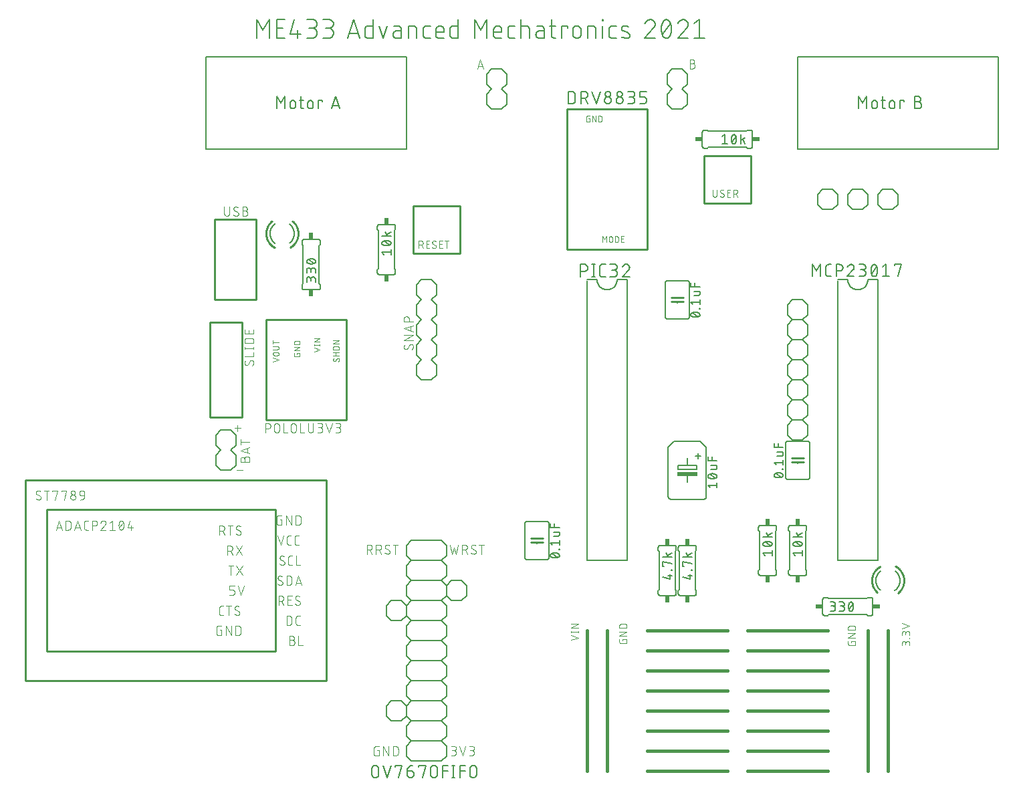
<source format=gto>
G04 EAGLE Gerber RS-274X export*
G75*
%MOMM*%
%FSLAX34Y34*%
%LPD*%
%INTop Silkscreen*%
%IPPOS*%
%AMOC8*
5,1,8,0,0,1.08239X$1,22.5*%
G01*
%ADD10C,0.152400*%
%ADD11C,0.076200*%
%ADD12C,0.127000*%
%ADD13C,0.101600*%
%ADD14C,0.406400*%
%ADD15C,0.203200*%
%ADD16C,0.254000*%
%ADD17R,0.609600X0.863600*%
%ADD18R,2.540000X0.508000*%
%ADD19C,0.177800*%
%ADD20R,0.863600X0.609600*%


D10*
X0Y929640D02*
X254000Y929640D01*
X254000Y812800D01*
X0Y812800D01*
X0Y929640D01*
X749300Y929640D02*
X1003300Y929640D01*
X1003300Y812800D01*
X749300Y812800D01*
X749300Y929640D01*
D11*
X527798Y192202D02*
X527798Y190635D01*
X527798Y192202D02*
X533019Y192202D01*
X533019Y189069D01*
X533017Y188980D01*
X533011Y188892D01*
X533002Y188804D01*
X532989Y188716D01*
X532972Y188629D01*
X532952Y188543D01*
X532927Y188458D01*
X532900Y188373D01*
X532868Y188290D01*
X532834Y188209D01*
X532795Y188129D01*
X532754Y188051D01*
X532709Y187974D01*
X532661Y187900D01*
X532610Y187827D01*
X532556Y187757D01*
X532498Y187690D01*
X532438Y187624D01*
X532376Y187562D01*
X532310Y187502D01*
X532243Y187444D01*
X532173Y187390D01*
X532100Y187339D01*
X532026Y187291D01*
X531949Y187246D01*
X531871Y187205D01*
X531791Y187166D01*
X531710Y187132D01*
X531627Y187100D01*
X531542Y187073D01*
X531457Y187048D01*
X531371Y187028D01*
X531284Y187011D01*
X531196Y186998D01*
X531108Y186989D01*
X531020Y186983D01*
X530931Y186981D01*
X525709Y186981D01*
X525709Y186980D02*
X525618Y186982D01*
X525527Y186988D01*
X525436Y186998D01*
X525346Y187012D01*
X525257Y187030D01*
X525168Y187051D01*
X525081Y187077D01*
X524995Y187106D01*
X524910Y187139D01*
X524826Y187176D01*
X524744Y187216D01*
X524665Y187260D01*
X524587Y187307D01*
X524511Y187358D01*
X524437Y187412D01*
X524366Y187469D01*
X524298Y187529D01*
X524232Y187592D01*
X524169Y187658D01*
X524109Y187726D01*
X524052Y187797D01*
X523998Y187871D01*
X523947Y187947D01*
X523900Y188024D01*
X523856Y188104D01*
X523816Y188186D01*
X523779Y188270D01*
X523746Y188354D01*
X523717Y188441D01*
X523691Y188528D01*
X523670Y188617D01*
X523652Y188706D01*
X523638Y188796D01*
X523628Y188887D01*
X523622Y188978D01*
X523620Y189069D01*
X523621Y189069D02*
X523621Y192202D01*
X523621Y196734D02*
X533019Y196734D01*
X533019Y201955D02*
X523621Y196734D01*
X523621Y201955D02*
X533019Y201955D01*
X533019Y206488D02*
X523621Y206488D01*
X523621Y209098D01*
X523623Y209198D01*
X523629Y209298D01*
X523638Y209397D01*
X523652Y209497D01*
X523669Y209595D01*
X523690Y209693D01*
X523714Y209790D01*
X523743Y209886D01*
X523775Y209981D01*
X523810Y210074D01*
X523849Y210166D01*
X523892Y210257D01*
X523938Y210345D01*
X523988Y210432D01*
X524040Y210517D01*
X524096Y210600D01*
X524155Y210681D01*
X524218Y210759D01*
X524283Y210835D01*
X524351Y210909D01*
X524421Y210979D01*
X524495Y211047D01*
X524571Y211112D01*
X524649Y211175D01*
X524730Y211234D01*
X524813Y211290D01*
X524898Y211342D01*
X524985Y211392D01*
X525073Y211438D01*
X525164Y211481D01*
X525256Y211520D01*
X525349Y211555D01*
X525444Y211587D01*
X525540Y211616D01*
X525637Y211640D01*
X525735Y211661D01*
X525833Y211678D01*
X525933Y211692D01*
X526032Y211701D01*
X526132Y211707D01*
X526232Y211709D01*
X530408Y211709D01*
X530508Y211707D01*
X530608Y211701D01*
X530707Y211692D01*
X530807Y211678D01*
X530905Y211661D01*
X531003Y211640D01*
X531100Y211616D01*
X531196Y211587D01*
X531291Y211555D01*
X531384Y211520D01*
X531476Y211481D01*
X531567Y211438D01*
X531655Y211392D01*
X531742Y211342D01*
X531827Y211290D01*
X531910Y211234D01*
X531991Y211175D01*
X532069Y211112D01*
X532145Y211047D01*
X532219Y210979D01*
X532289Y210909D01*
X532357Y210835D01*
X532422Y210759D01*
X532485Y210681D01*
X532544Y210600D01*
X532600Y210517D01*
X532652Y210432D01*
X532702Y210345D01*
X532748Y210257D01*
X532791Y210166D01*
X532830Y210074D01*
X532865Y209981D01*
X532897Y209886D01*
X532926Y209790D01*
X532950Y209693D01*
X532971Y209595D01*
X532988Y209497D01*
X533002Y209397D01*
X533011Y209298D01*
X533017Y209198D01*
X533019Y209098D01*
X533019Y206488D01*
X472059Y194163D02*
X462661Y191031D01*
X462661Y197296D02*
X472059Y194163D01*
X472059Y201478D02*
X462661Y201478D01*
X472059Y200434D02*
X472059Y202523D01*
X462661Y202523D02*
X462661Y200434D01*
X462661Y206488D02*
X472059Y206488D01*
X472059Y211709D02*
X462661Y206488D01*
X462661Y211709D02*
X472059Y211709D01*
X891159Y187142D02*
X891159Y184531D01*
X891159Y187142D02*
X891157Y187243D01*
X891151Y187344D01*
X891141Y187445D01*
X891128Y187545D01*
X891110Y187645D01*
X891089Y187744D01*
X891063Y187842D01*
X891034Y187939D01*
X891002Y188035D01*
X890965Y188129D01*
X890925Y188222D01*
X890881Y188314D01*
X890834Y188403D01*
X890783Y188491D01*
X890729Y188577D01*
X890672Y188660D01*
X890612Y188742D01*
X890548Y188820D01*
X890482Y188897D01*
X890412Y188970D01*
X890340Y189041D01*
X890265Y189109D01*
X890187Y189174D01*
X890107Y189236D01*
X890025Y189295D01*
X889940Y189351D01*
X889854Y189403D01*
X889765Y189452D01*
X889674Y189498D01*
X889582Y189539D01*
X889488Y189578D01*
X889393Y189612D01*
X889297Y189643D01*
X889199Y189670D01*
X889101Y189694D01*
X889001Y189713D01*
X888901Y189729D01*
X888801Y189741D01*
X888700Y189749D01*
X888599Y189753D01*
X888497Y189753D01*
X888396Y189749D01*
X888295Y189741D01*
X888195Y189729D01*
X888095Y189713D01*
X887995Y189694D01*
X887897Y189670D01*
X887799Y189643D01*
X887703Y189612D01*
X887608Y189578D01*
X887514Y189539D01*
X887422Y189498D01*
X887331Y189452D01*
X887243Y189403D01*
X887156Y189351D01*
X887071Y189295D01*
X886989Y189236D01*
X886909Y189174D01*
X886831Y189109D01*
X886756Y189041D01*
X886684Y188970D01*
X886614Y188897D01*
X886548Y188820D01*
X886484Y188742D01*
X886424Y188660D01*
X886367Y188577D01*
X886313Y188491D01*
X886262Y188403D01*
X886215Y188314D01*
X886171Y188222D01*
X886131Y188129D01*
X886094Y188035D01*
X886062Y187939D01*
X886033Y187842D01*
X886007Y187744D01*
X885986Y187645D01*
X885968Y187545D01*
X885955Y187445D01*
X885945Y187344D01*
X885939Y187243D01*
X885937Y187142D01*
X881761Y187664D02*
X881761Y184531D01*
X881761Y187664D02*
X881763Y187754D01*
X881769Y187843D01*
X881778Y187933D01*
X881792Y188022D01*
X881809Y188110D01*
X881830Y188197D01*
X881855Y188284D01*
X881884Y188369D01*
X881916Y188453D01*
X881951Y188535D01*
X881991Y188616D01*
X882033Y188695D01*
X882079Y188772D01*
X882129Y188847D01*
X882181Y188920D01*
X882237Y188991D01*
X882295Y189059D01*
X882357Y189124D01*
X882421Y189187D01*
X882488Y189247D01*
X882557Y189304D01*
X882629Y189358D01*
X882703Y189409D01*
X882779Y189457D01*
X882857Y189501D01*
X882937Y189542D01*
X883019Y189580D01*
X883102Y189614D01*
X883187Y189644D01*
X883273Y189671D01*
X883359Y189694D01*
X883447Y189713D01*
X883536Y189728D01*
X883625Y189740D01*
X883714Y189748D01*
X883804Y189752D01*
X883894Y189752D01*
X883984Y189748D01*
X884073Y189740D01*
X884162Y189728D01*
X884251Y189713D01*
X884339Y189694D01*
X884425Y189671D01*
X884511Y189644D01*
X884596Y189614D01*
X884679Y189580D01*
X884761Y189542D01*
X884841Y189501D01*
X884919Y189457D01*
X884995Y189409D01*
X885069Y189358D01*
X885141Y189304D01*
X885210Y189247D01*
X885277Y189187D01*
X885341Y189124D01*
X885403Y189059D01*
X885461Y188991D01*
X885517Y188920D01*
X885569Y188847D01*
X885619Y188772D01*
X885665Y188695D01*
X885707Y188616D01*
X885747Y188535D01*
X885782Y188453D01*
X885814Y188369D01*
X885843Y188284D01*
X885868Y188197D01*
X885889Y188110D01*
X885906Y188022D01*
X885920Y187933D01*
X885929Y187843D01*
X885935Y187754D01*
X885937Y187664D01*
X885938Y187664D02*
X885938Y185575D01*
X890637Y193281D02*
X891159Y193281D01*
X890637Y193281D02*
X890637Y193803D01*
X891159Y193803D01*
X891159Y193281D01*
X891159Y197333D02*
X891159Y199943D01*
X891157Y200044D01*
X891151Y200145D01*
X891141Y200246D01*
X891128Y200346D01*
X891110Y200446D01*
X891089Y200545D01*
X891063Y200643D01*
X891034Y200740D01*
X891002Y200836D01*
X890965Y200930D01*
X890925Y201023D01*
X890881Y201115D01*
X890834Y201204D01*
X890783Y201292D01*
X890729Y201378D01*
X890672Y201461D01*
X890612Y201543D01*
X890548Y201621D01*
X890482Y201698D01*
X890412Y201771D01*
X890340Y201842D01*
X890265Y201910D01*
X890187Y201975D01*
X890107Y202037D01*
X890025Y202096D01*
X889940Y202152D01*
X889854Y202204D01*
X889765Y202253D01*
X889674Y202299D01*
X889582Y202340D01*
X889488Y202379D01*
X889393Y202413D01*
X889297Y202444D01*
X889199Y202471D01*
X889101Y202495D01*
X889001Y202514D01*
X888901Y202530D01*
X888801Y202542D01*
X888700Y202550D01*
X888599Y202554D01*
X888497Y202554D01*
X888396Y202550D01*
X888295Y202542D01*
X888195Y202530D01*
X888095Y202514D01*
X887995Y202495D01*
X887897Y202471D01*
X887799Y202444D01*
X887703Y202413D01*
X887608Y202379D01*
X887514Y202340D01*
X887422Y202299D01*
X887331Y202253D01*
X887243Y202204D01*
X887156Y202152D01*
X887071Y202096D01*
X886989Y202037D01*
X886909Y201975D01*
X886831Y201910D01*
X886756Y201842D01*
X886684Y201771D01*
X886614Y201698D01*
X886548Y201621D01*
X886484Y201543D01*
X886424Y201461D01*
X886367Y201378D01*
X886313Y201292D01*
X886262Y201204D01*
X886215Y201115D01*
X886171Y201023D01*
X886131Y200930D01*
X886094Y200836D01*
X886062Y200740D01*
X886033Y200643D01*
X886007Y200545D01*
X885986Y200446D01*
X885968Y200346D01*
X885955Y200246D01*
X885945Y200145D01*
X885939Y200044D01*
X885937Y199943D01*
X881761Y200465D02*
X881761Y197333D01*
X881761Y200465D02*
X881763Y200555D01*
X881769Y200644D01*
X881778Y200734D01*
X881792Y200823D01*
X881809Y200911D01*
X881830Y200998D01*
X881855Y201085D01*
X881884Y201170D01*
X881916Y201254D01*
X881951Y201336D01*
X881991Y201417D01*
X882033Y201496D01*
X882079Y201573D01*
X882129Y201648D01*
X882181Y201721D01*
X882237Y201792D01*
X882295Y201860D01*
X882357Y201925D01*
X882421Y201988D01*
X882488Y202048D01*
X882557Y202105D01*
X882629Y202159D01*
X882703Y202210D01*
X882779Y202258D01*
X882857Y202302D01*
X882937Y202343D01*
X883019Y202381D01*
X883102Y202415D01*
X883187Y202445D01*
X883273Y202472D01*
X883359Y202495D01*
X883447Y202514D01*
X883536Y202529D01*
X883625Y202541D01*
X883714Y202549D01*
X883804Y202553D01*
X883894Y202553D01*
X883984Y202549D01*
X884073Y202541D01*
X884162Y202529D01*
X884251Y202514D01*
X884339Y202495D01*
X884425Y202472D01*
X884511Y202445D01*
X884596Y202415D01*
X884679Y202381D01*
X884761Y202343D01*
X884841Y202302D01*
X884919Y202258D01*
X884995Y202210D01*
X885069Y202159D01*
X885141Y202105D01*
X885210Y202048D01*
X885277Y201988D01*
X885341Y201925D01*
X885403Y201860D01*
X885461Y201792D01*
X885517Y201721D01*
X885569Y201648D01*
X885619Y201573D01*
X885665Y201496D01*
X885707Y201417D01*
X885747Y201336D01*
X885782Y201254D01*
X885814Y201170D01*
X885843Y201085D01*
X885868Y200998D01*
X885889Y200911D01*
X885906Y200823D01*
X885920Y200734D01*
X885929Y200644D01*
X885935Y200555D01*
X885937Y200465D01*
X885938Y200465D02*
X885938Y198377D01*
X881761Y205954D02*
X891159Y209087D01*
X881761Y212220D01*
D10*
X474472Y651002D02*
X474472Y667258D01*
X478988Y667258D01*
X479121Y667256D01*
X479253Y667250D01*
X479385Y667240D01*
X479517Y667227D01*
X479649Y667209D01*
X479779Y667188D01*
X479910Y667163D01*
X480039Y667134D01*
X480167Y667101D01*
X480295Y667065D01*
X480421Y667025D01*
X480546Y666981D01*
X480670Y666933D01*
X480792Y666882D01*
X480913Y666827D01*
X481032Y666769D01*
X481150Y666707D01*
X481265Y666642D01*
X481379Y666573D01*
X481490Y666502D01*
X481599Y666426D01*
X481706Y666348D01*
X481811Y666267D01*
X481913Y666182D01*
X482013Y666095D01*
X482110Y666005D01*
X482205Y665912D01*
X482296Y665816D01*
X482385Y665718D01*
X482471Y665617D01*
X482554Y665513D01*
X482634Y665407D01*
X482710Y665299D01*
X482784Y665189D01*
X482854Y665076D01*
X482921Y664962D01*
X482984Y664845D01*
X483044Y664727D01*
X483101Y664607D01*
X483154Y664485D01*
X483203Y664362D01*
X483249Y664238D01*
X483291Y664112D01*
X483329Y663985D01*
X483364Y663857D01*
X483395Y663728D01*
X483422Y663599D01*
X483445Y663468D01*
X483465Y663337D01*
X483480Y663205D01*
X483492Y663073D01*
X483500Y662941D01*
X483504Y662808D01*
X483504Y662676D01*
X483500Y662543D01*
X483492Y662411D01*
X483480Y662279D01*
X483465Y662147D01*
X483445Y662016D01*
X483422Y661885D01*
X483395Y661756D01*
X483364Y661627D01*
X483329Y661499D01*
X483291Y661372D01*
X483249Y661246D01*
X483203Y661122D01*
X483154Y660999D01*
X483101Y660877D01*
X483044Y660757D01*
X482984Y660639D01*
X482921Y660522D01*
X482854Y660408D01*
X482784Y660295D01*
X482710Y660185D01*
X482634Y660077D01*
X482554Y659971D01*
X482471Y659867D01*
X482385Y659766D01*
X482296Y659668D01*
X482205Y659572D01*
X482110Y659479D01*
X482013Y659389D01*
X481913Y659302D01*
X481811Y659217D01*
X481706Y659136D01*
X481599Y659058D01*
X481490Y658982D01*
X481379Y658911D01*
X481265Y658842D01*
X481150Y658777D01*
X481032Y658715D01*
X480913Y658657D01*
X480792Y658602D01*
X480670Y658551D01*
X480546Y658503D01*
X480421Y658459D01*
X480295Y658419D01*
X480167Y658383D01*
X480039Y658350D01*
X479910Y658321D01*
X479779Y658296D01*
X479649Y658275D01*
X479517Y658257D01*
X479385Y658244D01*
X479253Y658234D01*
X479121Y658228D01*
X478988Y658226D01*
X478988Y658227D02*
X474472Y658227D01*
X490761Y651002D02*
X490761Y667258D01*
X488954Y651002D02*
X492567Y651002D01*
X492567Y667258D02*
X488954Y667258D01*
X502323Y651002D02*
X505935Y651002D01*
X502323Y651002D02*
X502205Y651004D01*
X502087Y651010D01*
X501969Y651019D01*
X501852Y651033D01*
X501735Y651050D01*
X501618Y651071D01*
X501503Y651096D01*
X501388Y651125D01*
X501274Y651158D01*
X501162Y651194D01*
X501051Y651234D01*
X500941Y651277D01*
X500832Y651324D01*
X500725Y651374D01*
X500620Y651429D01*
X500517Y651486D01*
X500416Y651547D01*
X500316Y651611D01*
X500219Y651678D01*
X500124Y651748D01*
X500032Y651822D01*
X499941Y651898D01*
X499854Y651978D01*
X499769Y652060D01*
X499687Y652145D01*
X499607Y652232D01*
X499531Y652323D01*
X499457Y652415D01*
X499387Y652510D01*
X499320Y652607D01*
X499256Y652707D01*
X499195Y652808D01*
X499138Y652911D01*
X499083Y653016D01*
X499033Y653123D01*
X498986Y653232D01*
X498943Y653342D01*
X498903Y653453D01*
X498867Y653565D01*
X498834Y653679D01*
X498805Y653794D01*
X498780Y653909D01*
X498759Y654026D01*
X498742Y654143D01*
X498728Y654260D01*
X498719Y654378D01*
X498713Y654496D01*
X498711Y654614D01*
X498710Y654614D02*
X498710Y663646D01*
X498711Y663646D02*
X498713Y663764D01*
X498719Y663882D01*
X498728Y664000D01*
X498742Y664117D01*
X498759Y664234D01*
X498780Y664351D01*
X498805Y664466D01*
X498834Y664581D01*
X498867Y664695D01*
X498903Y664807D01*
X498943Y664918D01*
X498986Y665028D01*
X499033Y665137D01*
X499083Y665244D01*
X499137Y665349D01*
X499195Y665452D01*
X499256Y665553D01*
X499320Y665653D01*
X499387Y665750D01*
X499457Y665845D01*
X499531Y665937D01*
X499607Y666028D01*
X499687Y666115D01*
X499769Y666200D01*
X499854Y666282D01*
X499941Y666362D01*
X500032Y666438D01*
X500124Y666512D01*
X500219Y666582D01*
X500316Y666649D01*
X500416Y666713D01*
X500517Y666774D01*
X500620Y666831D01*
X500725Y666885D01*
X500832Y666936D01*
X500941Y666983D01*
X501051Y667026D01*
X501162Y667066D01*
X501274Y667102D01*
X501388Y667135D01*
X501503Y667164D01*
X501618Y667189D01*
X501735Y667210D01*
X501852Y667227D01*
X501969Y667241D01*
X502087Y667250D01*
X502205Y667256D01*
X502323Y667258D01*
X505935Y667258D01*
X511776Y651002D02*
X516291Y651002D01*
X516424Y651004D01*
X516556Y651010D01*
X516688Y651020D01*
X516820Y651033D01*
X516952Y651051D01*
X517082Y651072D01*
X517213Y651097D01*
X517342Y651126D01*
X517470Y651159D01*
X517598Y651195D01*
X517724Y651235D01*
X517849Y651279D01*
X517973Y651327D01*
X518095Y651378D01*
X518216Y651433D01*
X518335Y651491D01*
X518453Y651553D01*
X518568Y651618D01*
X518682Y651687D01*
X518793Y651758D01*
X518902Y651834D01*
X519009Y651912D01*
X519114Y651993D01*
X519216Y652078D01*
X519316Y652165D01*
X519413Y652255D01*
X519508Y652348D01*
X519599Y652444D01*
X519688Y652542D01*
X519774Y652643D01*
X519857Y652747D01*
X519937Y652853D01*
X520013Y652961D01*
X520087Y653071D01*
X520157Y653184D01*
X520224Y653298D01*
X520287Y653415D01*
X520347Y653533D01*
X520404Y653653D01*
X520457Y653775D01*
X520506Y653898D01*
X520552Y654022D01*
X520594Y654148D01*
X520632Y654275D01*
X520667Y654403D01*
X520698Y654532D01*
X520725Y654661D01*
X520748Y654792D01*
X520768Y654923D01*
X520783Y655055D01*
X520795Y655187D01*
X520803Y655319D01*
X520807Y655452D01*
X520807Y655584D01*
X520803Y655717D01*
X520795Y655849D01*
X520783Y655981D01*
X520768Y656113D01*
X520748Y656244D01*
X520725Y656375D01*
X520698Y656504D01*
X520667Y656633D01*
X520632Y656761D01*
X520594Y656888D01*
X520552Y657014D01*
X520506Y657138D01*
X520457Y657261D01*
X520404Y657383D01*
X520347Y657503D01*
X520287Y657621D01*
X520224Y657738D01*
X520157Y657852D01*
X520087Y657965D01*
X520013Y658075D01*
X519937Y658183D01*
X519857Y658289D01*
X519774Y658393D01*
X519688Y658494D01*
X519599Y658592D01*
X519508Y658688D01*
X519413Y658781D01*
X519316Y658871D01*
X519216Y658958D01*
X519114Y659043D01*
X519009Y659124D01*
X518902Y659202D01*
X518793Y659278D01*
X518682Y659349D01*
X518568Y659418D01*
X518453Y659483D01*
X518335Y659545D01*
X518216Y659603D01*
X518095Y659658D01*
X517973Y659709D01*
X517849Y659757D01*
X517724Y659801D01*
X517598Y659841D01*
X517470Y659877D01*
X517342Y659910D01*
X517213Y659939D01*
X517082Y659964D01*
X516952Y659985D01*
X516820Y660003D01*
X516688Y660016D01*
X516556Y660026D01*
X516424Y660032D01*
X516291Y660034D01*
X517195Y667258D02*
X511776Y667258D01*
X517195Y667258D02*
X517314Y667256D01*
X517434Y667250D01*
X517553Y667240D01*
X517671Y667226D01*
X517790Y667209D01*
X517907Y667187D01*
X518024Y667162D01*
X518139Y667132D01*
X518254Y667099D01*
X518368Y667062D01*
X518480Y667022D01*
X518591Y666977D01*
X518700Y666929D01*
X518808Y666878D01*
X518914Y666823D01*
X519018Y666764D01*
X519120Y666702D01*
X519220Y666637D01*
X519318Y666568D01*
X519414Y666496D01*
X519507Y666421D01*
X519597Y666344D01*
X519685Y666263D01*
X519770Y666179D01*
X519852Y666092D01*
X519932Y666003D01*
X520008Y665911D01*
X520082Y665817D01*
X520152Y665720D01*
X520219Y665622D01*
X520283Y665521D01*
X520343Y665417D01*
X520400Y665312D01*
X520453Y665205D01*
X520503Y665097D01*
X520549Y664987D01*
X520591Y664875D01*
X520630Y664762D01*
X520665Y664648D01*
X520696Y664533D01*
X520724Y664416D01*
X520747Y664299D01*
X520767Y664182D01*
X520783Y664063D01*
X520795Y663944D01*
X520803Y663825D01*
X520807Y663706D01*
X520807Y663586D01*
X520803Y663467D01*
X520795Y663348D01*
X520783Y663229D01*
X520767Y663110D01*
X520747Y662993D01*
X520724Y662876D01*
X520696Y662759D01*
X520665Y662644D01*
X520630Y662530D01*
X520591Y662417D01*
X520549Y662305D01*
X520503Y662195D01*
X520453Y662087D01*
X520400Y661980D01*
X520343Y661875D01*
X520283Y661771D01*
X520219Y661670D01*
X520152Y661572D01*
X520082Y661475D01*
X520008Y661381D01*
X519932Y661289D01*
X519852Y661200D01*
X519770Y661113D01*
X519685Y661029D01*
X519597Y660948D01*
X519507Y660871D01*
X519414Y660796D01*
X519318Y660724D01*
X519220Y660655D01*
X519120Y660590D01*
X519018Y660528D01*
X518914Y660469D01*
X518808Y660414D01*
X518700Y660363D01*
X518591Y660315D01*
X518480Y660270D01*
X518368Y660230D01*
X518254Y660193D01*
X518139Y660160D01*
X518024Y660130D01*
X517907Y660105D01*
X517790Y660083D01*
X517671Y660066D01*
X517553Y660052D01*
X517434Y660042D01*
X517314Y660036D01*
X517195Y660034D01*
X517195Y660033D02*
X513582Y660033D01*
X532374Y667258D02*
X532499Y667256D01*
X532624Y667250D01*
X532749Y667241D01*
X532873Y667227D01*
X532997Y667210D01*
X533121Y667189D01*
X533243Y667164D01*
X533365Y667135D01*
X533486Y667103D01*
X533606Y667067D01*
X533725Y667027D01*
X533842Y666984D01*
X533958Y666937D01*
X534073Y666886D01*
X534185Y666832D01*
X534297Y666774D01*
X534406Y666714D01*
X534513Y666649D01*
X534619Y666582D01*
X534722Y666511D01*
X534823Y666437D01*
X534922Y666360D01*
X535018Y666280D01*
X535112Y666197D01*
X535203Y666112D01*
X535292Y666023D01*
X535377Y665932D01*
X535460Y665838D01*
X535540Y665742D01*
X535617Y665643D01*
X535691Y665542D01*
X535762Y665439D01*
X535829Y665333D01*
X535894Y665226D01*
X535954Y665117D01*
X536012Y665005D01*
X536066Y664893D01*
X536117Y664778D01*
X536164Y664662D01*
X536207Y664545D01*
X536247Y664426D01*
X536283Y664306D01*
X536315Y664185D01*
X536344Y664063D01*
X536369Y663941D01*
X536390Y663817D01*
X536407Y663693D01*
X536421Y663569D01*
X536430Y663444D01*
X536436Y663319D01*
X536438Y663194D01*
X532374Y667258D02*
X532231Y667256D01*
X532089Y667250D01*
X531946Y667240D01*
X531804Y667227D01*
X531663Y667209D01*
X531521Y667188D01*
X531381Y667163D01*
X531241Y667134D01*
X531102Y667101D01*
X530964Y667064D01*
X530827Y667024D01*
X530692Y666980D01*
X530557Y666932D01*
X530424Y666880D01*
X530292Y666825D01*
X530162Y666766D01*
X530034Y666704D01*
X529907Y666638D01*
X529782Y666569D01*
X529659Y666497D01*
X529539Y666421D01*
X529420Y666342D01*
X529303Y666259D01*
X529189Y666174D01*
X529077Y666085D01*
X528968Y665994D01*
X528861Y665899D01*
X528756Y665802D01*
X528655Y665701D01*
X528556Y665598D01*
X528460Y665493D01*
X528367Y665384D01*
X528277Y665273D01*
X528190Y665160D01*
X528106Y665045D01*
X528026Y664927D01*
X527948Y664807D01*
X527874Y664685D01*
X527804Y664561D01*
X527736Y664435D01*
X527673Y664307D01*
X527612Y664178D01*
X527555Y664047D01*
X527502Y663915D01*
X527453Y663781D01*
X527407Y663646D01*
X535083Y660033D02*
X535177Y660125D01*
X535267Y660219D01*
X535355Y660316D01*
X535440Y660416D01*
X535522Y660518D01*
X535601Y660623D01*
X535676Y660730D01*
X535748Y660839D01*
X535817Y660950D01*
X535883Y661064D01*
X535945Y661179D01*
X536004Y661296D01*
X536059Y661415D01*
X536110Y661535D01*
X536158Y661657D01*
X536203Y661780D01*
X536243Y661904D01*
X536280Y662030D01*
X536313Y662157D01*
X536342Y662284D01*
X536368Y662413D01*
X536389Y662542D01*
X536407Y662672D01*
X536420Y662802D01*
X536430Y662932D01*
X536436Y663063D01*
X536438Y663194D01*
X535084Y660033D02*
X527407Y651002D01*
X536438Y651002D01*
D11*
X817358Y189752D02*
X817358Y188186D01*
X817358Y189752D02*
X822579Y189752D01*
X822579Y186619D01*
X822577Y186530D01*
X822571Y186442D01*
X822562Y186354D01*
X822549Y186266D01*
X822532Y186179D01*
X822512Y186093D01*
X822487Y186008D01*
X822460Y185923D01*
X822428Y185840D01*
X822394Y185759D01*
X822355Y185679D01*
X822314Y185601D01*
X822269Y185524D01*
X822221Y185450D01*
X822170Y185377D01*
X822116Y185307D01*
X822058Y185240D01*
X821998Y185174D01*
X821936Y185112D01*
X821870Y185052D01*
X821803Y184994D01*
X821733Y184940D01*
X821660Y184889D01*
X821586Y184841D01*
X821509Y184796D01*
X821431Y184755D01*
X821351Y184716D01*
X821270Y184682D01*
X821187Y184650D01*
X821102Y184623D01*
X821017Y184598D01*
X820931Y184578D01*
X820844Y184561D01*
X820756Y184548D01*
X820668Y184539D01*
X820580Y184533D01*
X820491Y184531D01*
X815269Y184531D01*
X815178Y184533D01*
X815087Y184539D01*
X814996Y184549D01*
X814906Y184563D01*
X814817Y184581D01*
X814728Y184602D01*
X814641Y184628D01*
X814555Y184657D01*
X814470Y184690D01*
X814386Y184727D01*
X814304Y184767D01*
X814225Y184811D01*
X814147Y184858D01*
X814071Y184909D01*
X813997Y184963D01*
X813926Y185020D01*
X813858Y185080D01*
X813792Y185143D01*
X813729Y185209D01*
X813669Y185277D01*
X813612Y185348D01*
X813558Y185422D01*
X813507Y185498D01*
X813460Y185575D01*
X813416Y185655D01*
X813376Y185737D01*
X813339Y185821D01*
X813306Y185905D01*
X813277Y185992D01*
X813251Y186079D01*
X813230Y186168D01*
X813212Y186257D01*
X813198Y186347D01*
X813188Y186438D01*
X813182Y186529D01*
X813180Y186620D01*
X813181Y186619D02*
X813181Y189752D01*
X813181Y194285D02*
X822579Y194285D01*
X822579Y199506D02*
X813181Y194285D01*
X813181Y199506D02*
X822579Y199506D01*
X822579Y204038D02*
X813181Y204038D01*
X813181Y206649D01*
X813183Y206749D01*
X813189Y206849D01*
X813198Y206948D01*
X813212Y207048D01*
X813229Y207146D01*
X813250Y207244D01*
X813274Y207341D01*
X813303Y207437D01*
X813335Y207532D01*
X813370Y207625D01*
X813409Y207717D01*
X813452Y207808D01*
X813498Y207896D01*
X813548Y207983D01*
X813600Y208068D01*
X813656Y208151D01*
X813715Y208232D01*
X813778Y208310D01*
X813843Y208386D01*
X813911Y208460D01*
X813981Y208530D01*
X814055Y208598D01*
X814131Y208663D01*
X814209Y208726D01*
X814290Y208785D01*
X814373Y208841D01*
X814458Y208893D01*
X814545Y208943D01*
X814633Y208989D01*
X814724Y209032D01*
X814816Y209071D01*
X814909Y209106D01*
X815004Y209138D01*
X815100Y209167D01*
X815197Y209191D01*
X815295Y209212D01*
X815393Y209229D01*
X815493Y209243D01*
X815592Y209252D01*
X815692Y209258D01*
X815792Y209260D01*
X815792Y209259D02*
X819968Y209259D01*
X819968Y209260D02*
X820068Y209258D01*
X820168Y209252D01*
X820267Y209243D01*
X820367Y209229D01*
X820465Y209212D01*
X820563Y209191D01*
X820660Y209167D01*
X820756Y209138D01*
X820851Y209106D01*
X820944Y209071D01*
X821036Y209032D01*
X821127Y208989D01*
X821215Y208943D01*
X821302Y208893D01*
X821387Y208841D01*
X821470Y208785D01*
X821551Y208726D01*
X821629Y208663D01*
X821705Y208598D01*
X821779Y208530D01*
X821849Y208460D01*
X821917Y208386D01*
X821982Y208310D01*
X822045Y208232D01*
X822104Y208151D01*
X822160Y208068D01*
X822212Y207983D01*
X822262Y207896D01*
X822308Y207808D01*
X822351Y207717D01*
X822390Y207625D01*
X822425Y207532D01*
X822457Y207437D01*
X822486Y207341D01*
X822510Y207244D01*
X822531Y207146D01*
X822548Y207048D01*
X822562Y206948D01*
X822571Y206849D01*
X822577Y206749D01*
X822579Y206649D01*
X822579Y204038D01*
D12*
X89535Y864235D02*
X89535Y879729D01*
X94700Y871121D01*
X99864Y879729D01*
X99864Y864235D01*
X106618Y867678D02*
X106618Y871121D01*
X106620Y871237D01*
X106626Y871353D01*
X106636Y871469D01*
X106649Y871585D01*
X106667Y871700D01*
X106688Y871814D01*
X106714Y871928D01*
X106743Y872040D01*
X106776Y872152D01*
X106813Y872262D01*
X106853Y872371D01*
X106897Y872479D01*
X106945Y872585D01*
X106996Y872689D01*
X107051Y872792D01*
X107109Y872893D01*
X107170Y872991D01*
X107235Y873088D01*
X107303Y873182D01*
X107374Y873274D01*
X107449Y873364D01*
X107526Y873451D01*
X107606Y873535D01*
X107689Y873616D01*
X107775Y873695D01*
X107863Y873771D01*
X107954Y873844D01*
X108047Y873913D01*
X108142Y873980D01*
X108240Y874043D01*
X108340Y874103D01*
X108441Y874159D01*
X108545Y874212D01*
X108650Y874262D01*
X108757Y874307D01*
X108865Y874350D01*
X108975Y874388D01*
X109086Y874423D01*
X109198Y874454D01*
X109311Y874481D01*
X109425Y874505D01*
X109540Y874524D01*
X109655Y874540D01*
X109771Y874552D01*
X109887Y874560D01*
X110003Y874564D01*
X110119Y874564D01*
X110235Y874560D01*
X110351Y874552D01*
X110467Y874540D01*
X110582Y874524D01*
X110697Y874505D01*
X110811Y874481D01*
X110924Y874454D01*
X111036Y874423D01*
X111147Y874388D01*
X111257Y874350D01*
X111365Y874307D01*
X111472Y874262D01*
X111577Y874212D01*
X111681Y874159D01*
X111783Y874103D01*
X111882Y874043D01*
X111980Y873980D01*
X112075Y873913D01*
X112168Y873844D01*
X112259Y873771D01*
X112347Y873695D01*
X112433Y873616D01*
X112516Y873535D01*
X112596Y873451D01*
X112673Y873364D01*
X112748Y873274D01*
X112819Y873182D01*
X112887Y873088D01*
X112952Y872991D01*
X113013Y872893D01*
X113071Y872792D01*
X113126Y872689D01*
X113177Y872585D01*
X113225Y872479D01*
X113269Y872371D01*
X113309Y872262D01*
X113346Y872152D01*
X113379Y872040D01*
X113408Y871928D01*
X113434Y871814D01*
X113455Y871700D01*
X113473Y871585D01*
X113486Y871469D01*
X113496Y871353D01*
X113502Y871237D01*
X113504Y871121D01*
X113504Y867678D01*
X113502Y867562D01*
X113496Y867446D01*
X113486Y867330D01*
X113473Y867214D01*
X113455Y867099D01*
X113434Y866985D01*
X113408Y866871D01*
X113379Y866759D01*
X113346Y866647D01*
X113309Y866537D01*
X113269Y866428D01*
X113225Y866320D01*
X113177Y866214D01*
X113126Y866110D01*
X113071Y866007D01*
X113013Y865906D01*
X112952Y865808D01*
X112887Y865711D01*
X112819Y865617D01*
X112748Y865525D01*
X112673Y865435D01*
X112596Y865348D01*
X112516Y865264D01*
X112433Y865183D01*
X112347Y865104D01*
X112259Y865028D01*
X112168Y864955D01*
X112075Y864886D01*
X111980Y864819D01*
X111882Y864756D01*
X111782Y864696D01*
X111681Y864640D01*
X111577Y864587D01*
X111472Y864537D01*
X111365Y864492D01*
X111257Y864449D01*
X111147Y864411D01*
X111036Y864376D01*
X110924Y864345D01*
X110811Y864318D01*
X110697Y864294D01*
X110582Y864275D01*
X110467Y864259D01*
X110351Y864247D01*
X110235Y864239D01*
X110119Y864235D01*
X110003Y864235D01*
X109887Y864239D01*
X109771Y864247D01*
X109655Y864259D01*
X109540Y864275D01*
X109425Y864294D01*
X109311Y864318D01*
X109198Y864345D01*
X109086Y864376D01*
X108975Y864411D01*
X108865Y864449D01*
X108757Y864492D01*
X108650Y864537D01*
X108545Y864587D01*
X108441Y864640D01*
X108339Y864696D01*
X108240Y864756D01*
X108142Y864819D01*
X108047Y864886D01*
X107954Y864955D01*
X107863Y865028D01*
X107775Y865104D01*
X107689Y865183D01*
X107606Y865264D01*
X107526Y865348D01*
X107449Y865435D01*
X107374Y865525D01*
X107303Y865617D01*
X107235Y865711D01*
X107170Y865808D01*
X107109Y865906D01*
X107051Y866007D01*
X106996Y866110D01*
X106945Y866214D01*
X106897Y866320D01*
X106853Y866428D01*
X106813Y866537D01*
X106776Y866647D01*
X106743Y866759D01*
X106714Y866871D01*
X106688Y866985D01*
X106667Y867099D01*
X106649Y867214D01*
X106636Y867330D01*
X106626Y867446D01*
X106620Y867562D01*
X106618Y867678D01*
X118272Y874564D02*
X123437Y874564D01*
X119994Y879729D02*
X119994Y866817D01*
X119996Y866718D01*
X120002Y866619D01*
X120011Y866521D01*
X120024Y866423D01*
X120041Y866325D01*
X120062Y866229D01*
X120086Y866133D01*
X120114Y866038D01*
X120146Y865944D01*
X120181Y865852D01*
X120220Y865761D01*
X120262Y865671D01*
X120308Y865584D01*
X120357Y865498D01*
X120409Y865413D01*
X120464Y865332D01*
X120523Y865252D01*
X120584Y865174D01*
X120648Y865099D01*
X120716Y865027D01*
X120786Y864957D01*
X120858Y864889D01*
X120933Y864825D01*
X121011Y864764D01*
X121091Y864705D01*
X121173Y864650D01*
X121257Y864598D01*
X121343Y864549D01*
X121430Y864503D01*
X121520Y864461D01*
X121611Y864422D01*
X121703Y864387D01*
X121797Y864355D01*
X121892Y864327D01*
X121988Y864303D01*
X122084Y864282D01*
X122182Y864265D01*
X122280Y864252D01*
X122378Y864243D01*
X122477Y864237D01*
X122576Y864235D01*
X123437Y864235D01*
X128916Y867678D02*
X128916Y871121D01*
X128917Y871121D02*
X128919Y871237D01*
X128925Y871353D01*
X128935Y871469D01*
X128948Y871585D01*
X128966Y871700D01*
X128987Y871814D01*
X129013Y871928D01*
X129042Y872040D01*
X129075Y872152D01*
X129112Y872262D01*
X129152Y872371D01*
X129196Y872479D01*
X129244Y872585D01*
X129295Y872689D01*
X129350Y872792D01*
X129408Y872893D01*
X129469Y872991D01*
X129534Y873088D01*
X129602Y873182D01*
X129673Y873274D01*
X129748Y873364D01*
X129825Y873451D01*
X129905Y873535D01*
X129988Y873616D01*
X130074Y873695D01*
X130162Y873771D01*
X130253Y873844D01*
X130346Y873913D01*
X130441Y873980D01*
X130539Y874043D01*
X130639Y874103D01*
X130740Y874159D01*
X130844Y874212D01*
X130949Y874262D01*
X131056Y874307D01*
X131164Y874350D01*
X131274Y874388D01*
X131385Y874423D01*
X131497Y874454D01*
X131610Y874481D01*
X131724Y874505D01*
X131839Y874524D01*
X131954Y874540D01*
X132070Y874552D01*
X132186Y874560D01*
X132302Y874564D01*
X132418Y874564D01*
X132534Y874560D01*
X132650Y874552D01*
X132766Y874540D01*
X132881Y874524D01*
X132996Y874505D01*
X133110Y874481D01*
X133223Y874454D01*
X133335Y874423D01*
X133446Y874388D01*
X133556Y874350D01*
X133664Y874307D01*
X133771Y874262D01*
X133876Y874212D01*
X133980Y874159D01*
X134082Y874103D01*
X134181Y874043D01*
X134279Y873980D01*
X134374Y873913D01*
X134467Y873844D01*
X134558Y873771D01*
X134646Y873695D01*
X134732Y873616D01*
X134815Y873535D01*
X134895Y873451D01*
X134972Y873364D01*
X135047Y873274D01*
X135118Y873182D01*
X135186Y873088D01*
X135251Y872991D01*
X135312Y872893D01*
X135370Y872792D01*
X135425Y872689D01*
X135476Y872585D01*
X135524Y872479D01*
X135568Y872371D01*
X135608Y872262D01*
X135645Y872152D01*
X135678Y872040D01*
X135707Y871928D01*
X135733Y871814D01*
X135754Y871700D01*
X135772Y871585D01*
X135785Y871469D01*
X135795Y871353D01*
X135801Y871237D01*
X135803Y871121D01*
X135803Y867678D01*
X135801Y867562D01*
X135795Y867446D01*
X135785Y867330D01*
X135772Y867214D01*
X135754Y867099D01*
X135733Y866985D01*
X135707Y866871D01*
X135678Y866759D01*
X135645Y866647D01*
X135608Y866537D01*
X135568Y866428D01*
X135524Y866320D01*
X135476Y866214D01*
X135425Y866110D01*
X135370Y866007D01*
X135312Y865906D01*
X135251Y865808D01*
X135186Y865711D01*
X135118Y865617D01*
X135047Y865525D01*
X134972Y865435D01*
X134895Y865348D01*
X134815Y865264D01*
X134732Y865183D01*
X134646Y865104D01*
X134558Y865028D01*
X134467Y864955D01*
X134374Y864886D01*
X134279Y864819D01*
X134181Y864756D01*
X134081Y864696D01*
X133980Y864640D01*
X133876Y864587D01*
X133771Y864537D01*
X133664Y864492D01*
X133556Y864449D01*
X133446Y864411D01*
X133335Y864376D01*
X133223Y864345D01*
X133110Y864318D01*
X132996Y864294D01*
X132881Y864275D01*
X132766Y864259D01*
X132650Y864247D01*
X132534Y864239D01*
X132418Y864235D01*
X132302Y864235D01*
X132186Y864239D01*
X132070Y864247D01*
X131954Y864259D01*
X131839Y864275D01*
X131724Y864294D01*
X131610Y864318D01*
X131497Y864345D01*
X131385Y864376D01*
X131274Y864411D01*
X131164Y864449D01*
X131056Y864492D01*
X130949Y864537D01*
X130844Y864587D01*
X130740Y864640D01*
X130638Y864696D01*
X130539Y864756D01*
X130441Y864819D01*
X130346Y864886D01*
X130253Y864955D01*
X130162Y865028D01*
X130074Y865104D01*
X129988Y865183D01*
X129905Y865264D01*
X129825Y865348D01*
X129748Y865435D01*
X129673Y865525D01*
X129602Y865617D01*
X129534Y865711D01*
X129469Y865808D01*
X129408Y865906D01*
X129350Y866007D01*
X129295Y866110D01*
X129244Y866214D01*
X129196Y866320D01*
X129152Y866428D01*
X129112Y866537D01*
X129075Y866647D01*
X129042Y866759D01*
X129013Y866871D01*
X128987Y866985D01*
X128966Y867099D01*
X128948Y867214D01*
X128935Y867330D01*
X128925Y867446D01*
X128919Y867562D01*
X128917Y867678D01*
X142374Y864235D02*
X142374Y874564D01*
X147539Y874564D01*
X147539Y872843D01*
X159404Y864235D02*
X164569Y879729D01*
X169733Y864235D01*
X168442Y868109D02*
X160695Y868109D01*
X826135Y864235D02*
X826135Y879729D01*
X831300Y871121D01*
X836464Y879729D01*
X836464Y864235D01*
X843218Y867678D02*
X843218Y871121D01*
X843220Y871237D01*
X843226Y871353D01*
X843236Y871469D01*
X843249Y871585D01*
X843267Y871700D01*
X843288Y871814D01*
X843314Y871928D01*
X843343Y872040D01*
X843376Y872152D01*
X843413Y872262D01*
X843453Y872371D01*
X843497Y872479D01*
X843545Y872585D01*
X843596Y872689D01*
X843651Y872792D01*
X843709Y872893D01*
X843770Y872991D01*
X843835Y873088D01*
X843903Y873182D01*
X843974Y873274D01*
X844049Y873364D01*
X844126Y873451D01*
X844206Y873535D01*
X844289Y873616D01*
X844375Y873695D01*
X844463Y873771D01*
X844554Y873844D01*
X844647Y873913D01*
X844742Y873980D01*
X844840Y874043D01*
X844940Y874103D01*
X845041Y874159D01*
X845145Y874212D01*
X845250Y874262D01*
X845357Y874307D01*
X845465Y874350D01*
X845575Y874388D01*
X845686Y874423D01*
X845798Y874454D01*
X845911Y874481D01*
X846025Y874505D01*
X846140Y874524D01*
X846255Y874540D01*
X846371Y874552D01*
X846487Y874560D01*
X846603Y874564D01*
X846719Y874564D01*
X846835Y874560D01*
X846951Y874552D01*
X847067Y874540D01*
X847182Y874524D01*
X847297Y874505D01*
X847411Y874481D01*
X847524Y874454D01*
X847636Y874423D01*
X847747Y874388D01*
X847857Y874350D01*
X847965Y874307D01*
X848072Y874262D01*
X848177Y874212D01*
X848281Y874159D01*
X848383Y874103D01*
X848482Y874043D01*
X848580Y873980D01*
X848675Y873913D01*
X848768Y873844D01*
X848859Y873771D01*
X848947Y873695D01*
X849033Y873616D01*
X849116Y873535D01*
X849196Y873451D01*
X849273Y873364D01*
X849348Y873274D01*
X849419Y873182D01*
X849487Y873088D01*
X849552Y872991D01*
X849613Y872893D01*
X849671Y872792D01*
X849726Y872689D01*
X849777Y872585D01*
X849825Y872479D01*
X849869Y872371D01*
X849909Y872262D01*
X849946Y872152D01*
X849979Y872040D01*
X850008Y871928D01*
X850034Y871814D01*
X850055Y871700D01*
X850073Y871585D01*
X850086Y871469D01*
X850096Y871353D01*
X850102Y871237D01*
X850104Y871121D01*
X850104Y867678D01*
X850102Y867562D01*
X850096Y867446D01*
X850086Y867330D01*
X850073Y867214D01*
X850055Y867099D01*
X850034Y866985D01*
X850008Y866871D01*
X849979Y866759D01*
X849946Y866647D01*
X849909Y866537D01*
X849869Y866428D01*
X849825Y866320D01*
X849777Y866214D01*
X849726Y866110D01*
X849671Y866007D01*
X849613Y865906D01*
X849552Y865808D01*
X849487Y865711D01*
X849419Y865617D01*
X849348Y865525D01*
X849273Y865435D01*
X849196Y865348D01*
X849116Y865264D01*
X849033Y865183D01*
X848947Y865104D01*
X848859Y865028D01*
X848768Y864955D01*
X848675Y864886D01*
X848580Y864819D01*
X848482Y864756D01*
X848383Y864696D01*
X848281Y864640D01*
X848177Y864587D01*
X848072Y864537D01*
X847965Y864492D01*
X847857Y864449D01*
X847747Y864411D01*
X847636Y864376D01*
X847524Y864345D01*
X847411Y864318D01*
X847297Y864294D01*
X847182Y864275D01*
X847067Y864259D01*
X846951Y864247D01*
X846835Y864239D01*
X846719Y864235D01*
X846603Y864235D01*
X846487Y864239D01*
X846371Y864247D01*
X846255Y864259D01*
X846140Y864275D01*
X846025Y864294D01*
X845911Y864318D01*
X845798Y864345D01*
X845686Y864376D01*
X845575Y864411D01*
X845465Y864449D01*
X845357Y864492D01*
X845250Y864537D01*
X845145Y864587D01*
X845041Y864640D01*
X844940Y864696D01*
X844840Y864756D01*
X844742Y864819D01*
X844647Y864886D01*
X844554Y864955D01*
X844463Y865028D01*
X844375Y865104D01*
X844289Y865183D01*
X844206Y865264D01*
X844126Y865348D01*
X844049Y865435D01*
X843974Y865525D01*
X843903Y865617D01*
X843835Y865711D01*
X843770Y865808D01*
X843709Y865906D01*
X843651Y866007D01*
X843596Y866110D01*
X843545Y866214D01*
X843497Y866320D01*
X843453Y866428D01*
X843413Y866537D01*
X843376Y866647D01*
X843343Y866759D01*
X843314Y866871D01*
X843288Y866985D01*
X843267Y867099D01*
X843249Y867214D01*
X843236Y867330D01*
X843226Y867446D01*
X843220Y867562D01*
X843218Y867678D01*
X854872Y874564D02*
X860037Y874564D01*
X856594Y879729D02*
X856594Y866817D01*
X856596Y866718D01*
X856602Y866619D01*
X856611Y866521D01*
X856624Y866423D01*
X856641Y866325D01*
X856662Y866229D01*
X856686Y866133D01*
X856714Y866038D01*
X856746Y865944D01*
X856781Y865852D01*
X856820Y865761D01*
X856862Y865671D01*
X856908Y865584D01*
X856957Y865498D01*
X857009Y865413D01*
X857064Y865332D01*
X857123Y865252D01*
X857184Y865174D01*
X857248Y865099D01*
X857316Y865027D01*
X857386Y864957D01*
X857458Y864889D01*
X857533Y864825D01*
X857611Y864764D01*
X857691Y864705D01*
X857773Y864650D01*
X857857Y864598D01*
X857943Y864549D01*
X858030Y864503D01*
X858120Y864461D01*
X858211Y864422D01*
X858303Y864387D01*
X858397Y864355D01*
X858492Y864327D01*
X858588Y864303D01*
X858684Y864282D01*
X858782Y864265D01*
X858880Y864252D01*
X858978Y864243D01*
X859077Y864237D01*
X859176Y864235D01*
X860037Y864235D01*
X865516Y867678D02*
X865516Y871121D01*
X865517Y871121D02*
X865519Y871237D01*
X865525Y871353D01*
X865535Y871469D01*
X865548Y871585D01*
X865566Y871700D01*
X865587Y871814D01*
X865613Y871928D01*
X865642Y872040D01*
X865675Y872152D01*
X865712Y872262D01*
X865752Y872371D01*
X865796Y872479D01*
X865844Y872585D01*
X865895Y872689D01*
X865950Y872792D01*
X866008Y872893D01*
X866069Y872991D01*
X866134Y873088D01*
X866202Y873182D01*
X866273Y873274D01*
X866348Y873364D01*
X866425Y873451D01*
X866505Y873535D01*
X866588Y873616D01*
X866674Y873695D01*
X866762Y873771D01*
X866853Y873844D01*
X866946Y873913D01*
X867041Y873980D01*
X867139Y874043D01*
X867239Y874103D01*
X867340Y874159D01*
X867444Y874212D01*
X867549Y874262D01*
X867656Y874307D01*
X867764Y874350D01*
X867874Y874388D01*
X867985Y874423D01*
X868097Y874454D01*
X868210Y874481D01*
X868324Y874505D01*
X868439Y874524D01*
X868554Y874540D01*
X868670Y874552D01*
X868786Y874560D01*
X868902Y874564D01*
X869018Y874564D01*
X869134Y874560D01*
X869250Y874552D01*
X869366Y874540D01*
X869481Y874524D01*
X869596Y874505D01*
X869710Y874481D01*
X869823Y874454D01*
X869935Y874423D01*
X870046Y874388D01*
X870156Y874350D01*
X870264Y874307D01*
X870371Y874262D01*
X870476Y874212D01*
X870580Y874159D01*
X870682Y874103D01*
X870781Y874043D01*
X870879Y873980D01*
X870974Y873913D01*
X871067Y873844D01*
X871158Y873771D01*
X871246Y873695D01*
X871332Y873616D01*
X871415Y873535D01*
X871495Y873451D01*
X871572Y873364D01*
X871647Y873274D01*
X871718Y873182D01*
X871786Y873088D01*
X871851Y872991D01*
X871912Y872893D01*
X871970Y872792D01*
X872025Y872689D01*
X872076Y872585D01*
X872124Y872479D01*
X872168Y872371D01*
X872208Y872262D01*
X872245Y872152D01*
X872278Y872040D01*
X872307Y871928D01*
X872333Y871814D01*
X872354Y871700D01*
X872372Y871585D01*
X872385Y871469D01*
X872395Y871353D01*
X872401Y871237D01*
X872403Y871121D01*
X872403Y867678D01*
X872401Y867562D01*
X872395Y867446D01*
X872385Y867330D01*
X872372Y867214D01*
X872354Y867099D01*
X872333Y866985D01*
X872307Y866871D01*
X872278Y866759D01*
X872245Y866647D01*
X872208Y866537D01*
X872168Y866428D01*
X872124Y866320D01*
X872076Y866214D01*
X872025Y866110D01*
X871970Y866007D01*
X871912Y865906D01*
X871851Y865808D01*
X871786Y865711D01*
X871718Y865617D01*
X871647Y865525D01*
X871572Y865435D01*
X871495Y865348D01*
X871415Y865264D01*
X871332Y865183D01*
X871246Y865104D01*
X871158Y865028D01*
X871067Y864955D01*
X870974Y864886D01*
X870879Y864819D01*
X870781Y864756D01*
X870682Y864696D01*
X870580Y864640D01*
X870476Y864587D01*
X870371Y864537D01*
X870264Y864492D01*
X870156Y864449D01*
X870046Y864411D01*
X869935Y864376D01*
X869823Y864345D01*
X869710Y864318D01*
X869596Y864294D01*
X869481Y864275D01*
X869366Y864259D01*
X869250Y864247D01*
X869134Y864239D01*
X869018Y864235D01*
X868902Y864235D01*
X868786Y864239D01*
X868670Y864247D01*
X868554Y864259D01*
X868439Y864275D01*
X868324Y864294D01*
X868210Y864318D01*
X868097Y864345D01*
X867985Y864376D01*
X867874Y864411D01*
X867764Y864449D01*
X867656Y864492D01*
X867549Y864537D01*
X867444Y864587D01*
X867340Y864640D01*
X867239Y864696D01*
X867139Y864756D01*
X867041Y864819D01*
X866946Y864886D01*
X866853Y864955D01*
X866762Y865028D01*
X866674Y865104D01*
X866588Y865183D01*
X866505Y865264D01*
X866425Y865348D01*
X866348Y865435D01*
X866273Y865525D01*
X866202Y865617D01*
X866134Y865711D01*
X866069Y865808D01*
X866008Y865906D01*
X865950Y866007D01*
X865895Y866110D01*
X865844Y866214D01*
X865796Y866320D01*
X865752Y866428D01*
X865712Y866537D01*
X865675Y866647D01*
X865642Y866759D01*
X865613Y866871D01*
X865587Y866985D01*
X865566Y867099D01*
X865548Y867214D01*
X865535Y867330D01*
X865525Y867446D01*
X865519Y867562D01*
X865517Y867678D01*
X878974Y864235D02*
X878974Y874564D01*
X884139Y874564D01*
X884139Y872843D01*
X897557Y872843D02*
X901861Y872843D01*
X901991Y872841D01*
X902121Y872835D01*
X902251Y872825D01*
X902380Y872812D01*
X902509Y872794D01*
X902637Y872773D01*
X902764Y872747D01*
X902891Y872718D01*
X903017Y872685D01*
X903141Y872648D01*
X903265Y872608D01*
X903387Y872563D01*
X903508Y872515D01*
X903627Y872464D01*
X903745Y872409D01*
X903861Y872350D01*
X903975Y872288D01*
X904088Y872222D01*
X904198Y872153D01*
X904306Y872081D01*
X904412Y872006D01*
X904515Y871927D01*
X904616Y871845D01*
X904715Y871761D01*
X904811Y871673D01*
X904904Y871582D01*
X904995Y871489D01*
X905083Y871393D01*
X905167Y871294D01*
X905249Y871193D01*
X905328Y871090D01*
X905403Y870984D01*
X905475Y870876D01*
X905544Y870766D01*
X905610Y870653D01*
X905672Y870539D01*
X905731Y870423D01*
X905786Y870305D01*
X905837Y870186D01*
X905885Y870065D01*
X905930Y869943D01*
X905970Y869819D01*
X906007Y869695D01*
X906040Y869569D01*
X906069Y869442D01*
X906095Y869315D01*
X906116Y869187D01*
X906134Y869058D01*
X906147Y868929D01*
X906157Y868799D01*
X906163Y868669D01*
X906165Y868539D01*
X906163Y868409D01*
X906157Y868279D01*
X906147Y868149D01*
X906134Y868020D01*
X906116Y867891D01*
X906095Y867763D01*
X906069Y867636D01*
X906040Y867509D01*
X906007Y867383D01*
X905970Y867259D01*
X905930Y867135D01*
X905885Y867013D01*
X905837Y866892D01*
X905786Y866773D01*
X905731Y866655D01*
X905672Y866539D01*
X905610Y866425D01*
X905544Y866312D01*
X905475Y866202D01*
X905403Y866094D01*
X905328Y865988D01*
X905249Y865885D01*
X905167Y865784D01*
X905083Y865685D01*
X904995Y865589D01*
X904904Y865496D01*
X904811Y865405D01*
X904715Y865317D01*
X904616Y865233D01*
X904515Y865151D01*
X904412Y865072D01*
X904306Y864997D01*
X904198Y864925D01*
X904088Y864856D01*
X903975Y864790D01*
X903861Y864728D01*
X903745Y864669D01*
X903627Y864614D01*
X903508Y864563D01*
X903387Y864515D01*
X903265Y864470D01*
X903141Y864430D01*
X903017Y864393D01*
X902891Y864360D01*
X902764Y864331D01*
X902637Y864305D01*
X902509Y864284D01*
X902380Y864266D01*
X902251Y864253D01*
X902121Y864243D01*
X901991Y864237D01*
X901861Y864235D01*
X897557Y864235D01*
X897557Y879729D01*
X901861Y879729D01*
X901977Y879727D01*
X902093Y879721D01*
X902209Y879711D01*
X902325Y879698D01*
X902440Y879680D01*
X902554Y879659D01*
X902668Y879633D01*
X902780Y879604D01*
X902892Y879571D01*
X903002Y879534D01*
X903111Y879494D01*
X903219Y879450D01*
X903325Y879402D01*
X903429Y879351D01*
X903532Y879296D01*
X903633Y879238D01*
X903731Y879177D01*
X903828Y879112D01*
X903922Y879044D01*
X904014Y878973D01*
X904104Y878898D01*
X904191Y878821D01*
X904275Y878741D01*
X904356Y878658D01*
X904435Y878572D01*
X904511Y878484D01*
X904584Y878393D01*
X904653Y878300D01*
X904720Y878205D01*
X904783Y878107D01*
X904843Y878008D01*
X904899Y877906D01*
X904952Y877802D01*
X905002Y877697D01*
X905047Y877590D01*
X905090Y877482D01*
X905128Y877372D01*
X905163Y877261D01*
X905194Y877149D01*
X905221Y877036D01*
X905245Y876922D01*
X905264Y876807D01*
X905280Y876692D01*
X905292Y876576D01*
X905300Y876460D01*
X905304Y876344D01*
X905304Y876228D01*
X905300Y876112D01*
X905292Y875996D01*
X905280Y875880D01*
X905264Y875765D01*
X905245Y875650D01*
X905221Y875536D01*
X905194Y875423D01*
X905163Y875311D01*
X905128Y875200D01*
X905090Y875090D01*
X905047Y874982D01*
X905002Y874875D01*
X904952Y874770D01*
X904899Y874666D01*
X904843Y874565D01*
X904783Y874465D01*
X904720Y874367D01*
X904653Y874272D01*
X904584Y874179D01*
X904511Y874088D01*
X904435Y874000D01*
X904356Y873914D01*
X904275Y873831D01*
X904191Y873751D01*
X904104Y873674D01*
X904014Y873599D01*
X903922Y873528D01*
X903828Y873460D01*
X903731Y873395D01*
X903633Y873334D01*
X903532Y873276D01*
X903429Y873221D01*
X903325Y873170D01*
X903219Y873122D01*
X903111Y873078D01*
X903002Y873038D01*
X902892Y873001D01*
X902780Y872968D01*
X902668Y872939D01*
X902554Y872913D01*
X902440Y872892D01*
X902325Y872874D01*
X902209Y872861D01*
X902093Y872851D01*
X901977Y872845D01*
X901861Y872843D01*
D13*
X23312Y739902D02*
X23312Y731464D01*
X23311Y731464D02*
X23313Y731351D01*
X23319Y731238D01*
X23329Y731125D01*
X23343Y731012D01*
X23360Y730900D01*
X23382Y730789D01*
X23407Y730679D01*
X23437Y730569D01*
X23470Y730461D01*
X23507Y730354D01*
X23547Y730248D01*
X23592Y730144D01*
X23640Y730041D01*
X23691Y729940D01*
X23746Y729841D01*
X23804Y729744D01*
X23866Y729649D01*
X23931Y729556D01*
X23999Y729466D01*
X24070Y729378D01*
X24145Y729292D01*
X24222Y729209D01*
X24302Y729129D01*
X24385Y729052D01*
X24471Y728977D01*
X24559Y728906D01*
X24649Y728838D01*
X24742Y728773D01*
X24837Y728711D01*
X24934Y728653D01*
X25033Y728598D01*
X25134Y728547D01*
X25237Y728499D01*
X25341Y728454D01*
X25447Y728414D01*
X25554Y728377D01*
X25662Y728344D01*
X25772Y728314D01*
X25882Y728289D01*
X25993Y728267D01*
X26105Y728250D01*
X26218Y728236D01*
X26331Y728226D01*
X26444Y728220D01*
X26557Y728218D01*
X26670Y728220D01*
X26783Y728226D01*
X26896Y728236D01*
X27009Y728250D01*
X27121Y728267D01*
X27232Y728289D01*
X27342Y728314D01*
X27452Y728344D01*
X27560Y728377D01*
X27667Y728414D01*
X27773Y728454D01*
X27877Y728499D01*
X27980Y728547D01*
X28081Y728598D01*
X28180Y728653D01*
X28277Y728711D01*
X28372Y728773D01*
X28465Y728838D01*
X28555Y728906D01*
X28643Y728977D01*
X28729Y729052D01*
X28812Y729129D01*
X28892Y729209D01*
X28969Y729292D01*
X29044Y729378D01*
X29115Y729466D01*
X29183Y729556D01*
X29248Y729649D01*
X29310Y729744D01*
X29368Y729841D01*
X29423Y729940D01*
X29474Y730041D01*
X29522Y730144D01*
X29567Y730248D01*
X29607Y730354D01*
X29644Y730461D01*
X29677Y730569D01*
X29707Y730679D01*
X29732Y730789D01*
X29754Y730900D01*
X29771Y731012D01*
X29785Y731125D01*
X29795Y731238D01*
X29801Y731351D01*
X29803Y731464D01*
X29803Y739902D01*
X41232Y730814D02*
X41230Y730715D01*
X41224Y730615D01*
X41215Y730516D01*
X41202Y730418D01*
X41185Y730320D01*
X41164Y730222D01*
X41139Y730126D01*
X41111Y730031D01*
X41079Y729937D01*
X41044Y729844D01*
X41005Y729752D01*
X40962Y729662D01*
X40917Y729574D01*
X40867Y729487D01*
X40815Y729403D01*
X40759Y729320D01*
X40701Y729240D01*
X40639Y729162D01*
X40574Y729087D01*
X40506Y729014D01*
X40436Y728944D01*
X40363Y728876D01*
X40288Y728811D01*
X40210Y728749D01*
X40130Y728691D01*
X40047Y728635D01*
X39963Y728583D01*
X39876Y728533D01*
X39788Y728488D01*
X39698Y728445D01*
X39606Y728406D01*
X39513Y728371D01*
X39419Y728339D01*
X39324Y728311D01*
X39228Y728286D01*
X39130Y728265D01*
X39032Y728248D01*
X38934Y728235D01*
X38835Y728226D01*
X38735Y728220D01*
X38636Y728218D01*
X38492Y728220D01*
X38347Y728226D01*
X38203Y728235D01*
X38060Y728248D01*
X37916Y728265D01*
X37773Y728286D01*
X37631Y728311D01*
X37490Y728339D01*
X37349Y728371D01*
X37209Y728407D01*
X37070Y728446D01*
X36932Y728489D01*
X36796Y728536D01*
X36660Y728586D01*
X36526Y728640D01*
X36394Y728697D01*
X36263Y728758D01*
X36134Y728822D01*
X36006Y728890D01*
X35880Y728960D01*
X35756Y729035D01*
X35635Y729112D01*
X35515Y729193D01*
X35397Y729276D01*
X35282Y729363D01*
X35169Y729453D01*
X35058Y729546D01*
X34950Y729641D01*
X34844Y729740D01*
X34741Y729841D01*
X35067Y737306D02*
X35069Y737405D01*
X35075Y737505D01*
X35084Y737604D01*
X35097Y737702D01*
X35114Y737800D01*
X35135Y737898D01*
X35160Y737994D01*
X35188Y738089D01*
X35220Y738183D01*
X35255Y738276D01*
X35294Y738368D01*
X35337Y738458D01*
X35382Y738546D01*
X35432Y738633D01*
X35484Y738717D01*
X35540Y738800D01*
X35598Y738880D01*
X35660Y738958D01*
X35725Y739033D01*
X35793Y739106D01*
X35863Y739176D01*
X35936Y739244D01*
X36011Y739309D01*
X36089Y739371D01*
X36169Y739429D01*
X36252Y739485D01*
X36336Y739537D01*
X36423Y739587D01*
X36511Y739632D01*
X36601Y739675D01*
X36693Y739714D01*
X36786Y739749D01*
X36880Y739781D01*
X36975Y739809D01*
X37072Y739834D01*
X37169Y739855D01*
X37267Y739872D01*
X37365Y739885D01*
X37464Y739894D01*
X37564Y739900D01*
X37663Y739902D01*
X37799Y739900D01*
X37935Y739894D01*
X38071Y739885D01*
X38207Y739872D01*
X38342Y739854D01*
X38476Y739834D01*
X38610Y739809D01*
X38744Y739781D01*
X38876Y739748D01*
X39007Y739713D01*
X39138Y739673D01*
X39267Y739630D01*
X39395Y739584D01*
X39521Y739533D01*
X39647Y739480D01*
X39770Y739422D01*
X39892Y739362D01*
X40012Y739298D01*
X40131Y739230D01*
X40247Y739160D01*
X40361Y739086D01*
X40474Y739009D01*
X40584Y738928D01*
X36364Y735034D02*
X36278Y735087D01*
X36194Y735144D01*
X36112Y735203D01*
X36032Y735266D01*
X35955Y735332D01*
X35880Y735400D01*
X35808Y735472D01*
X35739Y735546D01*
X35673Y735623D01*
X35610Y735702D01*
X35550Y735784D01*
X35493Y735868D01*
X35439Y735954D01*
X35389Y736042D01*
X35342Y736132D01*
X35298Y736223D01*
X35259Y736317D01*
X35222Y736411D01*
X35190Y736507D01*
X35161Y736605D01*
X35136Y736703D01*
X35115Y736802D01*
X35097Y736902D01*
X35084Y737002D01*
X35074Y737103D01*
X35068Y737205D01*
X35066Y737306D01*
X39935Y733086D02*
X40021Y733033D01*
X40105Y732976D01*
X40187Y732917D01*
X40267Y732854D01*
X40344Y732788D01*
X40419Y732720D01*
X40491Y732648D01*
X40560Y732574D01*
X40626Y732497D01*
X40689Y732418D01*
X40749Y732336D01*
X40806Y732252D01*
X40860Y732166D01*
X40910Y732078D01*
X40957Y731988D01*
X41001Y731897D01*
X41040Y731803D01*
X41077Y731709D01*
X41109Y731613D01*
X41138Y731515D01*
X41163Y731417D01*
X41184Y731318D01*
X41202Y731218D01*
X41215Y731118D01*
X41225Y731017D01*
X41231Y730915D01*
X41233Y730814D01*
X39934Y733086D02*
X36364Y735034D01*
X46341Y734709D02*
X49586Y734709D01*
X49586Y734710D02*
X49699Y734708D01*
X49812Y734702D01*
X49925Y734692D01*
X50038Y734678D01*
X50150Y734661D01*
X50261Y734639D01*
X50371Y734614D01*
X50481Y734584D01*
X50589Y734551D01*
X50696Y734514D01*
X50802Y734474D01*
X50906Y734429D01*
X51009Y734381D01*
X51110Y734330D01*
X51209Y734275D01*
X51306Y734217D01*
X51401Y734155D01*
X51494Y734090D01*
X51584Y734022D01*
X51672Y733951D01*
X51758Y733876D01*
X51841Y733799D01*
X51921Y733719D01*
X51998Y733636D01*
X52073Y733550D01*
X52144Y733462D01*
X52212Y733372D01*
X52277Y733279D01*
X52339Y733184D01*
X52397Y733087D01*
X52452Y732988D01*
X52503Y732887D01*
X52551Y732784D01*
X52596Y732680D01*
X52636Y732574D01*
X52673Y732467D01*
X52706Y732359D01*
X52736Y732249D01*
X52761Y732139D01*
X52783Y732028D01*
X52800Y731916D01*
X52814Y731803D01*
X52824Y731690D01*
X52830Y731577D01*
X52832Y731464D01*
X52830Y731351D01*
X52824Y731238D01*
X52814Y731125D01*
X52800Y731012D01*
X52783Y730900D01*
X52761Y730789D01*
X52736Y730679D01*
X52706Y730569D01*
X52673Y730461D01*
X52636Y730354D01*
X52596Y730248D01*
X52551Y730144D01*
X52503Y730041D01*
X52452Y729940D01*
X52397Y729841D01*
X52339Y729744D01*
X52277Y729649D01*
X52212Y729556D01*
X52144Y729466D01*
X52073Y729378D01*
X51998Y729292D01*
X51921Y729209D01*
X51841Y729129D01*
X51758Y729052D01*
X51672Y728977D01*
X51584Y728906D01*
X51494Y728838D01*
X51401Y728773D01*
X51306Y728711D01*
X51209Y728653D01*
X51110Y728598D01*
X51009Y728547D01*
X50906Y728499D01*
X50802Y728454D01*
X50696Y728414D01*
X50589Y728377D01*
X50481Y728344D01*
X50371Y728314D01*
X50261Y728289D01*
X50150Y728267D01*
X50038Y728250D01*
X49925Y728236D01*
X49812Y728226D01*
X49699Y728220D01*
X49586Y728218D01*
X46341Y728218D01*
X46341Y739902D01*
X49586Y739902D01*
X49687Y739900D01*
X49787Y739894D01*
X49887Y739884D01*
X49987Y739871D01*
X50086Y739853D01*
X50185Y739832D01*
X50282Y739807D01*
X50379Y739778D01*
X50474Y739745D01*
X50568Y739709D01*
X50660Y739669D01*
X50751Y739626D01*
X50840Y739579D01*
X50927Y739529D01*
X51013Y739475D01*
X51096Y739418D01*
X51176Y739358D01*
X51255Y739295D01*
X51331Y739228D01*
X51404Y739159D01*
X51474Y739087D01*
X51542Y739013D01*
X51607Y738936D01*
X51668Y738856D01*
X51727Y738774D01*
X51782Y738690D01*
X51834Y738604D01*
X51883Y738516D01*
X51928Y738426D01*
X51970Y738334D01*
X52008Y738241D01*
X52042Y738146D01*
X52073Y738051D01*
X52100Y737954D01*
X52123Y737856D01*
X52143Y737757D01*
X52158Y737657D01*
X52170Y737557D01*
X52178Y737457D01*
X52182Y737356D01*
X52182Y737256D01*
X52178Y737155D01*
X52170Y737055D01*
X52158Y736955D01*
X52143Y736855D01*
X52123Y736756D01*
X52100Y736658D01*
X52073Y736561D01*
X52042Y736466D01*
X52008Y736371D01*
X51970Y736278D01*
X51928Y736186D01*
X51883Y736096D01*
X51834Y736008D01*
X51782Y735922D01*
X51727Y735838D01*
X51668Y735756D01*
X51607Y735676D01*
X51542Y735599D01*
X51474Y735525D01*
X51404Y735453D01*
X51331Y735384D01*
X51255Y735317D01*
X51176Y735254D01*
X51096Y735194D01*
X51013Y735137D01*
X50927Y735083D01*
X50840Y735033D01*
X50751Y734986D01*
X50660Y734943D01*
X50568Y734903D01*
X50474Y734867D01*
X50379Y734834D01*
X50282Y734805D01*
X50185Y734780D01*
X50086Y734759D01*
X49987Y734741D01*
X49887Y734728D01*
X49787Y734718D01*
X49687Y734712D01*
X49586Y734710D01*
X48881Y420314D02*
X48881Y417068D01*
X48880Y420314D02*
X48882Y420427D01*
X48888Y420540D01*
X48898Y420653D01*
X48912Y420766D01*
X48929Y420878D01*
X48951Y420989D01*
X48976Y421099D01*
X49006Y421209D01*
X49039Y421317D01*
X49076Y421424D01*
X49116Y421530D01*
X49161Y421634D01*
X49209Y421737D01*
X49260Y421838D01*
X49315Y421937D01*
X49373Y422034D01*
X49435Y422129D01*
X49500Y422222D01*
X49568Y422312D01*
X49639Y422400D01*
X49714Y422486D01*
X49791Y422569D01*
X49871Y422649D01*
X49954Y422726D01*
X50040Y422801D01*
X50128Y422872D01*
X50218Y422940D01*
X50311Y423005D01*
X50406Y423067D01*
X50503Y423125D01*
X50602Y423180D01*
X50703Y423231D01*
X50806Y423279D01*
X50910Y423324D01*
X51016Y423364D01*
X51123Y423401D01*
X51231Y423434D01*
X51341Y423464D01*
X51451Y423489D01*
X51562Y423511D01*
X51674Y423528D01*
X51787Y423542D01*
X51900Y423552D01*
X52013Y423558D01*
X52126Y423560D01*
X52239Y423558D01*
X52352Y423552D01*
X52465Y423542D01*
X52578Y423528D01*
X52690Y423511D01*
X52801Y423489D01*
X52911Y423464D01*
X53021Y423434D01*
X53129Y423401D01*
X53236Y423364D01*
X53342Y423324D01*
X53446Y423279D01*
X53549Y423231D01*
X53650Y423180D01*
X53749Y423125D01*
X53846Y423067D01*
X53941Y423005D01*
X54034Y422940D01*
X54124Y422872D01*
X54212Y422801D01*
X54298Y422726D01*
X54381Y422649D01*
X54461Y422569D01*
X54538Y422486D01*
X54613Y422400D01*
X54684Y422312D01*
X54752Y422222D01*
X54817Y422129D01*
X54879Y422034D01*
X54937Y421937D01*
X54992Y421838D01*
X55043Y421737D01*
X55091Y421634D01*
X55136Y421530D01*
X55176Y421424D01*
X55213Y421317D01*
X55246Y421209D01*
X55276Y421099D01*
X55301Y420989D01*
X55323Y420878D01*
X55340Y420766D01*
X55354Y420653D01*
X55364Y420540D01*
X55370Y420427D01*
X55372Y420314D01*
X55372Y417068D01*
X43688Y417068D01*
X43688Y420314D01*
X43690Y420415D01*
X43696Y420515D01*
X43706Y420615D01*
X43719Y420715D01*
X43737Y420814D01*
X43758Y420913D01*
X43783Y421010D01*
X43812Y421107D01*
X43845Y421202D01*
X43881Y421296D01*
X43921Y421388D01*
X43964Y421479D01*
X44011Y421568D01*
X44061Y421655D01*
X44115Y421741D01*
X44172Y421824D01*
X44232Y421904D01*
X44295Y421983D01*
X44362Y422059D01*
X44431Y422132D01*
X44503Y422202D01*
X44577Y422270D01*
X44654Y422335D01*
X44734Y422396D01*
X44816Y422455D01*
X44900Y422510D01*
X44986Y422562D01*
X45074Y422611D01*
X45164Y422656D01*
X45256Y422698D01*
X45349Y422736D01*
X45444Y422770D01*
X45539Y422801D01*
X45636Y422828D01*
X45734Y422851D01*
X45833Y422871D01*
X45933Y422886D01*
X46033Y422898D01*
X46133Y422906D01*
X46234Y422910D01*
X46334Y422910D01*
X46435Y422906D01*
X46535Y422898D01*
X46635Y422886D01*
X46735Y422871D01*
X46834Y422851D01*
X46932Y422828D01*
X47029Y422801D01*
X47124Y422770D01*
X47219Y422736D01*
X47312Y422698D01*
X47404Y422656D01*
X47494Y422611D01*
X47582Y422562D01*
X47668Y422510D01*
X47752Y422455D01*
X47834Y422396D01*
X47914Y422335D01*
X47991Y422270D01*
X48065Y422202D01*
X48137Y422132D01*
X48206Y422059D01*
X48273Y421983D01*
X48336Y421904D01*
X48396Y421824D01*
X48453Y421741D01*
X48507Y421655D01*
X48557Y421568D01*
X48604Y421479D01*
X48647Y421388D01*
X48687Y421296D01*
X48723Y421202D01*
X48756Y421107D01*
X48785Y421010D01*
X48810Y420913D01*
X48831Y420814D01*
X48849Y420715D01*
X48862Y420615D01*
X48872Y420515D01*
X48878Y420415D01*
X48880Y420314D01*
X55372Y427299D02*
X43688Y431193D01*
X55372Y435088D01*
X52451Y434114D02*
X52451Y428272D01*
X55372Y441861D02*
X43688Y441861D01*
X43688Y438616D02*
X43688Y445107D01*
X343408Y914908D02*
X347303Y926592D01*
X351197Y914908D01*
X350224Y917829D02*
X344382Y917829D01*
X612648Y921399D02*
X615894Y921399D01*
X615894Y921400D02*
X616007Y921398D01*
X616120Y921392D01*
X616233Y921382D01*
X616346Y921368D01*
X616458Y921351D01*
X616569Y921329D01*
X616679Y921304D01*
X616789Y921274D01*
X616897Y921241D01*
X617004Y921204D01*
X617110Y921164D01*
X617214Y921119D01*
X617317Y921071D01*
X617418Y921020D01*
X617517Y920965D01*
X617614Y920907D01*
X617709Y920845D01*
X617802Y920780D01*
X617892Y920712D01*
X617980Y920641D01*
X618066Y920566D01*
X618149Y920489D01*
X618229Y920409D01*
X618306Y920326D01*
X618381Y920240D01*
X618452Y920152D01*
X618520Y920062D01*
X618585Y919969D01*
X618647Y919874D01*
X618705Y919777D01*
X618760Y919678D01*
X618811Y919577D01*
X618859Y919474D01*
X618904Y919370D01*
X618944Y919264D01*
X618981Y919157D01*
X619014Y919049D01*
X619044Y918939D01*
X619069Y918829D01*
X619091Y918718D01*
X619108Y918606D01*
X619122Y918493D01*
X619132Y918380D01*
X619138Y918267D01*
X619140Y918154D01*
X619138Y918041D01*
X619132Y917928D01*
X619122Y917815D01*
X619108Y917702D01*
X619091Y917590D01*
X619069Y917479D01*
X619044Y917369D01*
X619014Y917259D01*
X618981Y917151D01*
X618944Y917044D01*
X618904Y916938D01*
X618859Y916834D01*
X618811Y916731D01*
X618760Y916630D01*
X618705Y916531D01*
X618647Y916434D01*
X618585Y916339D01*
X618520Y916246D01*
X618452Y916156D01*
X618381Y916068D01*
X618306Y915982D01*
X618229Y915899D01*
X618149Y915819D01*
X618066Y915742D01*
X617980Y915667D01*
X617892Y915596D01*
X617802Y915528D01*
X617709Y915463D01*
X617614Y915401D01*
X617517Y915343D01*
X617418Y915288D01*
X617317Y915237D01*
X617214Y915189D01*
X617110Y915144D01*
X617004Y915104D01*
X616897Y915067D01*
X616789Y915034D01*
X616679Y915004D01*
X616569Y914979D01*
X616458Y914957D01*
X616346Y914940D01*
X616233Y914926D01*
X616120Y914916D01*
X616007Y914910D01*
X615894Y914908D01*
X612648Y914908D01*
X612648Y926592D01*
X615894Y926592D01*
X615995Y926590D01*
X616095Y926584D01*
X616195Y926574D01*
X616295Y926561D01*
X616394Y926543D01*
X616493Y926522D01*
X616590Y926497D01*
X616687Y926468D01*
X616782Y926435D01*
X616876Y926399D01*
X616968Y926359D01*
X617059Y926316D01*
X617148Y926269D01*
X617235Y926219D01*
X617321Y926165D01*
X617404Y926108D01*
X617484Y926048D01*
X617563Y925985D01*
X617639Y925918D01*
X617712Y925849D01*
X617782Y925777D01*
X617850Y925703D01*
X617915Y925626D01*
X617976Y925546D01*
X618035Y925464D01*
X618090Y925380D01*
X618142Y925294D01*
X618191Y925206D01*
X618236Y925116D01*
X618278Y925024D01*
X618316Y924931D01*
X618350Y924836D01*
X618381Y924741D01*
X618408Y924644D01*
X618431Y924546D01*
X618451Y924447D01*
X618466Y924347D01*
X618478Y924247D01*
X618486Y924147D01*
X618490Y924046D01*
X618490Y923946D01*
X618486Y923845D01*
X618478Y923745D01*
X618466Y923645D01*
X618451Y923545D01*
X618431Y923446D01*
X618408Y923348D01*
X618381Y923251D01*
X618350Y923156D01*
X618316Y923061D01*
X618278Y922968D01*
X618236Y922876D01*
X618191Y922786D01*
X618142Y922698D01*
X618090Y922612D01*
X618035Y922528D01*
X617976Y922446D01*
X617915Y922366D01*
X617850Y922289D01*
X617782Y922215D01*
X617712Y922143D01*
X617639Y922074D01*
X617563Y922007D01*
X617484Y921944D01*
X617404Y921884D01*
X617321Y921827D01*
X617235Y921773D01*
X617148Y921723D01*
X617059Y921676D01*
X616968Y921633D01*
X616876Y921593D01*
X616782Y921557D01*
X616687Y921524D01*
X616590Y921495D01*
X616493Y921470D01*
X616394Y921449D01*
X616295Y921431D01*
X616195Y921418D01*
X616095Y921408D01*
X615995Y921402D01*
X615894Y921400D01*
X309118Y311912D02*
X311714Y300228D01*
X314311Y308017D01*
X316907Y300228D01*
X319504Y311912D01*
X324474Y311912D02*
X324474Y300228D01*
X324474Y311912D02*
X327719Y311912D01*
X327832Y311910D01*
X327945Y311904D01*
X328058Y311894D01*
X328171Y311880D01*
X328283Y311863D01*
X328394Y311841D01*
X328504Y311816D01*
X328614Y311786D01*
X328722Y311753D01*
X328829Y311716D01*
X328935Y311676D01*
X329039Y311631D01*
X329142Y311583D01*
X329243Y311532D01*
X329342Y311477D01*
X329439Y311419D01*
X329534Y311357D01*
X329627Y311292D01*
X329717Y311224D01*
X329805Y311153D01*
X329891Y311078D01*
X329974Y311001D01*
X330054Y310921D01*
X330131Y310838D01*
X330206Y310752D01*
X330277Y310664D01*
X330345Y310574D01*
X330410Y310481D01*
X330472Y310386D01*
X330530Y310289D01*
X330585Y310190D01*
X330636Y310089D01*
X330684Y309986D01*
X330729Y309882D01*
X330769Y309776D01*
X330806Y309669D01*
X330839Y309561D01*
X330869Y309451D01*
X330894Y309341D01*
X330916Y309230D01*
X330933Y309118D01*
X330947Y309005D01*
X330957Y308892D01*
X330963Y308779D01*
X330965Y308666D01*
X330963Y308553D01*
X330957Y308440D01*
X330947Y308327D01*
X330933Y308214D01*
X330916Y308102D01*
X330894Y307991D01*
X330869Y307881D01*
X330839Y307771D01*
X330806Y307663D01*
X330769Y307556D01*
X330729Y307450D01*
X330684Y307346D01*
X330636Y307243D01*
X330585Y307142D01*
X330530Y307043D01*
X330472Y306946D01*
X330410Y306851D01*
X330345Y306758D01*
X330277Y306668D01*
X330206Y306580D01*
X330131Y306494D01*
X330054Y306411D01*
X329974Y306331D01*
X329891Y306254D01*
X329805Y306179D01*
X329717Y306108D01*
X329627Y306040D01*
X329534Y305975D01*
X329439Y305913D01*
X329342Y305855D01*
X329243Y305800D01*
X329142Y305749D01*
X329039Y305701D01*
X328935Y305656D01*
X328829Y305616D01*
X328722Y305579D01*
X328614Y305546D01*
X328504Y305516D01*
X328394Y305491D01*
X328283Y305469D01*
X328171Y305452D01*
X328058Y305438D01*
X327945Y305428D01*
X327832Y305422D01*
X327719Y305420D01*
X327719Y305421D02*
X324474Y305421D01*
X328369Y305421D02*
X330965Y300228D01*
X339344Y300228D02*
X339443Y300230D01*
X339543Y300236D01*
X339642Y300245D01*
X339740Y300258D01*
X339838Y300275D01*
X339936Y300296D01*
X340032Y300321D01*
X340127Y300349D01*
X340221Y300381D01*
X340314Y300416D01*
X340406Y300455D01*
X340496Y300498D01*
X340584Y300543D01*
X340671Y300593D01*
X340755Y300645D01*
X340838Y300701D01*
X340918Y300759D01*
X340996Y300821D01*
X341071Y300886D01*
X341144Y300954D01*
X341214Y301024D01*
X341282Y301097D01*
X341347Y301172D01*
X341409Y301250D01*
X341467Y301330D01*
X341523Y301413D01*
X341575Y301497D01*
X341625Y301584D01*
X341670Y301672D01*
X341713Y301762D01*
X341752Y301854D01*
X341787Y301947D01*
X341819Y302041D01*
X341847Y302136D01*
X341872Y302232D01*
X341893Y302330D01*
X341910Y302428D01*
X341923Y302526D01*
X341932Y302625D01*
X341938Y302725D01*
X341940Y302824D01*
X339344Y300228D02*
X339200Y300230D01*
X339055Y300236D01*
X338911Y300245D01*
X338768Y300258D01*
X338624Y300275D01*
X338481Y300296D01*
X338339Y300321D01*
X338198Y300349D01*
X338057Y300381D01*
X337917Y300417D01*
X337778Y300456D01*
X337640Y300499D01*
X337504Y300546D01*
X337368Y300596D01*
X337234Y300650D01*
X337102Y300707D01*
X336971Y300768D01*
X336842Y300832D01*
X336714Y300900D01*
X336588Y300970D01*
X336464Y301045D01*
X336343Y301122D01*
X336223Y301203D01*
X336105Y301286D01*
X335990Y301373D01*
X335877Y301463D01*
X335766Y301556D01*
X335658Y301651D01*
X335552Y301750D01*
X335449Y301851D01*
X335774Y309316D02*
X335776Y309415D01*
X335782Y309515D01*
X335791Y309614D01*
X335804Y309712D01*
X335821Y309810D01*
X335842Y309908D01*
X335867Y310004D01*
X335895Y310099D01*
X335927Y310193D01*
X335962Y310286D01*
X336001Y310378D01*
X336044Y310468D01*
X336089Y310556D01*
X336139Y310643D01*
X336191Y310727D01*
X336247Y310810D01*
X336305Y310890D01*
X336367Y310968D01*
X336432Y311043D01*
X336500Y311116D01*
X336570Y311186D01*
X336643Y311254D01*
X336718Y311319D01*
X336796Y311381D01*
X336876Y311439D01*
X336959Y311495D01*
X337043Y311547D01*
X337130Y311597D01*
X337218Y311642D01*
X337308Y311685D01*
X337400Y311724D01*
X337493Y311759D01*
X337587Y311791D01*
X337682Y311819D01*
X337779Y311844D01*
X337876Y311865D01*
X337974Y311882D01*
X338072Y311895D01*
X338171Y311904D01*
X338271Y311910D01*
X338370Y311912D01*
X338506Y311910D01*
X338642Y311904D01*
X338778Y311895D01*
X338914Y311882D01*
X339049Y311864D01*
X339183Y311844D01*
X339317Y311819D01*
X339451Y311791D01*
X339583Y311758D01*
X339714Y311723D01*
X339845Y311683D01*
X339974Y311640D01*
X340102Y311594D01*
X340228Y311543D01*
X340354Y311490D01*
X340477Y311432D01*
X340599Y311372D01*
X340719Y311308D01*
X340838Y311240D01*
X340954Y311170D01*
X341068Y311096D01*
X341181Y311019D01*
X341291Y310938D01*
X337072Y307044D02*
X336986Y307097D01*
X336902Y307154D01*
X336820Y307213D01*
X336740Y307276D01*
X336663Y307342D01*
X336588Y307410D01*
X336516Y307482D01*
X336447Y307556D01*
X336381Y307633D01*
X336318Y307712D01*
X336258Y307794D01*
X336201Y307878D01*
X336147Y307964D01*
X336097Y308052D01*
X336050Y308142D01*
X336006Y308233D01*
X335967Y308327D01*
X335930Y308421D01*
X335898Y308517D01*
X335869Y308615D01*
X335844Y308713D01*
X335823Y308812D01*
X335805Y308912D01*
X335792Y309012D01*
X335782Y309113D01*
X335776Y309215D01*
X335774Y309316D01*
X340642Y305096D02*
X340728Y305043D01*
X340812Y304986D01*
X340894Y304927D01*
X340974Y304864D01*
X341051Y304798D01*
X341126Y304730D01*
X341198Y304658D01*
X341267Y304584D01*
X341333Y304507D01*
X341396Y304428D01*
X341456Y304346D01*
X341513Y304262D01*
X341567Y304176D01*
X341617Y304088D01*
X341664Y303998D01*
X341708Y303907D01*
X341747Y303813D01*
X341784Y303719D01*
X341816Y303623D01*
X341845Y303525D01*
X341870Y303427D01*
X341891Y303328D01*
X341909Y303228D01*
X341922Y303128D01*
X341932Y303027D01*
X341938Y302925D01*
X341940Y302824D01*
X340642Y305096D02*
X337072Y307044D01*
X348982Y311912D02*
X348982Y300228D01*
X345736Y311912D02*
X352227Y311912D01*
X203708Y311912D02*
X203708Y300228D01*
X203708Y311912D02*
X206954Y311912D01*
X207067Y311910D01*
X207180Y311904D01*
X207293Y311894D01*
X207406Y311880D01*
X207518Y311863D01*
X207629Y311841D01*
X207739Y311816D01*
X207849Y311786D01*
X207957Y311753D01*
X208064Y311716D01*
X208170Y311676D01*
X208274Y311631D01*
X208377Y311583D01*
X208478Y311532D01*
X208577Y311477D01*
X208674Y311419D01*
X208769Y311357D01*
X208862Y311292D01*
X208952Y311224D01*
X209040Y311153D01*
X209126Y311078D01*
X209209Y311001D01*
X209289Y310921D01*
X209366Y310838D01*
X209441Y310752D01*
X209512Y310664D01*
X209580Y310574D01*
X209645Y310481D01*
X209707Y310386D01*
X209765Y310289D01*
X209820Y310190D01*
X209871Y310089D01*
X209919Y309986D01*
X209964Y309882D01*
X210004Y309776D01*
X210041Y309669D01*
X210074Y309561D01*
X210104Y309451D01*
X210129Y309341D01*
X210151Y309230D01*
X210168Y309118D01*
X210182Y309005D01*
X210192Y308892D01*
X210198Y308779D01*
X210200Y308666D01*
X210198Y308553D01*
X210192Y308440D01*
X210182Y308327D01*
X210168Y308214D01*
X210151Y308102D01*
X210129Y307991D01*
X210104Y307881D01*
X210074Y307771D01*
X210041Y307663D01*
X210004Y307556D01*
X209964Y307450D01*
X209919Y307346D01*
X209871Y307243D01*
X209820Y307142D01*
X209765Y307043D01*
X209707Y306946D01*
X209645Y306851D01*
X209580Y306758D01*
X209512Y306668D01*
X209441Y306580D01*
X209366Y306494D01*
X209289Y306411D01*
X209209Y306331D01*
X209126Y306254D01*
X209040Y306179D01*
X208952Y306108D01*
X208862Y306040D01*
X208769Y305975D01*
X208674Y305913D01*
X208577Y305855D01*
X208478Y305800D01*
X208377Y305749D01*
X208274Y305701D01*
X208170Y305656D01*
X208064Y305616D01*
X207957Y305579D01*
X207849Y305546D01*
X207739Y305516D01*
X207629Y305491D01*
X207518Y305469D01*
X207406Y305452D01*
X207293Y305438D01*
X207180Y305428D01*
X207067Y305422D01*
X206954Y305420D01*
X206954Y305421D02*
X203708Y305421D01*
X207603Y305421D02*
X210199Y300228D01*
X215519Y300228D02*
X215519Y311912D01*
X218765Y311912D01*
X218878Y311910D01*
X218991Y311904D01*
X219104Y311894D01*
X219217Y311880D01*
X219329Y311863D01*
X219440Y311841D01*
X219550Y311816D01*
X219660Y311786D01*
X219768Y311753D01*
X219875Y311716D01*
X219981Y311676D01*
X220085Y311631D01*
X220188Y311583D01*
X220289Y311532D01*
X220388Y311477D01*
X220485Y311419D01*
X220580Y311357D01*
X220673Y311292D01*
X220763Y311224D01*
X220851Y311153D01*
X220937Y311078D01*
X221020Y311001D01*
X221100Y310921D01*
X221177Y310838D01*
X221252Y310752D01*
X221323Y310664D01*
X221391Y310574D01*
X221456Y310481D01*
X221518Y310386D01*
X221576Y310289D01*
X221631Y310190D01*
X221682Y310089D01*
X221730Y309986D01*
X221775Y309882D01*
X221815Y309776D01*
X221852Y309669D01*
X221885Y309561D01*
X221915Y309451D01*
X221940Y309341D01*
X221962Y309230D01*
X221979Y309118D01*
X221993Y309005D01*
X222003Y308892D01*
X222009Y308779D01*
X222011Y308666D01*
X222009Y308553D01*
X222003Y308440D01*
X221993Y308327D01*
X221979Y308214D01*
X221962Y308102D01*
X221940Y307991D01*
X221915Y307881D01*
X221885Y307771D01*
X221852Y307663D01*
X221815Y307556D01*
X221775Y307450D01*
X221730Y307346D01*
X221682Y307243D01*
X221631Y307142D01*
X221576Y307043D01*
X221518Y306946D01*
X221456Y306851D01*
X221391Y306758D01*
X221323Y306668D01*
X221252Y306580D01*
X221177Y306494D01*
X221100Y306411D01*
X221020Y306331D01*
X220937Y306254D01*
X220851Y306179D01*
X220763Y306108D01*
X220673Y306040D01*
X220580Y305975D01*
X220485Y305913D01*
X220388Y305855D01*
X220289Y305800D01*
X220188Y305749D01*
X220085Y305701D01*
X219981Y305656D01*
X219875Y305616D01*
X219768Y305579D01*
X219660Y305546D01*
X219550Y305516D01*
X219440Y305491D01*
X219329Y305469D01*
X219217Y305452D01*
X219104Y305438D01*
X218991Y305428D01*
X218878Y305422D01*
X218765Y305420D01*
X218765Y305421D02*
X215519Y305421D01*
X219414Y305421D02*
X222010Y300228D01*
X230389Y300228D02*
X230488Y300230D01*
X230588Y300236D01*
X230687Y300245D01*
X230785Y300258D01*
X230883Y300275D01*
X230981Y300296D01*
X231077Y300321D01*
X231172Y300349D01*
X231266Y300381D01*
X231359Y300416D01*
X231451Y300455D01*
X231541Y300498D01*
X231629Y300543D01*
X231716Y300593D01*
X231800Y300645D01*
X231883Y300701D01*
X231963Y300759D01*
X232041Y300821D01*
X232116Y300886D01*
X232189Y300954D01*
X232259Y301024D01*
X232327Y301097D01*
X232392Y301172D01*
X232454Y301250D01*
X232512Y301330D01*
X232568Y301413D01*
X232620Y301497D01*
X232670Y301584D01*
X232715Y301672D01*
X232758Y301762D01*
X232797Y301854D01*
X232832Y301947D01*
X232864Y302041D01*
X232892Y302136D01*
X232917Y302232D01*
X232938Y302330D01*
X232955Y302428D01*
X232968Y302526D01*
X232977Y302625D01*
X232983Y302725D01*
X232985Y302824D01*
X230389Y300228D02*
X230245Y300230D01*
X230100Y300236D01*
X229956Y300245D01*
X229813Y300258D01*
X229669Y300275D01*
X229526Y300296D01*
X229384Y300321D01*
X229243Y300349D01*
X229102Y300381D01*
X228962Y300417D01*
X228823Y300456D01*
X228685Y300499D01*
X228549Y300546D01*
X228413Y300596D01*
X228279Y300650D01*
X228147Y300707D01*
X228016Y300768D01*
X227887Y300832D01*
X227759Y300900D01*
X227633Y300970D01*
X227509Y301045D01*
X227388Y301122D01*
X227268Y301203D01*
X227150Y301286D01*
X227035Y301373D01*
X226922Y301463D01*
X226811Y301556D01*
X226703Y301651D01*
X226597Y301750D01*
X226494Y301851D01*
X226819Y309316D02*
X226821Y309415D01*
X226827Y309515D01*
X226836Y309614D01*
X226849Y309712D01*
X226866Y309810D01*
X226887Y309908D01*
X226912Y310004D01*
X226940Y310099D01*
X226972Y310193D01*
X227007Y310286D01*
X227046Y310378D01*
X227089Y310468D01*
X227134Y310556D01*
X227184Y310643D01*
X227236Y310727D01*
X227292Y310810D01*
X227350Y310890D01*
X227412Y310968D01*
X227477Y311043D01*
X227545Y311116D01*
X227615Y311186D01*
X227688Y311254D01*
X227763Y311319D01*
X227841Y311381D01*
X227921Y311439D01*
X228004Y311495D01*
X228088Y311547D01*
X228175Y311597D01*
X228263Y311642D01*
X228353Y311685D01*
X228445Y311724D01*
X228538Y311759D01*
X228632Y311791D01*
X228727Y311819D01*
X228824Y311844D01*
X228921Y311865D01*
X229019Y311882D01*
X229117Y311895D01*
X229216Y311904D01*
X229316Y311910D01*
X229415Y311912D01*
X229551Y311910D01*
X229687Y311904D01*
X229823Y311895D01*
X229959Y311882D01*
X230094Y311864D01*
X230228Y311844D01*
X230362Y311819D01*
X230496Y311791D01*
X230628Y311758D01*
X230759Y311723D01*
X230890Y311683D01*
X231019Y311640D01*
X231147Y311594D01*
X231273Y311543D01*
X231399Y311490D01*
X231522Y311432D01*
X231644Y311372D01*
X231764Y311308D01*
X231883Y311240D01*
X231999Y311170D01*
X232113Y311096D01*
X232226Y311019D01*
X232336Y310938D01*
X228117Y307044D02*
X228031Y307097D01*
X227947Y307154D01*
X227865Y307213D01*
X227785Y307276D01*
X227708Y307342D01*
X227633Y307410D01*
X227561Y307482D01*
X227492Y307556D01*
X227426Y307633D01*
X227363Y307712D01*
X227303Y307794D01*
X227246Y307878D01*
X227192Y307964D01*
X227142Y308052D01*
X227095Y308142D01*
X227051Y308233D01*
X227012Y308327D01*
X226975Y308421D01*
X226943Y308517D01*
X226914Y308615D01*
X226889Y308713D01*
X226868Y308812D01*
X226850Y308912D01*
X226837Y309012D01*
X226827Y309113D01*
X226821Y309215D01*
X226819Y309316D01*
X231687Y305096D02*
X231773Y305043D01*
X231857Y304986D01*
X231939Y304927D01*
X232019Y304864D01*
X232096Y304798D01*
X232171Y304730D01*
X232243Y304658D01*
X232312Y304584D01*
X232378Y304507D01*
X232441Y304428D01*
X232501Y304346D01*
X232558Y304262D01*
X232612Y304176D01*
X232662Y304088D01*
X232709Y303998D01*
X232753Y303907D01*
X232792Y303813D01*
X232829Y303719D01*
X232861Y303623D01*
X232890Y303525D01*
X232915Y303427D01*
X232936Y303328D01*
X232954Y303228D01*
X232967Y303128D01*
X232977Y303027D01*
X232983Y302925D01*
X232985Y302824D01*
X231687Y305096D02*
X228117Y307044D01*
X240027Y311912D02*
X240027Y300228D01*
X236781Y311912D02*
X243272Y311912D01*
X219089Y51449D02*
X217142Y51449D01*
X219089Y51449D02*
X219089Y44958D01*
X215194Y44958D01*
X215095Y44960D01*
X214995Y44966D01*
X214896Y44975D01*
X214798Y44988D01*
X214700Y45005D01*
X214602Y45026D01*
X214506Y45051D01*
X214411Y45079D01*
X214317Y45111D01*
X214224Y45146D01*
X214132Y45185D01*
X214042Y45228D01*
X213954Y45273D01*
X213867Y45323D01*
X213783Y45375D01*
X213700Y45431D01*
X213620Y45489D01*
X213542Y45551D01*
X213467Y45616D01*
X213394Y45684D01*
X213324Y45754D01*
X213256Y45827D01*
X213191Y45902D01*
X213129Y45980D01*
X213071Y46060D01*
X213015Y46143D01*
X212963Y46227D01*
X212913Y46314D01*
X212868Y46402D01*
X212825Y46492D01*
X212786Y46584D01*
X212751Y46677D01*
X212719Y46771D01*
X212691Y46866D01*
X212666Y46962D01*
X212645Y47060D01*
X212628Y47158D01*
X212615Y47256D01*
X212606Y47355D01*
X212600Y47455D01*
X212598Y47554D01*
X212598Y54046D01*
X212600Y54145D01*
X212606Y54245D01*
X212615Y54344D01*
X212628Y54442D01*
X212645Y54540D01*
X212666Y54638D01*
X212691Y54734D01*
X212719Y54829D01*
X212751Y54923D01*
X212786Y55016D01*
X212825Y55108D01*
X212868Y55198D01*
X212913Y55286D01*
X212963Y55373D01*
X213015Y55457D01*
X213071Y55540D01*
X213129Y55620D01*
X213191Y55698D01*
X213256Y55773D01*
X213324Y55846D01*
X213394Y55916D01*
X213467Y55984D01*
X213542Y56049D01*
X213620Y56111D01*
X213700Y56169D01*
X213783Y56225D01*
X213867Y56277D01*
X213954Y56327D01*
X214042Y56372D01*
X214132Y56415D01*
X214224Y56454D01*
X214316Y56489D01*
X214411Y56521D01*
X214506Y56549D01*
X214602Y56574D01*
X214700Y56595D01*
X214798Y56612D01*
X214896Y56625D01*
X214995Y56634D01*
X215095Y56640D01*
X215194Y56642D01*
X219089Y56642D01*
X224790Y56642D02*
X224790Y44958D01*
X231281Y44958D02*
X224790Y56642D01*
X231281Y56642D02*
X231281Y44958D01*
X236982Y44958D02*
X236982Y56642D01*
X240227Y56642D01*
X240340Y56640D01*
X240453Y56634D01*
X240566Y56624D01*
X240679Y56610D01*
X240791Y56593D01*
X240902Y56571D01*
X241012Y56546D01*
X241122Y56516D01*
X241230Y56483D01*
X241337Y56446D01*
X241443Y56406D01*
X241547Y56361D01*
X241650Y56313D01*
X241751Y56262D01*
X241850Y56207D01*
X241947Y56149D01*
X242042Y56087D01*
X242135Y56022D01*
X242225Y55954D01*
X242313Y55883D01*
X242399Y55808D01*
X242482Y55731D01*
X242562Y55651D01*
X242639Y55568D01*
X242714Y55482D01*
X242785Y55394D01*
X242853Y55304D01*
X242918Y55211D01*
X242980Y55116D01*
X243038Y55019D01*
X243093Y54920D01*
X243144Y54819D01*
X243192Y54716D01*
X243237Y54612D01*
X243277Y54506D01*
X243314Y54399D01*
X243347Y54291D01*
X243377Y54181D01*
X243402Y54071D01*
X243424Y53960D01*
X243441Y53848D01*
X243455Y53735D01*
X243465Y53622D01*
X243471Y53509D01*
X243473Y53396D01*
X243473Y48204D01*
X243474Y48204D02*
X243472Y48091D01*
X243466Y47978D01*
X243456Y47865D01*
X243442Y47752D01*
X243425Y47640D01*
X243403Y47529D01*
X243378Y47419D01*
X243348Y47309D01*
X243315Y47201D01*
X243278Y47094D01*
X243238Y46988D01*
X243193Y46884D01*
X243145Y46781D01*
X243094Y46680D01*
X243039Y46581D01*
X242981Y46484D01*
X242919Y46389D01*
X242854Y46296D01*
X242786Y46206D01*
X242715Y46118D01*
X242640Y46032D01*
X242563Y45949D01*
X242483Y45869D01*
X242400Y45792D01*
X242314Y45717D01*
X242226Y45646D01*
X242136Y45578D01*
X242043Y45513D01*
X241948Y45451D01*
X241851Y45393D01*
X241752Y45338D01*
X241651Y45287D01*
X241548Y45239D01*
X241444Y45194D01*
X241338Y45154D01*
X241231Y45117D01*
X241123Y45084D01*
X241013Y45054D01*
X240903Y45029D01*
X240792Y45007D01*
X240680Y44990D01*
X240567Y44976D01*
X240454Y44966D01*
X240341Y44960D01*
X240228Y44958D01*
X240227Y44958D02*
X236982Y44958D01*
X310388Y44958D02*
X313634Y44958D01*
X313747Y44960D01*
X313860Y44966D01*
X313973Y44976D01*
X314086Y44990D01*
X314198Y45007D01*
X314309Y45029D01*
X314419Y45054D01*
X314529Y45084D01*
X314637Y45117D01*
X314744Y45154D01*
X314850Y45194D01*
X314954Y45239D01*
X315057Y45287D01*
X315158Y45338D01*
X315257Y45393D01*
X315354Y45451D01*
X315449Y45513D01*
X315542Y45578D01*
X315632Y45646D01*
X315720Y45717D01*
X315806Y45792D01*
X315889Y45869D01*
X315969Y45949D01*
X316046Y46032D01*
X316121Y46118D01*
X316192Y46206D01*
X316260Y46296D01*
X316325Y46389D01*
X316387Y46484D01*
X316445Y46581D01*
X316500Y46680D01*
X316551Y46781D01*
X316599Y46884D01*
X316644Y46988D01*
X316684Y47094D01*
X316721Y47201D01*
X316754Y47309D01*
X316784Y47419D01*
X316809Y47529D01*
X316831Y47640D01*
X316848Y47752D01*
X316862Y47865D01*
X316872Y47978D01*
X316878Y48091D01*
X316880Y48204D01*
X316878Y48317D01*
X316872Y48430D01*
X316862Y48543D01*
X316848Y48656D01*
X316831Y48768D01*
X316809Y48879D01*
X316784Y48989D01*
X316754Y49099D01*
X316721Y49207D01*
X316684Y49314D01*
X316644Y49420D01*
X316599Y49524D01*
X316551Y49627D01*
X316500Y49728D01*
X316445Y49827D01*
X316387Y49924D01*
X316325Y50019D01*
X316260Y50112D01*
X316192Y50202D01*
X316121Y50290D01*
X316046Y50376D01*
X315969Y50459D01*
X315889Y50539D01*
X315806Y50616D01*
X315720Y50691D01*
X315632Y50762D01*
X315542Y50830D01*
X315449Y50895D01*
X315354Y50957D01*
X315257Y51015D01*
X315158Y51070D01*
X315057Y51121D01*
X314954Y51169D01*
X314850Y51214D01*
X314744Y51254D01*
X314637Y51291D01*
X314529Y51324D01*
X314419Y51354D01*
X314309Y51379D01*
X314198Y51401D01*
X314086Y51418D01*
X313973Y51432D01*
X313860Y51442D01*
X313747Y51448D01*
X313634Y51450D01*
X314283Y56642D02*
X310388Y56642D01*
X314283Y56642D02*
X314384Y56640D01*
X314484Y56634D01*
X314584Y56624D01*
X314684Y56611D01*
X314783Y56593D01*
X314882Y56572D01*
X314979Y56547D01*
X315076Y56518D01*
X315171Y56485D01*
X315265Y56449D01*
X315357Y56409D01*
X315448Y56366D01*
X315537Y56319D01*
X315624Y56269D01*
X315710Y56215D01*
X315793Y56158D01*
X315873Y56098D01*
X315952Y56035D01*
X316028Y55968D01*
X316101Y55899D01*
X316171Y55827D01*
X316239Y55753D01*
X316304Y55676D01*
X316365Y55596D01*
X316424Y55514D01*
X316479Y55430D01*
X316531Y55344D01*
X316580Y55256D01*
X316625Y55166D01*
X316667Y55074D01*
X316705Y54981D01*
X316739Y54886D01*
X316770Y54791D01*
X316797Y54694D01*
X316820Y54596D01*
X316840Y54497D01*
X316855Y54397D01*
X316867Y54297D01*
X316875Y54197D01*
X316879Y54096D01*
X316879Y53996D01*
X316875Y53895D01*
X316867Y53795D01*
X316855Y53695D01*
X316840Y53595D01*
X316820Y53496D01*
X316797Y53398D01*
X316770Y53301D01*
X316739Y53206D01*
X316705Y53111D01*
X316667Y53018D01*
X316625Y52926D01*
X316580Y52836D01*
X316531Y52748D01*
X316479Y52662D01*
X316424Y52578D01*
X316365Y52496D01*
X316304Y52416D01*
X316239Y52339D01*
X316171Y52265D01*
X316101Y52193D01*
X316028Y52124D01*
X315952Y52057D01*
X315873Y51994D01*
X315793Y51934D01*
X315710Y51877D01*
X315624Y51823D01*
X315537Y51773D01*
X315448Y51726D01*
X315357Y51683D01*
X315265Y51643D01*
X315171Y51607D01*
X315076Y51574D01*
X314979Y51545D01*
X314882Y51520D01*
X314783Y51499D01*
X314684Y51481D01*
X314584Y51468D01*
X314484Y51458D01*
X314384Y51452D01*
X314283Y51450D01*
X314283Y51449D02*
X311686Y51449D01*
X321169Y56642D02*
X325064Y44958D01*
X328958Y56642D01*
X333248Y44958D02*
X336494Y44958D01*
X336607Y44960D01*
X336720Y44966D01*
X336833Y44976D01*
X336946Y44990D01*
X337058Y45007D01*
X337169Y45029D01*
X337279Y45054D01*
X337389Y45084D01*
X337497Y45117D01*
X337604Y45154D01*
X337710Y45194D01*
X337814Y45239D01*
X337917Y45287D01*
X338018Y45338D01*
X338117Y45393D01*
X338214Y45451D01*
X338309Y45513D01*
X338402Y45578D01*
X338492Y45646D01*
X338580Y45717D01*
X338666Y45792D01*
X338749Y45869D01*
X338829Y45949D01*
X338906Y46032D01*
X338981Y46118D01*
X339052Y46206D01*
X339120Y46296D01*
X339185Y46389D01*
X339247Y46484D01*
X339305Y46581D01*
X339360Y46680D01*
X339411Y46781D01*
X339459Y46884D01*
X339504Y46988D01*
X339544Y47094D01*
X339581Y47201D01*
X339614Y47309D01*
X339644Y47419D01*
X339669Y47529D01*
X339691Y47640D01*
X339708Y47752D01*
X339722Y47865D01*
X339732Y47978D01*
X339738Y48091D01*
X339740Y48204D01*
X339738Y48317D01*
X339732Y48430D01*
X339722Y48543D01*
X339708Y48656D01*
X339691Y48768D01*
X339669Y48879D01*
X339644Y48989D01*
X339614Y49099D01*
X339581Y49207D01*
X339544Y49314D01*
X339504Y49420D01*
X339459Y49524D01*
X339411Y49627D01*
X339360Y49728D01*
X339305Y49827D01*
X339247Y49924D01*
X339185Y50019D01*
X339120Y50112D01*
X339052Y50202D01*
X338981Y50290D01*
X338906Y50376D01*
X338829Y50459D01*
X338749Y50539D01*
X338666Y50616D01*
X338580Y50691D01*
X338492Y50762D01*
X338402Y50830D01*
X338309Y50895D01*
X338214Y50957D01*
X338117Y51015D01*
X338018Y51070D01*
X337917Y51121D01*
X337814Y51169D01*
X337710Y51214D01*
X337604Y51254D01*
X337497Y51291D01*
X337389Y51324D01*
X337279Y51354D01*
X337169Y51379D01*
X337058Y51401D01*
X336946Y51418D01*
X336833Y51432D01*
X336720Y51442D01*
X336607Y51448D01*
X336494Y51450D01*
X337143Y56642D02*
X333248Y56642D01*
X337143Y56642D02*
X337244Y56640D01*
X337344Y56634D01*
X337444Y56624D01*
X337544Y56611D01*
X337643Y56593D01*
X337742Y56572D01*
X337839Y56547D01*
X337936Y56518D01*
X338031Y56485D01*
X338125Y56449D01*
X338217Y56409D01*
X338308Y56366D01*
X338397Y56319D01*
X338484Y56269D01*
X338570Y56215D01*
X338653Y56158D01*
X338733Y56098D01*
X338812Y56035D01*
X338888Y55968D01*
X338961Y55899D01*
X339031Y55827D01*
X339099Y55753D01*
X339164Y55676D01*
X339225Y55596D01*
X339284Y55514D01*
X339339Y55430D01*
X339391Y55344D01*
X339440Y55256D01*
X339485Y55166D01*
X339527Y55074D01*
X339565Y54981D01*
X339599Y54886D01*
X339630Y54791D01*
X339657Y54694D01*
X339680Y54596D01*
X339700Y54497D01*
X339715Y54397D01*
X339727Y54297D01*
X339735Y54197D01*
X339739Y54096D01*
X339739Y53996D01*
X339735Y53895D01*
X339727Y53795D01*
X339715Y53695D01*
X339700Y53595D01*
X339680Y53496D01*
X339657Y53398D01*
X339630Y53301D01*
X339599Y53206D01*
X339565Y53111D01*
X339527Y53018D01*
X339485Y52926D01*
X339440Y52836D01*
X339391Y52748D01*
X339339Y52662D01*
X339284Y52578D01*
X339225Y52496D01*
X339164Y52416D01*
X339099Y52339D01*
X339031Y52265D01*
X338961Y52193D01*
X338888Y52124D01*
X338812Y52057D01*
X338733Y51994D01*
X338653Y51934D01*
X338570Y51877D01*
X338484Y51823D01*
X338397Y51773D01*
X338308Y51726D01*
X338217Y51683D01*
X338125Y51643D01*
X338031Y51607D01*
X337936Y51574D01*
X337839Y51545D01*
X337742Y51520D01*
X337643Y51499D01*
X337544Y51481D01*
X337444Y51468D01*
X337344Y51458D01*
X337244Y51452D01*
X337143Y51450D01*
X337143Y51449D02*
X334546Y51449D01*
D12*
X459105Y870585D02*
X459105Y886079D01*
X463409Y886079D01*
X463539Y886077D01*
X463669Y886071D01*
X463799Y886061D01*
X463928Y886048D01*
X464057Y886030D01*
X464185Y886009D01*
X464312Y885983D01*
X464439Y885954D01*
X464565Y885921D01*
X464689Y885884D01*
X464813Y885844D01*
X464935Y885799D01*
X465056Y885751D01*
X465175Y885700D01*
X465293Y885645D01*
X465409Y885586D01*
X465523Y885524D01*
X465636Y885458D01*
X465746Y885389D01*
X465854Y885317D01*
X465960Y885242D01*
X466063Y885163D01*
X466164Y885081D01*
X466263Y884997D01*
X466359Y884909D01*
X466452Y884818D01*
X466543Y884725D01*
X466631Y884629D01*
X466715Y884530D01*
X466797Y884429D01*
X466876Y884326D01*
X466951Y884220D01*
X467023Y884112D01*
X467092Y884002D01*
X467158Y883889D01*
X467220Y883775D01*
X467279Y883659D01*
X467334Y883541D01*
X467385Y883422D01*
X467433Y883301D01*
X467478Y883179D01*
X467518Y883055D01*
X467555Y882931D01*
X467588Y882805D01*
X467617Y882678D01*
X467643Y882551D01*
X467664Y882423D01*
X467682Y882294D01*
X467695Y882165D01*
X467705Y882035D01*
X467711Y881905D01*
X467713Y881775D01*
X467713Y874889D01*
X467711Y874759D01*
X467705Y874629D01*
X467695Y874499D01*
X467682Y874370D01*
X467664Y874241D01*
X467643Y874113D01*
X467617Y873986D01*
X467588Y873859D01*
X467555Y873733D01*
X467518Y873609D01*
X467478Y873485D01*
X467433Y873363D01*
X467385Y873242D01*
X467334Y873123D01*
X467279Y873005D01*
X467220Y872889D01*
X467158Y872775D01*
X467092Y872662D01*
X467023Y872552D01*
X466951Y872444D01*
X466876Y872338D01*
X466797Y872235D01*
X466715Y872134D01*
X466631Y872035D01*
X466543Y871939D01*
X466452Y871846D01*
X466359Y871755D01*
X466263Y871667D01*
X466164Y871583D01*
X466063Y871501D01*
X465960Y871422D01*
X465854Y871347D01*
X465746Y871275D01*
X465636Y871206D01*
X465523Y871140D01*
X465409Y871078D01*
X465293Y871019D01*
X465175Y870964D01*
X465056Y870913D01*
X464935Y870865D01*
X464813Y870820D01*
X464689Y870780D01*
X464565Y870743D01*
X464439Y870710D01*
X464312Y870681D01*
X464185Y870655D01*
X464057Y870634D01*
X463928Y870616D01*
X463799Y870603D01*
X463669Y870593D01*
X463539Y870587D01*
X463409Y870585D01*
X459105Y870585D01*
X475047Y870585D02*
X475047Y886079D01*
X479351Y886079D01*
X479481Y886077D01*
X479611Y886071D01*
X479741Y886061D01*
X479870Y886048D01*
X479999Y886030D01*
X480127Y886009D01*
X480254Y885983D01*
X480381Y885954D01*
X480507Y885921D01*
X480631Y885884D01*
X480755Y885844D01*
X480877Y885799D01*
X480998Y885751D01*
X481117Y885700D01*
X481235Y885645D01*
X481351Y885586D01*
X481465Y885524D01*
X481578Y885458D01*
X481688Y885389D01*
X481796Y885317D01*
X481902Y885242D01*
X482005Y885163D01*
X482106Y885081D01*
X482205Y884997D01*
X482301Y884909D01*
X482394Y884818D01*
X482485Y884725D01*
X482573Y884629D01*
X482657Y884530D01*
X482739Y884429D01*
X482818Y884326D01*
X482893Y884220D01*
X482965Y884112D01*
X483034Y884002D01*
X483100Y883889D01*
X483162Y883775D01*
X483221Y883659D01*
X483276Y883541D01*
X483327Y883422D01*
X483375Y883301D01*
X483420Y883179D01*
X483460Y883055D01*
X483497Y882931D01*
X483530Y882805D01*
X483559Y882678D01*
X483585Y882551D01*
X483606Y882423D01*
X483624Y882294D01*
X483637Y882165D01*
X483647Y882035D01*
X483653Y881905D01*
X483655Y881775D01*
X483653Y881645D01*
X483647Y881515D01*
X483637Y881385D01*
X483624Y881256D01*
X483606Y881127D01*
X483585Y880999D01*
X483559Y880872D01*
X483530Y880745D01*
X483497Y880619D01*
X483460Y880495D01*
X483420Y880371D01*
X483375Y880249D01*
X483327Y880128D01*
X483276Y880009D01*
X483221Y879891D01*
X483162Y879775D01*
X483100Y879661D01*
X483034Y879548D01*
X482965Y879438D01*
X482893Y879330D01*
X482818Y879224D01*
X482739Y879121D01*
X482657Y879020D01*
X482573Y878921D01*
X482485Y878825D01*
X482394Y878732D01*
X482301Y878641D01*
X482205Y878553D01*
X482106Y878469D01*
X482005Y878387D01*
X481902Y878308D01*
X481796Y878233D01*
X481688Y878161D01*
X481578Y878092D01*
X481465Y878026D01*
X481351Y877964D01*
X481235Y877905D01*
X481117Y877850D01*
X480998Y877799D01*
X480877Y877751D01*
X480755Y877706D01*
X480631Y877666D01*
X480507Y877629D01*
X480381Y877596D01*
X480254Y877567D01*
X480127Y877541D01*
X479999Y877520D01*
X479870Y877502D01*
X479741Y877489D01*
X479611Y877479D01*
X479481Y877473D01*
X479351Y877471D01*
X475047Y877471D01*
X480212Y877471D02*
X483655Y870585D01*
X494132Y870585D02*
X488967Y886079D01*
X499296Y886079D02*
X494132Y870585D01*
X504693Y874889D02*
X504695Y875019D01*
X504701Y875149D01*
X504711Y875279D01*
X504724Y875408D01*
X504742Y875537D01*
X504763Y875665D01*
X504789Y875792D01*
X504818Y875919D01*
X504851Y876045D01*
X504888Y876169D01*
X504928Y876293D01*
X504973Y876415D01*
X505021Y876536D01*
X505072Y876655D01*
X505127Y876773D01*
X505186Y876889D01*
X505248Y877003D01*
X505314Y877116D01*
X505383Y877226D01*
X505455Y877334D01*
X505530Y877440D01*
X505609Y877543D01*
X505691Y877644D01*
X505775Y877743D01*
X505863Y877839D01*
X505954Y877932D01*
X506047Y878023D01*
X506143Y878111D01*
X506242Y878195D01*
X506343Y878277D01*
X506446Y878356D01*
X506552Y878431D01*
X506660Y878503D01*
X506770Y878572D01*
X506883Y878638D01*
X506997Y878700D01*
X507113Y878759D01*
X507231Y878814D01*
X507350Y878865D01*
X507471Y878913D01*
X507593Y878958D01*
X507717Y878998D01*
X507841Y879035D01*
X507967Y879068D01*
X508094Y879097D01*
X508221Y879123D01*
X508349Y879144D01*
X508478Y879162D01*
X508607Y879175D01*
X508737Y879185D01*
X508867Y879191D01*
X508997Y879193D01*
X509127Y879191D01*
X509257Y879185D01*
X509387Y879175D01*
X509516Y879162D01*
X509645Y879144D01*
X509773Y879123D01*
X509900Y879097D01*
X510027Y879068D01*
X510153Y879035D01*
X510277Y878998D01*
X510401Y878958D01*
X510523Y878913D01*
X510644Y878865D01*
X510763Y878814D01*
X510881Y878759D01*
X510997Y878700D01*
X511111Y878638D01*
X511224Y878572D01*
X511334Y878503D01*
X511442Y878431D01*
X511548Y878356D01*
X511651Y878277D01*
X511752Y878195D01*
X511851Y878111D01*
X511947Y878023D01*
X512040Y877932D01*
X512131Y877839D01*
X512219Y877743D01*
X512303Y877644D01*
X512385Y877543D01*
X512464Y877440D01*
X512539Y877334D01*
X512611Y877226D01*
X512680Y877116D01*
X512746Y877003D01*
X512808Y876889D01*
X512867Y876773D01*
X512922Y876655D01*
X512973Y876536D01*
X513021Y876415D01*
X513066Y876293D01*
X513106Y876169D01*
X513143Y876045D01*
X513176Y875919D01*
X513205Y875792D01*
X513231Y875665D01*
X513252Y875537D01*
X513270Y875408D01*
X513283Y875279D01*
X513293Y875149D01*
X513299Y875019D01*
X513301Y874889D01*
X513299Y874759D01*
X513293Y874629D01*
X513283Y874499D01*
X513270Y874370D01*
X513252Y874241D01*
X513231Y874113D01*
X513205Y873986D01*
X513176Y873859D01*
X513143Y873733D01*
X513106Y873609D01*
X513066Y873485D01*
X513021Y873363D01*
X512973Y873242D01*
X512922Y873123D01*
X512867Y873005D01*
X512808Y872889D01*
X512746Y872775D01*
X512680Y872662D01*
X512611Y872552D01*
X512539Y872444D01*
X512464Y872338D01*
X512385Y872235D01*
X512303Y872134D01*
X512219Y872035D01*
X512131Y871939D01*
X512040Y871846D01*
X511947Y871755D01*
X511851Y871667D01*
X511752Y871583D01*
X511651Y871501D01*
X511548Y871422D01*
X511442Y871347D01*
X511334Y871275D01*
X511224Y871206D01*
X511111Y871140D01*
X510997Y871078D01*
X510881Y871019D01*
X510763Y870964D01*
X510644Y870913D01*
X510523Y870865D01*
X510401Y870820D01*
X510277Y870780D01*
X510153Y870743D01*
X510027Y870710D01*
X509900Y870681D01*
X509773Y870655D01*
X509645Y870634D01*
X509516Y870616D01*
X509387Y870603D01*
X509257Y870593D01*
X509127Y870587D01*
X508997Y870585D01*
X508867Y870587D01*
X508737Y870593D01*
X508607Y870603D01*
X508478Y870616D01*
X508349Y870634D01*
X508221Y870655D01*
X508094Y870681D01*
X507967Y870710D01*
X507841Y870743D01*
X507717Y870780D01*
X507593Y870820D01*
X507471Y870865D01*
X507350Y870913D01*
X507231Y870964D01*
X507113Y871019D01*
X506997Y871078D01*
X506883Y871140D01*
X506770Y871206D01*
X506660Y871275D01*
X506552Y871347D01*
X506446Y871422D01*
X506343Y871501D01*
X506242Y871583D01*
X506143Y871667D01*
X506047Y871755D01*
X505954Y871846D01*
X505863Y871939D01*
X505775Y872035D01*
X505691Y872134D01*
X505609Y872235D01*
X505530Y872338D01*
X505455Y872444D01*
X505383Y872552D01*
X505314Y872662D01*
X505248Y872775D01*
X505186Y872889D01*
X505127Y873005D01*
X505072Y873123D01*
X505021Y873242D01*
X504973Y873363D01*
X504928Y873485D01*
X504888Y873609D01*
X504851Y873733D01*
X504818Y873859D01*
X504789Y873986D01*
X504763Y874113D01*
X504742Y874241D01*
X504724Y874370D01*
X504711Y874499D01*
X504701Y874629D01*
X504695Y874759D01*
X504693Y874889D01*
X505554Y882636D02*
X505556Y882752D01*
X505562Y882868D01*
X505572Y882984D01*
X505585Y883100D01*
X505603Y883215D01*
X505624Y883329D01*
X505650Y883443D01*
X505679Y883555D01*
X505712Y883667D01*
X505749Y883777D01*
X505789Y883886D01*
X505833Y883994D01*
X505881Y884100D01*
X505932Y884204D01*
X505987Y884307D01*
X506045Y884408D01*
X506106Y884506D01*
X506171Y884603D01*
X506239Y884697D01*
X506310Y884789D01*
X506385Y884879D01*
X506462Y884966D01*
X506542Y885050D01*
X506625Y885131D01*
X506711Y885210D01*
X506799Y885286D01*
X506890Y885359D01*
X506983Y885428D01*
X507078Y885495D01*
X507176Y885558D01*
X507276Y885618D01*
X507377Y885674D01*
X507481Y885727D01*
X507586Y885777D01*
X507693Y885822D01*
X507801Y885865D01*
X507911Y885903D01*
X508022Y885938D01*
X508134Y885969D01*
X508247Y885996D01*
X508361Y886020D01*
X508476Y886039D01*
X508591Y886055D01*
X508707Y886067D01*
X508823Y886075D01*
X508939Y886079D01*
X509055Y886079D01*
X509171Y886075D01*
X509287Y886067D01*
X509403Y886055D01*
X509518Y886039D01*
X509633Y886020D01*
X509747Y885996D01*
X509860Y885969D01*
X509972Y885938D01*
X510083Y885903D01*
X510193Y885865D01*
X510301Y885822D01*
X510408Y885777D01*
X510513Y885727D01*
X510617Y885674D01*
X510719Y885618D01*
X510818Y885558D01*
X510916Y885495D01*
X511011Y885428D01*
X511104Y885359D01*
X511195Y885286D01*
X511283Y885210D01*
X511369Y885131D01*
X511452Y885050D01*
X511532Y884966D01*
X511609Y884879D01*
X511684Y884789D01*
X511755Y884697D01*
X511823Y884603D01*
X511888Y884506D01*
X511949Y884408D01*
X512007Y884307D01*
X512062Y884204D01*
X512113Y884100D01*
X512161Y883994D01*
X512205Y883886D01*
X512245Y883777D01*
X512282Y883667D01*
X512315Y883555D01*
X512344Y883443D01*
X512370Y883329D01*
X512391Y883215D01*
X512409Y883100D01*
X512422Y882984D01*
X512432Y882868D01*
X512438Y882752D01*
X512440Y882636D01*
X512438Y882520D01*
X512432Y882404D01*
X512422Y882288D01*
X512409Y882172D01*
X512391Y882057D01*
X512370Y881943D01*
X512344Y881829D01*
X512315Y881717D01*
X512282Y881605D01*
X512245Y881495D01*
X512205Y881386D01*
X512161Y881278D01*
X512113Y881172D01*
X512062Y881068D01*
X512007Y880965D01*
X511949Y880864D01*
X511888Y880766D01*
X511823Y880669D01*
X511755Y880575D01*
X511684Y880483D01*
X511609Y880393D01*
X511532Y880306D01*
X511452Y880222D01*
X511369Y880141D01*
X511283Y880062D01*
X511195Y879986D01*
X511104Y879913D01*
X511011Y879844D01*
X510916Y879777D01*
X510818Y879714D01*
X510719Y879654D01*
X510617Y879598D01*
X510513Y879545D01*
X510408Y879495D01*
X510301Y879450D01*
X510193Y879407D01*
X510083Y879369D01*
X509972Y879334D01*
X509860Y879303D01*
X509747Y879276D01*
X509633Y879252D01*
X509518Y879233D01*
X509403Y879217D01*
X509287Y879205D01*
X509171Y879197D01*
X509055Y879193D01*
X508939Y879193D01*
X508823Y879197D01*
X508707Y879205D01*
X508591Y879217D01*
X508476Y879233D01*
X508361Y879252D01*
X508247Y879276D01*
X508134Y879303D01*
X508022Y879334D01*
X507911Y879369D01*
X507801Y879407D01*
X507693Y879450D01*
X507586Y879495D01*
X507481Y879545D01*
X507377Y879598D01*
X507276Y879654D01*
X507176Y879714D01*
X507078Y879777D01*
X506983Y879844D01*
X506890Y879913D01*
X506799Y879986D01*
X506711Y880062D01*
X506625Y880141D01*
X506542Y880222D01*
X506462Y880306D01*
X506385Y880393D01*
X506310Y880483D01*
X506239Y880575D01*
X506171Y880669D01*
X506106Y880766D01*
X506045Y880864D01*
X505987Y880965D01*
X505932Y881068D01*
X505881Y881172D01*
X505833Y881278D01*
X505789Y881386D01*
X505749Y881495D01*
X505712Y881605D01*
X505679Y881717D01*
X505650Y881829D01*
X505624Y881943D01*
X505603Y882057D01*
X505585Y882172D01*
X505572Y882288D01*
X505562Y882404D01*
X505556Y882520D01*
X505554Y882636D01*
X519559Y874889D02*
X519561Y875019D01*
X519567Y875149D01*
X519577Y875279D01*
X519590Y875408D01*
X519608Y875537D01*
X519629Y875665D01*
X519655Y875792D01*
X519684Y875919D01*
X519717Y876045D01*
X519754Y876169D01*
X519794Y876293D01*
X519839Y876415D01*
X519887Y876536D01*
X519938Y876655D01*
X519993Y876773D01*
X520052Y876889D01*
X520114Y877003D01*
X520180Y877116D01*
X520249Y877226D01*
X520321Y877334D01*
X520396Y877440D01*
X520475Y877543D01*
X520557Y877644D01*
X520641Y877743D01*
X520729Y877839D01*
X520820Y877932D01*
X520913Y878023D01*
X521009Y878111D01*
X521108Y878195D01*
X521209Y878277D01*
X521312Y878356D01*
X521418Y878431D01*
X521526Y878503D01*
X521636Y878572D01*
X521749Y878638D01*
X521863Y878700D01*
X521979Y878759D01*
X522097Y878814D01*
X522216Y878865D01*
X522337Y878913D01*
X522459Y878958D01*
X522583Y878998D01*
X522707Y879035D01*
X522833Y879068D01*
X522960Y879097D01*
X523087Y879123D01*
X523215Y879144D01*
X523344Y879162D01*
X523473Y879175D01*
X523603Y879185D01*
X523733Y879191D01*
X523863Y879193D01*
X523993Y879191D01*
X524123Y879185D01*
X524253Y879175D01*
X524382Y879162D01*
X524511Y879144D01*
X524639Y879123D01*
X524766Y879097D01*
X524893Y879068D01*
X525019Y879035D01*
X525143Y878998D01*
X525267Y878958D01*
X525389Y878913D01*
X525510Y878865D01*
X525629Y878814D01*
X525747Y878759D01*
X525863Y878700D01*
X525977Y878638D01*
X526090Y878572D01*
X526200Y878503D01*
X526308Y878431D01*
X526414Y878356D01*
X526517Y878277D01*
X526618Y878195D01*
X526717Y878111D01*
X526813Y878023D01*
X526906Y877932D01*
X526997Y877839D01*
X527085Y877743D01*
X527169Y877644D01*
X527251Y877543D01*
X527330Y877440D01*
X527405Y877334D01*
X527477Y877226D01*
X527546Y877116D01*
X527612Y877003D01*
X527674Y876889D01*
X527733Y876773D01*
X527788Y876655D01*
X527839Y876536D01*
X527887Y876415D01*
X527932Y876293D01*
X527972Y876169D01*
X528009Y876045D01*
X528042Y875919D01*
X528071Y875792D01*
X528097Y875665D01*
X528118Y875537D01*
X528136Y875408D01*
X528149Y875279D01*
X528159Y875149D01*
X528165Y875019D01*
X528167Y874889D01*
X528165Y874759D01*
X528159Y874629D01*
X528149Y874499D01*
X528136Y874370D01*
X528118Y874241D01*
X528097Y874113D01*
X528071Y873986D01*
X528042Y873859D01*
X528009Y873733D01*
X527972Y873609D01*
X527932Y873485D01*
X527887Y873363D01*
X527839Y873242D01*
X527788Y873123D01*
X527733Y873005D01*
X527674Y872889D01*
X527612Y872775D01*
X527546Y872662D01*
X527477Y872552D01*
X527405Y872444D01*
X527330Y872338D01*
X527251Y872235D01*
X527169Y872134D01*
X527085Y872035D01*
X526997Y871939D01*
X526906Y871846D01*
X526813Y871755D01*
X526717Y871667D01*
X526618Y871583D01*
X526517Y871501D01*
X526414Y871422D01*
X526308Y871347D01*
X526200Y871275D01*
X526090Y871206D01*
X525977Y871140D01*
X525863Y871078D01*
X525747Y871019D01*
X525629Y870964D01*
X525510Y870913D01*
X525389Y870865D01*
X525267Y870820D01*
X525143Y870780D01*
X525019Y870743D01*
X524893Y870710D01*
X524766Y870681D01*
X524639Y870655D01*
X524511Y870634D01*
X524382Y870616D01*
X524253Y870603D01*
X524123Y870593D01*
X523993Y870587D01*
X523863Y870585D01*
X523733Y870587D01*
X523603Y870593D01*
X523473Y870603D01*
X523344Y870616D01*
X523215Y870634D01*
X523087Y870655D01*
X522960Y870681D01*
X522833Y870710D01*
X522707Y870743D01*
X522583Y870780D01*
X522459Y870820D01*
X522337Y870865D01*
X522216Y870913D01*
X522097Y870964D01*
X521979Y871019D01*
X521863Y871078D01*
X521749Y871140D01*
X521636Y871206D01*
X521526Y871275D01*
X521418Y871347D01*
X521312Y871422D01*
X521209Y871501D01*
X521108Y871583D01*
X521009Y871667D01*
X520913Y871755D01*
X520820Y871846D01*
X520729Y871939D01*
X520641Y872035D01*
X520557Y872134D01*
X520475Y872235D01*
X520396Y872338D01*
X520321Y872444D01*
X520249Y872552D01*
X520180Y872662D01*
X520114Y872775D01*
X520052Y872889D01*
X519993Y873005D01*
X519938Y873123D01*
X519887Y873242D01*
X519839Y873363D01*
X519794Y873485D01*
X519754Y873609D01*
X519717Y873733D01*
X519684Y873859D01*
X519655Y873986D01*
X519629Y874113D01*
X519608Y874241D01*
X519590Y874370D01*
X519577Y874499D01*
X519567Y874629D01*
X519561Y874759D01*
X519559Y874889D01*
X520420Y882636D02*
X520422Y882752D01*
X520428Y882868D01*
X520438Y882984D01*
X520451Y883100D01*
X520469Y883215D01*
X520490Y883329D01*
X520516Y883443D01*
X520545Y883555D01*
X520578Y883667D01*
X520615Y883777D01*
X520655Y883886D01*
X520699Y883994D01*
X520747Y884100D01*
X520798Y884204D01*
X520853Y884307D01*
X520911Y884408D01*
X520972Y884506D01*
X521037Y884603D01*
X521105Y884697D01*
X521176Y884789D01*
X521251Y884879D01*
X521328Y884966D01*
X521408Y885050D01*
X521491Y885131D01*
X521577Y885210D01*
X521665Y885286D01*
X521756Y885359D01*
X521849Y885428D01*
X521944Y885495D01*
X522042Y885558D01*
X522142Y885618D01*
X522243Y885674D01*
X522347Y885727D01*
X522452Y885777D01*
X522559Y885822D01*
X522667Y885865D01*
X522777Y885903D01*
X522888Y885938D01*
X523000Y885969D01*
X523113Y885996D01*
X523227Y886020D01*
X523342Y886039D01*
X523457Y886055D01*
X523573Y886067D01*
X523689Y886075D01*
X523805Y886079D01*
X523921Y886079D01*
X524037Y886075D01*
X524153Y886067D01*
X524269Y886055D01*
X524384Y886039D01*
X524499Y886020D01*
X524613Y885996D01*
X524726Y885969D01*
X524838Y885938D01*
X524949Y885903D01*
X525059Y885865D01*
X525167Y885822D01*
X525274Y885777D01*
X525379Y885727D01*
X525483Y885674D01*
X525585Y885618D01*
X525684Y885558D01*
X525782Y885495D01*
X525877Y885428D01*
X525970Y885359D01*
X526061Y885286D01*
X526149Y885210D01*
X526235Y885131D01*
X526318Y885050D01*
X526398Y884966D01*
X526475Y884879D01*
X526550Y884789D01*
X526621Y884697D01*
X526689Y884603D01*
X526754Y884506D01*
X526815Y884408D01*
X526873Y884307D01*
X526928Y884204D01*
X526979Y884100D01*
X527027Y883994D01*
X527071Y883886D01*
X527111Y883777D01*
X527148Y883667D01*
X527181Y883555D01*
X527210Y883443D01*
X527236Y883329D01*
X527257Y883215D01*
X527275Y883100D01*
X527288Y882984D01*
X527298Y882868D01*
X527304Y882752D01*
X527306Y882636D01*
X527304Y882520D01*
X527298Y882404D01*
X527288Y882288D01*
X527275Y882172D01*
X527257Y882057D01*
X527236Y881943D01*
X527210Y881829D01*
X527181Y881717D01*
X527148Y881605D01*
X527111Y881495D01*
X527071Y881386D01*
X527027Y881278D01*
X526979Y881172D01*
X526928Y881068D01*
X526873Y880965D01*
X526815Y880864D01*
X526754Y880766D01*
X526689Y880669D01*
X526621Y880575D01*
X526550Y880483D01*
X526475Y880393D01*
X526398Y880306D01*
X526318Y880222D01*
X526235Y880141D01*
X526149Y880062D01*
X526061Y879986D01*
X525970Y879913D01*
X525877Y879844D01*
X525782Y879777D01*
X525684Y879714D01*
X525585Y879654D01*
X525483Y879598D01*
X525379Y879545D01*
X525274Y879495D01*
X525167Y879450D01*
X525059Y879407D01*
X524949Y879369D01*
X524838Y879334D01*
X524726Y879303D01*
X524613Y879276D01*
X524499Y879252D01*
X524384Y879233D01*
X524269Y879217D01*
X524153Y879205D01*
X524037Y879197D01*
X523921Y879193D01*
X523805Y879193D01*
X523689Y879197D01*
X523573Y879205D01*
X523457Y879217D01*
X523342Y879233D01*
X523227Y879252D01*
X523113Y879276D01*
X523000Y879303D01*
X522888Y879334D01*
X522777Y879369D01*
X522667Y879407D01*
X522559Y879450D01*
X522452Y879495D01*
X522347Y879545D01*
X522243Y879598D01*
X522142Y879654D01*
X522042Y879714D01*
X521944Y879777D01*
X521849Y879844D01*
X521756Y879913D01*
X521665Y879986D01*
X521577Y880062D01*
X521491Y880141D01*
X521408Y880222D01*
X521328Y880306D01*
X521251Y880393D01*
X521176Y880483D01*
X521105Y880575D01*
X521037Y880669D01*
X520972Y880766D01*
X520911Y880864D01*
X520853Y880965D01*
X520798Y881068D01*
X520747Y881172D01*
X520699Y881278D01*
X520655Y881386D01*
X520615Y881495D01*
X520578Y881605D01*
X520545Y881717D01*
X520516Y881829D01*
X520490Y881943D01*
X520469Y882057D01*
X520451Y882172D01*
X520438Y882288D01*
X520428Y882404D01*
X520422Y882520D01*
X520420Y882636D01*
X534425Y870585D02*
X538729Y870585D01*
X538859Y870587D01*
X538989Y870593D01*
X539119Y870603D01*
X539248Y870616D01*
X539377Y870634D01*
X539505Y870655D01*
X539632Y870681D01*
X539759Y870710D01*
X539885Y870743D01*
X540009Y870780D01*
X540133Y870820D01*
X540255Y870865D01*
X540376Y870913D01*
X540495Y870964D01*
X540613Y871019D01*
X540729Y871078D01*
X540843Y871140D01*
X540956Y871206D01*
X541066Y871275D01*
X541174Y871347D01*
X541280Y871422D01*
X541383Y871501D01*
X541484Y871583D01*
X541583Y871667D01*
X541679Y871755D01*
X541772Y871846D01*
X541863Y871939D01*
X541951Y872035D01*
X542035Y872134D01*
X542117Y872235D01*
X542196Y872338D01*
X542271Y872444D01*
X542343Y872552D01*
X542412Y872662D01*
X542478Y872775D01*
X542540Y872889D01*
X542599Y873005D01*
X542654Y873123D01*
X542705Y873242D01*
X542753Y873363D01*
X542798Y873485D01*
X542838Y873609D01*
X542875Y873733D01*
X542908Y873859D01*
X542937Y873986D01*
X542963Y874113D01*
X542984Y874241D01*
X543002Y874370D01*
X543015Y874499D01*
X543025Y874629D01*
X543031Y874759D01*
X543033Y874889D01*
X543031Y875019D01*
X543025Y875149D01*
X543015Y875279D01*
X543002Y875408D01*
X542984Y875537D01*
X542963Y875665D01*
X542937Y875792D01*
X542908Y875919D01*
X542875Y876045D01*
X542838Y876169D01*
X542798Y876293D01*
X542753Y876415D01*
X542705Y876536D01*
X542654Y876655D01*
X542599Y876773D01*
X542540Y876889D01*
X542478Y877003D01*
X542412Y877116D01*
X542343Y877226D01*
X542271Y877334D01*
X542196Y877440D01*
X542117Y877543D01*
X542035Y877644D01*
X541951Y877743D01*
X541863Y877839D01*
X541772Y877932D01*
X541679Y878023D01*
X541583Y878111D01*
X541484Y878195D01*
X541383Y878277D01*
X541280Y878356D01*
X541174Y878431D01*
X541066Y878503D01*
X540956Y878572D01*
X540843Y878638D01*
X540729Y878700D01*
X540613Y878759D01*
X540495Y878814D01*
X540376Y878865D01*
X540255Y878913D01*
X540133Y878958D01*
X540009Y878998D01*
X539885Y879035D01*
X539759Y879068D01*
X539632Y879097D01*
X539505Y879123D01*
X539377Y879144D01*
X539248Y879162D01*
X539119Y879175D01*
X538989Y879185D01*
X538859Y879191D01*
X538729Y879193D01*
X539590Y886079D02*
X534425Y886079D01*
X539590Y886079D02*
X539706Y886077D01*
X539822Y886071D01*
X539938Y886061D01*
X540054Y886048D01*
X540169Y886030D01*
X540283Y886009D01*
X540397Y885983D01*
X540509Y885954D01*
X540621Y885921D01*
X540731Y885884D01*
X540840Y885844D01*
X540948Y885800D01*
X541054Y885752D01*
X541158Y885701D01*
X541261Y885646D01*
X541362Y885588D01*
X541460Y885527D01*
X541557Y885462D01*
X541651Y885394D01*
X541743Y885323D01*
X541833Y885248D01*
X541920Y885171D01*
X542004Y885091D01*
X542085Y885008D01*
X542164Y884922D01*
X542240Y884834D01*
X542313Y884743D01*
X542382Y884650D01*
X542449Y884555D01*
X542512Y884457D01*
X542572Y884358D01*
X542628Y884256D01*
X542681Y884152D01*
X542731Y884047D01*
X542776Y883940D01*
X542819Y883832D01*
X542857Y883722D01*
X542892Y883611D01*
X542923Y883499D01*
X542950Y883386D01*
X542974Y883272D01*
X542993Y883157D01*
X543009Y883042D01*
X543021Y882926D01*
X543029Y882810D01*
X543033Y882694D01*
X543033Y882578D01*
X543029Y882462D01*
X543021Y882346D01*
X543009Y882230D01*
X542993Y882115D01*
X542974Y882000D01*
X542950Y881886D01*
X542923Y881773D01*
X542892Y881661D01*
X542857Y881550D01*
X542819Y881440D01*
X542776Y881332D01*
X542731Y881225D01*
X542681Y881120D01*
X542628Y881016D01*
X542572Y880915D01*
X542512Y880815D01*
X542449Y880717D01*
X542382Y880622D01*
X542313Y880529D01*
X542240Y880438D01*
X542164Y880350D01*
X542085Y880264D01*
X542004Y880181D01*
X541920Y880101D01*
X541833Y880024D01*
X541743Y879949D01*
X541651Y879878D01*
X541557Y879810D01*
X541460Y879745D01*
X541362Y879684D01*
X541261Y879626D01*
X541158Y879571D01*
X541054Y879520D01*
X540948Y879472D01*
X540840Y879428D01*
X540731Y879388D01*
X540621Y879351D01*
X540509Y879318D01*
X540397Y879289D01*
X540283Y879263D01*
X540169Y879242D01*
X540054Y879224D01*
X539938Y879211D01*
X539822Y879201D01*
X539706Y879195D01*
X539590Y879193D01*
X536146Y879193D01*
X549291Y870585D02*
X554455Y870585D01*
X554570Y870587D01*
X554685Y870593D01*
X554800Y870602D01*
X554914Y870616D01*
X555028Y870633D01*
X555141Y870654D01*
X555253Y870679D01*
X555365Y870707D01*
X555475Y870740D01*
X555584Y870776D01*
X555692Y870815D01*
X555799Y870858D01*
X555904Y870905D01*
X556008Y870955D01*
X556110Y871009D01*
X556210Y871066D01*
X556308Y871126D01*
X556404Y871189D01*
X556497Y871256D01*
X556589Y871326D01*
X556678Y871399D01*
X556765Y871475D01*
X556849Y871553D01*
X556930Y871634D01*
X557009Y871719D01*
X557084Y871805D01*
X557157Y871894D01*
X557227Y871986D01*
X557294Y872079D01*
X557357Y872175D01*
X557417Y872273D01*
X557474Y872373D01*
X557528Y872475D01*
X557578Y872579D01*
X557625Y872684D01*
X557668Y872791D01*
X557708Y872899D01*
X557743Y873008D01*
X557776Y873118D01*
X557804Y873230D01*
X557829Y873342D01*
X557850Y873455D01*
X557867Y873569D01*
X557881Y873683D01*
X557890Y873798D01*
X557896Y873913D01*
X557898Y874028D01*
X557898Y875750D01*
X557896Y875865D01*
X557890Y875980D01*
X557881Y876095D01*
X557867Y876209D01*
X557850Y876323D01*
X557829Y876436D01*
X557804Y876548D01*
X557776Y876660D01*
X557743Y876770D01*
X557707Y876879D01*
X557668Y876987D01*
X557625Y877094D01*
X557578Y877199D01*
X557528Y877303D01*
X557474Y877405D01*
X557417Y877505D01*
X557357Y877603D01*
X557294Y877699D01*
X557227Y877792D01*
X557157Y877884D01*
X557084Y877973D01*
X557009Y878060D01*
X556930Y878144D01*
X556849Y878225D01*
X556765Y878304D01*
X556678Y878379D01*
X556589Y878452D01*
X556497Y878522D01*
X556404Y878589D01*
X556308Y878652D01*
X556210Y878712D01*
X556110Y878769D01*
X556008Y878823D01*
X555904Y878873D01*
X555799Y878920D01*
X555692Y878963D01*
X555584Y879002D01*
X555475Y879038D01*
X555365Y879071D01*
X555253Y879099D01*
X555141Y879124D01*
X555028Y879145D01*
X554914Y879162D01*
X554800Y879176D01*
X554685Y879185D01*
X554570Y879191D01*
X554455Y879193D01*
X549291Y879193D01*
X549291Y886079D01*
X557898Y886079D01*
D13*
X60452Y542883D02*
X60450Y542982D01*
X60444Y543082D01*
X60435Y543181D01*
X60422Y543279D01*
X60405Y543377D01*
X60384Y543475D01*
X60359Y543571D01*
X60331Y543666D01*
X60299Y543760D01*
X60264Y543853D01*
X60225Y543945D01*
X60182Y544035D01*
X60137Y544123D01*
X60087Y544210D01*
X60035Y544294D01*
X59979Y544377D01*
X59921Y544457D01*
X59859Y544535D01*
X59794Y544610D01*
X59726Y544683D01*
X59656Y544753D01*
X59583Y544821D01*
X59508Y544886D01*
X59430Y544948D01*
X59350Y545006D01*
X59267Y545062D01*
X59183Y545114D01*
X59096Y545164D01*
X59008Y545209D01*
X58918Y545252D01*
X58826Y545291D01*
X58733Y545326D01*
X58639Y545358D01*
X58544Y545386D01*
X58448Y545411D01*
X58350Y545432D01*
X58252Y545449D01*
X58154Y545462D01*
X58055Y545471D01*
X57955Y545477D01*
X57856Y545479D01*
X60452Y542883D02*
X60450Y542739D01*
X60444Y542594D01*
X60435Y542450D01*
X60422Y542307D01*
X60405Y542163D01*
X60384Y542020D01*
X60359Y541878D01*
X60331Y541737D01*
X60299Y541596D01*
X60263Y541456D01*
X60224Y541317D01*
X60181Y541179D01*
X60134Y541043D01*
X60084Y540907D01*
X60030Y540773D01*
X59973Y540641D01*
X59912Y540510D01*
X59848Y540381D01*
X59780Y540253D01*
X59710Y540127D01*
X59635Y540003D01*
X59558Y539882D01*
X59477Y539762D01*
X59394Y539644D01*
X59307Y539529D01*
X59217Y539416D01*
X59124Y539305D01*
X59029Y539197D01*
X58930Y539091D01*
X58829Y538988D01*
X51364Y539313D02*
X51265Y539315D01*
X51165Y539321D01*
X51066Y539330D01*
X50968Y539343D01*
X50870Y539360D01*
X50772Y539381D01*
X50676Y539406D01*
X50581Y539434D01*
X50487Y539466D01*
X50394Y539501D01*
X50302Y539540D01*
X50212Y539583D01*
X50124Y539628D01*
X50037Y539678D01*
X49953Y539730D01*
X49870Y539786D01*
X49790Y539844D01*
X49712Y539906D01*
X49637Y539971D01*
X49564Y540039D01*
X49494Y540109D01*
X49426Y540182D01*
X49361Y540257D01*
X49299Y540335D01*
X49241Y540415D01*
X49185Y540498D01*
X49133Y540582D01*
X49083Y540669D01*
X49038Y540757D01*
X48995Y540847D01*
X48956Y540939D01*
X48921Y541032D01*
X48889Y541126D01*
X48861Y541221D01*
X48836Y541317D01*
X48815Y541415D01*
X48798Y541513D01*
X48785Y541611D01*
X48776Y541710D01*
X48770Y541810D01*
X48768Y541909D01*
X48770Y542045D01*
X48776Y542181D01*
X48785Y542317D01*
X48798Y542453D01*
X48816Y542588D01*
X48836Y542722D01*
X48861Y542856D01*
X48889Y542990D01*
X48922Y543122D01*
X48957Y543253D01*
X48997Y543384D01*
X49040Y543513D01*
X49086Y543641D01*
X49137Y543767D01*
X49190Y543893D01*
X49248Y544016D01*
X49308Y544138D01*
X49372Y544258D01*
X49440Y544377D01*
X49510Y544493D01*
X49584Y544607D01*
X49661Y544720D01*
X49742Y544830D01*
X53636Y540611D02*
X53583Y540525D01*
X53526Y540441D01*
X53467Y540359D01*
X53404Y540279D01*
X53338Y540202D01*
X53270Y540127D01*
X53198Y540055D01*
X53124Y539986D01*
X53047Y539920D01*
X52968Y539857D01*
X52886Y539797D01*
X52802Y539740D01*
X52716Y539686D01*
X52628Y539636D01*
X52538Y539589D01*
X52447Y539545D01*
X52353Y539506D01*
X52259Y539469D01*
X52163Y539437D01*
X52065Y539408D01*
X51967Y539383D01*
X51868Y539362D01*
X51768Y539344D01*
X51668Y539331D01*
X51567Y539321D01*
X51465Y539315D01*
X51364Y539313D01*
X55584Y544181D02*
X55637Y544267D01*
X55694Y544351D01*
X55753Y544433D01*
X55816Y544513D01*
X55882Y544590D01*
X55950Y544665D01*
X56022Y544737D01*
X56096Y544806D01*
X56173Y544872D01*
X56252Y544935D01*
X56334Y544995D01*
X56418Y545052D01*
X56504Y545106D01*
X56592Y545156D01*
X56682Y545203D01*
X56773Y545247D01*
X56867Y545286D01*
X56961Y545323D01*
X57057Y545355D01*
X57155Y545384D01*
X57253Y545409D01*
X57352Y545430D01*
X57452Y545448D01*
X57552Y545461D01*
X57653Y545471D01*
X57755Y545477D01*
X57856Y545479D01*
X55584Y544181D02*
X53636Y540611D01*
X48768Y550441D02*
X60452Y550441D01*
X60452Y555633D01*
X60452Y560903D02*
X48768Y560903D01*
X60452Y559604D02*
X60452Y562201D01*
X48768Y562201D02*
X48768Y559604D01*
X48768Y567182D02*
X60452Y567182D01*
X48768Y567182D02*
X48768Y570428D01*
X48770Y570541D01*
X48776Y570654D01*
X48786Y570767D01*
X48800Y570880D01*
X48817Y570992D01*
X48839Y571103D01*
X48864Y571213D01*
X48894Y571323D01*
X48927Y571431D01*
X48964Y571538D01*
X49004Y571644D01*
X49049Y571748D01*
X49097Y571851D01*
X49148Y571952D01*
X49203Y572051D01*
X49261Y572148D01*
X49323Y572243D01*
X49388Y572336D01*
X49456Y572426D01*
X49527Y572514D01*
X49602Y572600D01*
X49679Y572683D01*
X49759Y572763D01*
X49842Y572840D01*
X49928Y572915D01*
X50016Y572986D01*
X50106Y573054D01*
X50199Y573119D01*
X50294Y573181D01*
X50391Y573239D01*
X50490Y573294D01*
X50591Y573345D01*
X50694Y573393D01*
X50798Y573438D01*
X50904Y573478D01*
X51011Y573515D01*
X51119Y573548D01*
X51229Y573578D01*
X51339Y573603D01*
X51450Y573625D01*
X51562Y573642D01*
X51675Y573656D01*
X51788Y573666D01*
X51901Y573672D01*
X52014Y573674D01*
X52014Y573673D02*
X57206Y573673D01*
X57206Y573674D02*
X57319Y573672D01*
X57432Y573666D01*
X57545Y573656D01*
X57658Y573642D01*
X57770Y573625D01*
X57881Y573603D01*
X57991Y573578D01*
X58101Y573548D01*
X58209Y573515D01*
X58316Y573478D01*
X58422Y573438D01*
X58526Y573393D01*
X58629Y573345D01*
X58730Y573294D01*
X58829Y573239D01*
X58926Y573181D01*
X59021Y573119D01*
X59114Y573054D01*
X59204Y572986D01*
X59292Y572915D01*
X59378Y572840D01*
X59461Y572763D01*
X59541Y572683D01*
X59618Y572600D01*
X59693Y572514D01*
X59764Y572426D01*
X59832Y572336D01*
X59897Y572243D01*
X59959Y572148D01*
X60017Y572051D01*
X60072Y571952D01*
X60123Y571851D01*
X60171Y571748D01*
X60216Y571644D01*
X60256Y571538D01*
X60293Y571431D01*
X60326Y571323D01*
X60356Y571213D01*
X60381Y571103D01*
X60403Y570992D01*
X60420Y570880D01*
X60434Y570767D01*
X60444Y570654D01*
X60450Y570541D01*
X60452Y570428D01*
X60452Y567182D01*
X60452Y579397D02*
X60452Y584589D01*
X60452Y579397D02*
X48768Y579397D01*
X48768Y584589D01*
X53961Y583291D02*
X53961Y579397D01*
X43857Y459712D02*
X36068Y459712D01*
X39963Y463606D02*
X39963Y455817D01*
X38608Y406372D02*
X46397Y406372D01*
D14*
X482600Y203200D02*
X482600Y25400D01*
X508000Y25400D02*
X508000Y203200D01*
X558800Y203200D02*
X660400Y203200D01*
X660400Y177800D02*
X558800Y177800D01*
X558800Y152400D02*
X660400Y152400D01*
X660400Y127000D02*
X558800Y127000D01*
X558800Y101600D02*
X660400Y101600D01*
X660400Y76200D02*
X558800Y76200D01*
X558800Y50800D02*
X660400Y50800D01*
X660400Y25400D02*
X558800Y25400D01*
X685800Y203200D02*
X787400Y203200D01*
X787400Y177800D02*
X685800Y177800D01*
X685800Y152400D02*
X787400Y152400D01*
X787400Y127000D02*
X685800Y127000D01*
X685800Y101600D02*
X787400Y101600D01*
X787400Y76200D02*
X685800Y76200D01*
X685800Y50800D02*
X787400Y50800D01*
X787400Y25400D02*
X685800Y25400D01*
X838200Y25400D02*
X838200Y203200D01*
X863600Y203200D02*
X863600Y25400D01*
D15*
X64516Y953516D02*
X64516Y976884D01*
X72305Y963902D01*
X80095Y976884D01*
X80095Y953516D01*
X89501Y953516D02*
X99887Y953516D01*
X89501Y953516D02*
X89501Y976884D01*
X99887Y976884D01*
X97291Y966498D02*
X89501Y966498D01*
X106876Y958709D02*
X112069Y976884D01*
X106876Y958709D02*
X119858Y958709D01*
X115963Y963902D02*
X115963Y953516D01*
X127755Y953516D02*
X134246Y953516D01*
X134405Y953518D01*
X134564Y953524D01*
X134724Y953534D01*
X134882Y953547D01*
X135041Y953565D01*
X135198Y953586D01*
X135356Y953612D01*
X135512Y953641D01*
X135668Y953674D01*
X135823Y953711D01*
X135977Y953751D01*
X136130Y953796D01*
X136282Y953844D01*
X136433Y953895D01*
X136582Y953951D01*
X136730Y954010D01*
X136876Y954073D01*
X137021Y954139D01*
X137164Y954209D01*
X137306Y954282D01*
X137445Y954359D01*
X137583Y954439D01*
X137719Y954523D01*
X137852Y954610D01*
X137984Y954700D01*
X138113Y954793D01*
X138239Y954890D01*
X138364Y954989D01*
X138486Y955092D01*
X138605Y955197D01*
X138722Y955306D01*
X138836Y955417D01*
X138947Y955531D01*
X139056Y955648D01*
X139161Y955767D01*
X139264Y955889D01*
X139363Y956014D01*
X139460Y956140D01*
X139553Y956269D01*
X139643Y956401D01*
X139730Y956534D01*
X139814Y956670D01*
X139894Y956808D01*
X139971Y956947D01*
X140044Y957089D01*
X140114Y957232D01*
X140180Y957377D01*
X140243Y957523D01*
X140302Y957671D01*
X140358Y957820D01*
X140409Y957971D01*
X140457Y958123D01*
X140502Y958276D01*
X140542Y958430D01*
X140579Y958585D01*
X140612Y958741D01*
X140641Y958897D01*
X140667Y959055D01*
X140688Y959212D01*
X140706Y959371D01*
X140719Y959529D01*
X140729Y959689D01*
X140735Y959848D01*
X140737Y960007D01*
X140735Y960166D01*
X140729Y960325D01*
X140719Y960485D01*
X140706Y960643D01*
X140688Y960802D01*
X140667Y960959D01*
X140641Y961117D01*
X140612Y961273D01*
X140579Y961429D01*
X140542Y961584D01*
X140502Y961738D01*
X140457Y961891D01*
X140409Y962043D01*
X140358Y962194D01*
X140302Y962343D01*
X140243Y962491D01*
X140180Y962637D01*
X140114Y962782D01*
X140044Y962925D01*
X139971Y963067D01*
X139894Y963206D01*
X139814Y963344D01*
X139730Y963480D01*
X139643Y963613D01*
X139553Y963745D01*
X139460Y963874D01*
X139363Y964000D01*
X139264Y964125D01*
X139161Y964247D01*
X139056Y964366D01*
X138947Y964483D01*
X138836Y964597D01*
X138722Y964708D01*
X138605Y964817D01*
X138486Y964922D01*
X138364Y965025D01*
X138239Y965124D01*
X138113Y965221D01*
X137984Y965314D01*
X137852Y965404D01*
X137719Y965491D01*
X137583Y965575D01*
X137445Y965655D01*
X137306Y965732D01*
X137164Y965805D01*
X137021Y965875D01*
X136876Y965941D01*
X136730Y966004D01*
X136582Y966063D01*
X136433Y966119D01*
X136282Y966170D01*
X136130Y966218D01*
X135977Y966263D01*
X135823Y966303D01*
X135668Y966340D01*
X135512Y966373D01*
X135356Y966402D01*
X135198Y966428D01*
X135041Y966449D01*
X134882Y966467D01*
X134724Y966480D01*
X134564Y966490D01*
X134405Y966496D01*
X134246Y966498D01*
X135544Y976884D02*
X127755Y976884D01*
X135544Y976884D02*
X135687Y976882D01*
X135830Y976876D01*
X135973Y976866D01*
X136115Y976852D01*
X136257Y976835D01*
X136399Y976813D01*
X136540Y976788D01*
X136680Y976758D01*
X136819Y976725D01*
X136957Y976688D01*
X137094Y976647D01*
X137230Y976603D01*
X137365Y976554D01*
X137498Y976502D01*
X137630Y976447D01*
X137760Y976387D01*
X137889Y976324D01*
X138016Y976258D01*
X138141Y976188D01*
X138263Y976115D01*
X138384Y976038D01*
X138503Y975958D01*
X138619Y975875D01*
X138734Y975789D01*
X138845Y975700D01*
X138955Y975607D01*
X139061Y975512D01*
X139165Y975413D01*
X139266Y975312D01*
X139365Y975208D01*
X139460Y975102D01*
X139553Y974992D01*
X139642Y974881D01*
X139728Y974766D01*
X139811Y974650D01*
X139891Y974531D01*
X139968Y974410D01*
X140041Y974287D01*
X140111Y974163D01*
X140177Y974036D01*
X140240Y973907D01*
X140300Y973777D01*
X140355Y973645D01*
X140407Y973512D01*
X140456Y973377D01*
X140500Y973241D01*
X140541Y973104D01*
X140578Y972966D01*
X140611Y972827D01*
X140641Y972687D01*
X140666Y972546D01*
X140688Y972404D01*
X140705Y972262D01*
X140719Y972120D01*
X140729Y971977D01*
X140735Y971834D01*
X140737Y971691D01*
X140735Y971548D01*
X140729Y971405D01*
X140719Y971262D01*
X140705Y971120D01*
X140688Y970978D01*
X140666Y970836D01*
X140641Y970695D01*
X140611Y970555D01*
X140578Y970416D01*
X140541Y970278D01*
X140500Y970141D01*
X140456Y970005D01*
X140407Y969870D01*
X140355Y969737D01*
X140300Y969605D01*
X140240Y969475D01*
X140177Y969346D01*
X140111Y969219D01*
X140041Y969095D01*
X139968Y968972D01*
X139891Y968851D01*
X139811Y968732D01*
X139728Y968616D01*
X139642Y968501D01*
X139553Y968390D01*
X139460Y968280D01*
X139365Y968174D01*
X139266Y968070D01*
X139165Y967969D01*
X139061Y967870D01*
X138955Y967775D01*
X138845Y967682D01*
X138734Y967593D01*
X138619Y967507D01*
X138503Y967424D01*
X138384Y967344D01*
X138263Y967267D01*
X138140Y967194D01*
X138016Y967124D01*
X137889Y967058D01*
X137760Y966995D01*
X137630Y966935D01*
X137498Y966880D01*
X137365Y966828D01*
X137230Y966779D01*
X137094Y966735D01*
X136957Y966694D01*
X136819Y966657D01*
X136680Y966624D01*
X136540Y966594D01*
X136399Y966569D01*
X136257Y966547D01*
X136115Y966530D01*
X135973Y966516D01*
X135830Y966506D01*
X135687Y966500D01*
X135544Y966498D01*
X130351Y966498D01*
X148633Y953516D02*
X155124Y953516D01*
X155283Y953518D01*
X155442Y953524D01*
X155602Y953534D01*
X155760Y953547D01*
X155919Y953565D01*
X156076Y953586D01*
X156234Y953612D01*
X156390Y953641D01*
X156546Y953674D01*
X156701Y953711D01*
X156855Y953751D01*
X157008Y953796D01*
X157160Y953844D01*
X157311Y953895D01*
X157460Y953951D01*
X157608Y954010D01*
X157754Y954073D01*
X157899Y954139D01*
X158042Y954209D01*
X158184Y954282D01*
X158323Y954359D01*
X158461Y954439D01*
X158597Y954523D01*
X158730Y954610D01*
X158862Y954700D01*
X158991Y954793D01*
X159117Y954890D01*
X159242Y954989D01*
X159364Y955092D01*
X159483Y955197D01*
X159600Y955306D01*
X159714Y955417D01*
X159825Y955531D01*
X159934Y955648D01*
X160039Y955767D01*
X160142Y955889D01*
X160241Y956014D01*
X160338Y956140D01*
X160431Y956269D01*
X160521Y956401D01*
X160608Y956534D01*
X160692Y956670D01*
X160772Y956808D01*
X160849Y956947D01*
X160922Y957089D01*
X160992Y957232D01*
X161058Y957377D01*
X161121Y957523D01*
X161180Y957671D01*
X161236Y957820D01*
X161287Y957971D01*
X161335Y958123D01*
X161380Y958276D01*
X161420Y958430D01*
X161457Y958585D01*
X161490Y958741D01*
X161519Y958897D01*
X161545Y959055D01*
X161566Y959212D01*
X161584Y959371D01*
X161597Y959529D01*
X161607Y959689D01*
X161613Y959848D01*
X161615Y960007D01*
X161613Y960166D01*
X161607Y960325D01*
X161597Y960485D01*
X161584Y960643D01*
X161566Y960802D01*
X161545Y960959D01*
X161519Y961117D01*
X161490Y961273D01*
X161457Y961429D01*
X161420Y961584D01*
X161380Y961738D01*
X161335Y961891D01*
X161287Y962043D01*
X161236Y962194D01*
X161180Y962343D01*
X161121Y962491D01*
X161058Y962637D01*
X160992Y962782D01*
X160922Y962925D01*
X160849Y963067D01*
X160772Y963206D01*
X160692Y963344D01*
X160608Y963480D01*
X160521Y963613D01*
X160431Y963745D01*
X160338Y963874D01*
X160241Y964000D01*
X160142Y964125D01*
X160039Y964247D01*
X159934Y964366D01*
X159825Y964483D01*
X159714Y964597D01*
X159600Y964708D01*
X159483Y964817D01*
X159364Y964922D01*
X159242Y965025D01*
X159117Y965124D01*
X158991Y965221D01*
X158862Y965314D01*
X158730Y965404D01*
X158597Y965491D01*
X158461Y965575D01*
X158323Y965655D01*
X158184Y965732D01*
X158042Y965805D01*
X157899Y965875D01*
X157754Y965941D01*
X157608Y966004D01*
X157460Y966063D01*
X157311Y966119D01*
X157160Y966170D01*
X157008Y966218D01*
X156855Y966263D01*
X156701Y966303D01*
X156546Y966340D01*
X156390Y966373D01*
X156234Y966402D01*
X156076Y966428D01*
X155919Y966449D01*
X155760Y966467D01*
X155602Y966480D01*
X155442Y966490D01*
X155283Y966496D01*
X155124Y966498D01*
X156423Y976884D02*
X148633Y976884D01*
X156423Y976884D02*
X156566Y976882D01*
X156709Y976876D01*
X156852Y976866D01*
X156994Y976852D01*
X157136Y976835D01*
X157278Y976813D01*
X157419Y976788D01*
X157559Y976758D01*
X157698Y976725D01*
X157836Y976688D01*
X157973Y976647D01*
X158109Y976603D01*
X158244Y976554D01*
X158377Y976502D01*
X158509Y976447D01*
X158639Y976387D01*
X158768Y976324D01*
X158895Y976258D01*
X159020Y976188D01*
X159142Y976115D01*
X159263Y976038D01*
X159382Y975958D01*
X159498Y975875D01*
X159613Y975789D01*
X159724Y975700D01*
X159834Y975607D01*
X159940Y975512D01*
X160044Y975413D01*
X160145Y975312D01*
X160244Y975208D01*
X160339Y975102D01*
X160432Y974992D01*
X160521Y974881D01*
X160607Y974766D01*
X160690Y974650D01*
X160770Y974531D01*
X160847Y974410D01*
X160920Y974287D01*
X160990Y974163D01*
X161056Y974036D01*
X161119Y973907D01*
X161179Y973777D01*
X161234Y973645D01*
X161286Y973512D01*
X161335Y973377D01*
X161379Y973241D01*
X161420Y973104D01*
X161457Y972966D01*
X161490Y972827D01*
X161520Y972687D01*
X161545Y972546D01*
X161567Y972404D01*
X161584Y972262D01*
X161598Y972120D01*
X161608Y971977D01*
X161614Y971834D01*
X161616Y971691D01*
X161614Y971548D01*
X161608Y971405D01*
X161598Y971262D01*
X161584Y971120D01*
X161567Y970978D01*
X161545Y970836D01*
X161520Y970695D01*
X161490Y970555D01*
X161457Y970416D01*
X161420Y970278D01*
X161379Y970141D01*
X161335Y970005D01*
X161286Y969870D01*
X161234Y969737D01*
X161179Y969605D01*
X161119Y969475D01*
X161056Y969346D01*
X160990Y969219D01*
X160920Y969095D01*
X160847Y968972D01*
X160770Y968851D01*
X160690Y968732D01*
X160607Y968616D01*
X160521Y968501D01*
X160432Y968390D01*
X160339Y968280D01*
X160244Y968174D01*
X160145Y968070D01*
X160044Y967969D01*
X159940Y967870D01*
X159834Y967775D01*
X159724Y967682D01*
X159613Y967593D01*
X159498Y967507D01*
X159382Y967424D01*
X159263Y967344D01*
X159142Y967267D01*
X159019Y967194D01*
X158895Y967124D01*
X158768Y967058D01*
X158639Y966995D01*
X158509Y966935D01*
X158377Y966880D01*
X158244Y966828D01*
X158109Y966779D01*
X157973Y966735D01*
X157836Y966694D01*
X157698Y966657D01*
X157559Y966624D01*
X157419Y966594D01*
X157278Y966569D01*
X157136Y966547D01*
X156994Y966530D01*
X156852Y966516D01*
X156709Y966506D01*
X156566Y966500D01*
X156423Y966498D01*
X151230Y966498D01*
X179349Y953516D02*
X187139Y976884D01*
X194928Y953516D01*
X192981Y959358D02*
X181297Y959358D01*
X211767Y953516D02*
X211767Y976884D01*
X211767Y953516D02*
X205276Y953516D01*
X205154Y953518D01*
X205031Y953524D01*
X204909Y953533D01*
X204788Y953547D01*
X204667Y953564D01*
X204546Y953585D01*
X204426Y953610D01*
X204307Y953638D01*
X204189Y953671D01*
X204072Y953707D01*
X203957Y953746D01*
X203842Y953790D01*
X203729Y953836D01*
X203618Y953887D01*
X203508Y953941D01*
X203400Y953998D01*
X203293Y954058D01*
X203189Y954122D01*
X203087Y954190D01*
X202987Y954260D01*
X202889Y954333D01*
X202793Y954410D01*
X202700Y954489D01*
X202610Y954572D01*
X202522Y954657D01*
X202437Y954745D01*
X202354Y954835D01*
X202275Y954928D01*
X202198Y955024D01*
X202125Y955122D01*
X202055Y955222D01*
X201987Y955324D01*
X201923Y955428D01*
X201863Y955535D01*
X201806Y955643D01*
X201752Y955753D01*
X201701Y955864D01*
X201655Y955977D01*
X201611Y956092D01*
X201572Y956207D01*
X201536Y956324D01*
X201503Y956442D01*
X201475Y956561D01*
X201450Y956681D01*
X201429Y956802D01*
X201412Y956923D01*
X201398Y957044D01*
X201389Y957166D01*
X201383Y957289D01*
X201381Y957411D01*
X201382Y957411D02*
X201382Y965200D01*
X201381Y965200D02*
X201383Y965322D01*
X201389Y965445D01*
X201398Y965567D01*
X201412Y965688D01*
X201429Y965809D01*
X201450Y965930D01*
X201475Y966050D01*
X201503Y966169D01*
X201536Y966287D01*
X201572Y966404D01*
X201611Y966519D01*
X201655Y966634D01*
X201701Y966747D01*
X201752Y966858D01*
X201806Y966968D01*
X201863Y967076D01*
X201923Y967183D01*
X201987Y967287D01*
X202055Y967389D01*
X202125Y967489D01*
X202198Y967587D01*
X202275Y967683D01*
X202354Y967776D01*
X202437Y967866D01*
X202522Y967954D01*
X202610Y968039D01*
X202700Y968122D01*
X202793Y968201D01*
X202889Y968278D01*
X202987Y968351D01*
X203087Y968421D01*
X203189Y968489D01*
X203293Y968553D01*
X203400Y968613D01*
X203508Y968670D01*
X203618Y968724D01*
X203729Y968775D01*
X203842Y968821D01*
X203957Y968865D01*
X204072Y968904D01*
X204189Y968940D01*
X204307Y968973D01*
X204426Y969001D01*
X204546Y969026D01*
X204667Y969047D01*
X204788Y969064D01*
X204909Y969078D01*
X205031Y969087D01*
X205154Y969093D01*
X205276Y969095D01*
X211767Y969095D01*
X219527Y969095D02*
X224720Y953516D01*
X229913Y969095D01*
X241419Y962604D02*
X247261Y962604D01*
X241419Y962604D02*
X241286Y962602D01*
X241152Y962596D01*
X241019Y962586D01*
X240887Y962573D01*
X240754Y962555D01*
X240623Y962534D01*
X240492Y962508D01*
X240361Y962479D01*
X240232Y962446D01*
X240104Y962410D01*
X239977Y962369D01*
X239851Y962325D01*
X239726Y962277D01*
X239603Y962225D01*
X239482Y962170D01*
X239362Y962112D01*
X239244Y962050D01*
X239128Y961984D01*
X239014Y961915D01*
X238901Y961843D01*
X238791Y961767D01*
X238684Y961689D01*
X238578Y961607D01*
X238476Y961522D01*
X238375Y961434D01*
X238277Y961343D01*
X238182Y961249D01*
X238090Y961153D01*
X238001Y961054D01*
X237914Y960952D01*
X237831Y960848D01*
X237751Y960742D01*
X237674Y960633D01*
X237600Y960522D01*
X237529Y960409D01*
X237462Y960293D01*
X237398Y960176D01*
X237337Y960057D01*
X237281Y959937D01*
X237227Y959814D01*
X237178Y959690D01*
X237132Y959565D01*
X237089Y959439D01*
X237051Y959311D01*
X237016Y959182D01*
X236985Y959053D01*
X236957Y958922D01*
X236934Y958791D01*
X236915Y958659D01*
X236899Y958526D01*
X236887Y958393D01*
X236879Y958260D01*
X236875Y958127D01*
X236875Y957993D01*
X236879Y957860D01*
X236887Y957727D01*
X236899Y957594D01*
X236915Y957461D01*
X236934Y957329D01*
X236957Y957198D01*
X236985Y957067D01*
X237016Y956938D01*
X237051Y956809D01*
X237089Y956681D01*
X237132Y956555D01*
X237178Y956430D01*
X237227Y956306D01*
X237281Y956183D01*
X237337Y956063D01*
X237398Y955944D01*
X237462Y955827D01*
X237529Y955711D01*
X237600Y955598D01*
X237674Y955487D01*
X237751Y955378D01*
X237831Y955272D01*
X237914Y955168D01*
X238001Y955066D01*
X238090Y954967D01*
X238182Y954871D01*
X238277Y954777D01*
X238375Y954686D01*
X238476Y954598D01*
X238578Y954513D01*
X238684Y954431D01*
X238791Y954353D01*
X238901Y954277D01*
X239014Y954205D01*
X239128Y954136D01*
X239244Y954070D01*
X239362Y954008D01*
X239482Y953950D01*
X239603Y953895D01*
X239726Y953843D01*
X239851Y953795D01*
X239977Y953751D01*
X240104Y953710D01*
X240232Y953674D01*
X240361Y953641D01*
X240492Y953612D01*
X240623Y953586D01*
X240754Y953565D01*
X240887Y953547D01*
X241019Y953534D01*
X241152Y953524D01*
X241286Y953518D01*
X241419Y953516D01*
X247261Y953516D01*
X247261Y965200D01*
X247262Y965200D02*
X247260Y965322D01*
X247254Y965445D01*
X247245Y965567D01*
X247231Y965688D01*
X247214Y965809D01*
X247193Y965930D01*
X247168Y966050D01*
X247140Y966169D01*
X247107Y966287D01*
X247071Y966404D01*
X247032Y966519D01*
X246988Y966634D01*
X246942Y966747D01*
X246891Y966858D01*
X246837Y966968D01*
X246780Y967076D01*
X246720Y967183D01*
X246656Y967287D01*
X246588Y967389D01*
X246518Y967489D01*
X246445Y967587D01*
X246368Y967683D01*
X246289Y967776D01*
X246206Y967866D01*
X246121Y967954D01*
X246033Y968039D01*
X245943Y968122D01*
X245850Y968201D01*
X245754Y968278D01*
X245656Y968351D01*
X245556Y968421D01*
X245454Y968489D01*
X245350Y968553D01*
X245243Y968613D01*
X245135Y968670D01*
X245025Y968724D01*
X244914Y968775D01*
X244801Y968821D01*
X244686Y968865D01*
X244571Y968904D01*
X244454Y968940D01*
X244336Y968973D01*
X244217Y969001D01*
X244097Y969026D01*
X243976Y969047D01*
X243855Y969064D01*
X243734Y969078D01*
X243612Y969087D01*
X243489Y969093D01*
X243367Y969095D01*
X238174Y969095D01*
X256413Y969095D02*
X256413Y953516D01*
X256413Y969095D02*
X262904Y969095D01*
X263026Y969093D01*
X263149Y969087D01*
X263271Y969078D01*
X263392Y969064D01*
X263513Y969047D01*
X263634Y969026D01*
X263754Y969001D01*
X263873Y968973D01*
X263991Y968940D01*
X264108Y968904D01*
X264223Y968865D01*
X264338Y968821D01*
X264451Y968775D01*
X264562Y968724D01*
X264672Y968670D01*
X264780Y968613D01*
X264887Y968553D01*
X264991Y968489D01*
X265093Y968421D01*
X265193Y968351D01*
X265291Y968278D01*
X265387Y968201D01*
X265480Y968122D01*
X265570Y968039D01*
X265658Y967954D01*
X265743Y967866D01*
X265826Y967776D01*
X265905Y967683D01*
X265982Y967587D01*
X266055Y967489D01*
X266125Y967389D01*
X266193Y967287D01*
X266257Y967183D01*
X266317Y967076D01*
X266374Y966968D01*
X266428Y966858D01*
X266479Y966747D01*
X266525Y966634D01*
X266569Y966519D01*
X266608Y966404D01*
X266644Y966287D01*
X266677Y966169D01*
X266705Y966050D01*
X266730Y965930D01*
X266751Y965809D01*
X266768Y965688D01*
X266782Y965567D01*
X266791Y965445D01*
X266797Y965322D01*
X266799Y965200D01*
X266799Y953516D01*
X279113Y953516D02*
X284306Y953516D01*
X279113Y953516D02*
X278991Y953518D01*
X278868Y953524D01*
X278746Y953533D01*
X278625Y953547D01*
X278504Y953564D01*
X278383Y953585D01*
X278263Y953610D01*
X278144Y953638D01*
X278026Y953671D01*
X277909Y953707D01*
X277794Y953746D01*
X277679Y953790D01*
X277566Y953836D01*
X277455Y953887D01*
X277345Y953941D01*
X277237Y953998D01*
X277130Y954058D01*
X277026Y954122D01*
X276924Y954190D01*
X276824Y954260D01*
X276726Y954333D01*
X276630Y954410D01*
X276537Y954489D01*
X276447Y954572D01*
X276359Y954657D01*
X276274Y954745D01*
X276191Y954835D01*
X276112Y954928D01*
X276035Y955024D01*
X275962Y955122D01*
X275892Y955222D01*
X275824Y955324D01*
X275760Y955428D01*
X275700Y955535D01*
X275643Y955643D01*
X275589Y955753D01*
X275538Y955864D01*
X275492Y955977D01*
X275448Y956092D01*
X275409Y956207D01*
X275373Y956324D01*
X275340Y956442D01*
X275312Y956561D01*
X275287Y956681D01*
X275266Y956802D01*
X275249Y956923D01*
X275235Y957044D01*
X275226Y957166D01*
X275220Y957289D01*
X275218Y957411D01*
X275219Y957411D02*
X275219Y965200D01*
X275218Y965200D02*
X275220Y965322D01*
X275226Y965445D01*
X275235Y965567D01*
X275249Y965688D01*
X275266Y965809D01*
X275287Y965930D01*
X275312Y966050D01*
X275340Y966169D01*
X275373Y966287D01*
X275409Y966404D01*
X275448Y966519D01*
X275492Y966634D01*
X275538Y966747D01*
X275589Y966858D01*
X275643Y966968D01*
X275700Y967076D01*
X275760Y967183D01*
X275824Y967287D01*
X275892Y967389D01*
X275962Y967489D01*
X276035Y967587D01*
X276112Y967683D01*
X276191Y967776D01*
X276274Y967866D01*
X276359Y967954D01*
X276447Y968039D01*
X276537Y968122D01*
X276630Y968201D01*
X276726Y968278D01*
X276824Y968351D01*
X276924Y968421D01*
X277026Y968489D01*
X277130Y968553D01*
X277237Y968613D01*
X277345Y968670D01*
X277455Y968724D01*
X277566Y968775D01*
X277679Y968821D01*
X277794Y968865D01*
X277909Y968904D01*
X278026Y968940D01*
X278144Y968973D01*
X278263Y969001D01*
X278383Y969026D01*
X278504Y969047D01*
X278625Y969064D01*
X278746Y969078D01*
X278868Y969087D01*
X278991Y969093D01*
X279113Y969095D01*
X284306Y969095D01*
X295106Y953516D02*
X301597Y953516D01*
X295106Y953516D02*
X294984Y953518D01*
X294861Y953524D01*
X294739Y953533D01*
X294618Y953547D01*
X294497Y953564D01*
X294376Y953585D01*
X294256Y953610D01*
X294137Y953638D01*
X294019Y953671D01*
X293902Y953707D01*
X293787Y953746D01*
X293672Y953790D01*
X293559Y953836D01*
X293448Y953887D01*
X293338Y953941D01*
X293230Y953998D01*
X293123Y954058D01*
X293019Y954122D01*
X292917Y954190D01*
X292817Y954260D01*
X292719Y954333D01*
X292623Y954410D01*
X292530Y954489D01*
X292440Y954572D01*
X292352Y954657D01*
X292267Y954745D01*
X292184Y954835D01*
X292105Y954928D01*
X292028Y955024D01*
X291955Y955122D01*
X291885Y955222D01*
X291817Y955324D01*
X291753Y955428D01*
X291693Y955535D01*
X291636Y955643D01*
X291582Y955753D01*
X291531Y955864D01*
X291485Y955977D01*
X291441Y956092D01*
X291402Y956207D01*
X291366Y956324D01*
X291333Y956442D01*
X291305Y956561D01*
X291280Y956681D01*
X291259Y956802D01*
X291242Y956923D01*
X291228Y957044D01*
X291219Y957166D01*
X291213Y957289D01*
X291211Y957411D01*
X291211Y963902D01*
X291213Y964045D01*
X291219Y964188D01*
X291229Y964331D01*
X291243Y964473D01*
X291260Y964615D01*
X291282Y964757D01*
X291307Y964898D01*
X291337Y965038D01*
X291370Y965177D01*
X291407Y965315D01*
X291448Y965452D01*
X291492Y965588D01*
X291541Y965723D01*
X291593Y965856D01*
X291648Y965988D01*
X291708Y966118D01*
X291771Y966247D01*
X291837Y966374D01*
X291907Y966499D01*
X291980Y966621D01*
X292057Y966742D01*
X292137Y966861D01*
X292220Y966977D01*
X292306Y967092D01*
X292395Y967203D01*
X292488Y967313D01*
X292583Y967419D01*
X292682Y967523D01*
X292783Y967624D01*
X292887Y967723D01*
X292993Y967818D01*
X293103Y967911D01*
X293214Y968000D01*
X293329Y968086D01*
X293445Y968169D01*
X293564Y968249D01*
X293685Y968326D01*
X293808Y968399D01*
X293932Y968469D01*
X294059Y968535D01*
X294188Y968598D01*
X294318Y968658D01*
X294450Y968713D01*
X294583Y968765D01*
X294718Y968814D01*
X294854Y968858D01*
X294991Y968899D01*
X295129Y968936D01*
X295268Y968969D01*
X295408Y968999D01*
X295549Y969024D01*
X295691Y969046D01*
X295833Y969063D01*
X295975Y969077D01*
X296118Y969087D01*
X296261Y969093D01*
X296404Y969095D01*
X296547Y969093D01*
X296690Y969087D01*
X296833Y969077D01*
X296975Y969063D01*
X297117Y969046D01*
X297259Y969024D01*
X297400Y968999D01*
X297540Y968969D01*
X297679Y968936D01*
X297817Y968899D01*
X297954Y968858D01*
X298090Y968814D01*
X298225Y968765D01*
X298358Y968713D01*
X298490Y968658D01*
X298620Y968598D01*
X298749Y968535D01*
X298876Y968469D01*
X299001Y968399D01*
X299123Y968326D01*
X299244Y968249D01*
X299363Y968169D01*
X299479Y968086D01*
X299594Y968000D01*
X299705Y967911D01*
X299815Y967818D01*
X299921Y967723D01*
X300025Y967624D01*
X300126Y967523D01*
X300225Y967419D01*
X300320Y967313D01*
X300413Y967203D01*
X300502Y967092D01*
X300588Y966977D01*
X300671Y966861D01*
X300751Y966742D01*
X300828Y966621D01*
X300901Y966499D01*
X300971Y966374D01*
X301037Y966247D01*
X301100Y966118D01*
X301160Y965988D01*
X301215Y965856D01*
X301267Y965723D01*
X301316Y965588D01*
X301360Y965452D01*
X301401Y965315D01*
X301438Y965177D01*
X301471Y965038D01*
X301501Y964898D01*
X301526Y964757D01*
X301548Y964615D01*
X301565Y964473D01*
X301579Y964331D01*
X301589Y964188D01*
X301595Y964045D01*
X301597Y963902D01*
X301597Y961305D01*
X291211Y961305D01*
X319641Y953516D02*
X319641Y976884D01*
X319641Y953516D02*
X313150Y953516D01*
X313028Y953518D01*
X312905Y953524D01*
X312783Y953533D01*
X312662Y953547D01*
X312541Y953564D01*
X312420Y953585D01*
X312300Y953610D01*
X312181Y953638D01*
X312063Y953671D01*
X311946Y953707D01*
X311831Y953746D01*
X311716Y953790D01*
X311603Y953836D01*
X311492Y953887D01*
X311382Y953941D01*
X311274Y953998D01*
X311167Y954058D01*
X311063Y954122D01*
X310961Y954190D01*
X310861Y954260D01*
X310763Y954333D01*
X310667Y954410D01*
X310574Y954489D01*
X310484Y954572D01*
X310396Y954657D01*
X310311Y954745D01*
X310228Y954835D01*
X310149Y954928D01*
X310072Y955024D01*
X309999Y955122D01*
X309929Y955222D01*
X309861Y955324D01*
X309797Y955428D01*
X309737Y955535D01*
X309680Y955643D01*
X309626Y955753D01*
X309575Y955864D01*
X309529Y955977D01*
X309485Y956092D01*
X309446Y956207D01*
X309410Y956324D01*
X309377Y956442D01*
X309349Y956561D01*
X309324Y956681D01*
X309303Y956802D01*
X309286Y956923D01*
X309272Y957044D01*
X309263Y957166D01*
X309257Y957289D01*
X309255Y957411D01*
X309255Y965200D01*
X309257Y965322D01*
X309263Y965445D01*
X309272Y965567D01*
X309286Y965688D01*
X309303Y965809D01*
X309324Y965930D01*
X309349Y966050D01*
X309377Y966169D01*
X309410Y966287D01*
X309446Y966404D01*
X309485Y966519D01*
X309529Y966634D01*
X309575Y966747D01*
X309626Y966858D01*
X309680Y966968D01*
X309737Y967076D01*
X309797Y967183D01*
X309861Y967287D01*
X309929Y967389D01*
X309999Y967489D01*
X310072Y967587D01*
X310149Y967683D01*
X310228Y967776D01*
X310311Y967866D01*
X310396Y967954D01*
X310484Y968039D01*
X310574Y968122D01*
X310667Y968201D01*
X310763Y968278D01*
X310861Y968351D01*
X310961Y968421D01*
X311063Y968489D01*
X311167Y968553D01*
X311274Y968613D01*
X311382Y968670D01*
X311492Y968724D01*
X311603Y968775D01*
X311716Y968821D01*
X311831Y968865D01*
X311946Y968904D01*
X312063Y968940D01*
X312181Y968973D01*
X312300Y969001D01*
X312420Y969026D01*
X312541Y969047D01*
X312662Y969064D01*
X312783Y969078D01*
X312905Y969087D01*
X313028Y969093D01*
X313150Y969095D01*
X319641Y969095D01*
X340116Y976884D02*
X340116Y953516D01*
X347905Y963902D02*
X340116Y976884D01*
X347905Y963902D02*
X355694Y976884D01*
X355694Y953516D01*
X368181Y953516D02*
X374673Y953516D01*
X368181Y953516D02*
X368059Y953518D01*
X367936Y953524D01*
X367814Y953533D01*
X367693Y953547D01*
X367572Y953564D01*
X367451Y953585D01*
X367331Y953610D01*
X367212Y953638D01*
X367094Y953671D01*
X366977Y953707D01*
X366862Y953746D01*
X366747Y953790D01*
X366634Y953836D01*
X366523Y953887D01*
X366413Y953941D01*
X366305Y953998D01*
X366198Y954058D01*
X366094Y954122D01*
X365992Y954190D01*
X365892Y954260D01*
X365794Y954333D01*
X365698Y954410D01*
X365605Y954489D01*
X365515Y954572D01*
X365427Y954657D01*
X365342Y954745D01*
X365259Y954835D01*
X365180Y954928D01*
X365103Y955024D01*
X365030Y955122D01*
X364960Y955222D01*
X364892Y955324D01*
X364828Y955428D01*
X364768Y955535D01*
X364711Y955643D01*
X364657Y955753D01*
X364606Y955864D01*
X364560Y955977D01*
X364516Y956092D01*
X364477Y956207D01*
X364441Y956324D01*
X364408Y956442D01*
X364380Y956561D01*
X364355Y956681D01*
X364334Y956802D01*
X364317Y956923D01*
X364303Y957044D01*
X364294Y957166D01*
X364288Y957289D01*
X364286Y957411D01*
X364287Y957411D02*
X364287Y963902D01*
X364289Y964045D01*
X364295Y964188D01*
X364305Y964331D01*
X364319Y964473D01*
X364336Y964615D01*
X364358Y964757D01*
X364383Y964898D01*
X364413Y965038D01*
X364446Y965177D01*
X364483Y965315D01*
X364524Y965452D01*
X364568Y965588D01*
X364617Y965723D01*
X364669Y965856D01*
X364724Y965988D01*
X364784Y966118D01*
X364847Y966247D01*
X364913Y966374D01*
X364983Y966499D01*
X365056Y966621D01*
X365133Y966742D01*
X365213Y966861D01*
X365296Y966977D01*
X365382Y967092D01*
X365471Y967203D01*
X365564Y967313D01*
X365659Y967419D01*
X365758Y967523D01*
X365859Y967624D01*
X365963Y967723D01*
X366069Y967818D01*
X366179Y967911D01*
X366290Y968000D01*
X366405Y968086D01*
X366521Y968169D01*
X366640Y968249D01*
X366761Y968326D01*
X366884Y968399D01*
X367008Y968469D01*
X367135Y968535D01*
X367264Y968598D01*
X367394Y968658D01*
X367526Y968713D01*
X367659Y968765D01*
X367794Y968814D01*
X367930Y968858D01*
X368067Y968899D01*
X368205Y968936D01*
X368344Y968969D01*
X368484Y968999D01*
X368625Y969024D01*
X368767Y969046D01*
X368909Y969063D01*
X369051Y969077D01*
X369194Y969087D01*
X369337Y969093D01*
X369480Y969095D01*
X369623Y969093D01*
X369766Y969087D01*
X369909Y969077D01*
X370051Y969063D01*
X370193Y969046D01*
X370335Y969024D01*
X370476Y968999D01*
X370616Y968969D01*
X370755Y968936D01*
X370893Y968899D01*
X371030Y968858D01*
X371166Y968814D01*
X371301Y968765D01*
X371434Y968713D01*
X371566Y968658D01*
X371696Y968598D01*
X371825Y968535D01*
X371952Y968469D01*
X372077Y968399D01*
X372199Y968326D01*
X372320Y968249D01*
X372439Y968169D01*
X372555Y968086D01*
X372670Y968000D01*
X372781Y967911D01*
X372891Y967818D01*
X372997Y967723D01*
X373101Y967624D01*
X373202Y967523D01*
X373301Y967419D01*
X373396Y967313D01*
X373489Y967203D01*
X373578Y967092D01*
X373664Y966977D01*
X373747Y966861D01*
X373827Y966742D01*
X373904Y966621D01*
X373977Y966499D01*
X374047Y966374D01*
X374113Y966247D01*
X374176Y966118D01*
X374236Y965988D01*
X374291Y965856D01*
X374343Y965723D01*
X374392Y965588D01*
X374436Y965452D01*
X374477Y965315D01*
X374514Y965177D01*
X374547Y965038D01*
X374577Y964898D01*
X374602Y964757D01*
X374624Y964615D01*
X374641Y964473D01*
X374655Y964331D01*
X374665Y964188D01*
X374671Y964045D01*
X374673Y963902D01*
X374673Y961305D01*
X364287Y961305D01*
X386291Y953516D02*
X391484Y953516D01*
X386291Y953516D02*
X386169Y953518D01*
X386046Y953524D01*
X385924Y953533D01*
X385803Y953547D01*
X385682Y953564D01*
X385561Y953585D01*
X385441Y953610D01*
X385322Y953638D01*
X385204Y953671D01*
X385087Y953707D01*
X384972Y953746D01*
X384857Y953790D01*
X384744Y953836D01*
X384633Y953887D01*
X384523Y953941D01*
X384415Y953998D01*
X384308Y954058D01*
X384204Y954122D01*
X384102Y954190D01*
X384002Y954260D01*
X383904Y954333D01*
X383808Y954410D01*
X383715Y954489D01*
X383625Y954572D01*
X383537Y954657D01*
X383452Y954745D01*
X383369Y954835D01*
X383290Y954928D01*
X383213Y955024D01*
X383140Y955122D01*
X383070Y955222D01*
X383002Y955324D01*
X382938Y955428D01*
X382878Y955535D01*
X382821Y955643D01*
X382767Y955753D01*
X382716Y955864D01*
X382670Y955977D01*
X382626Y956092D01*
X382587Y956207D01*
X382551Y956324D01*
X382518Y956442D01*
X382490Y956561D01*
X382465Y956681D01*
X382444Y956802D01*
X382427Y956923D01*
X382413Y957044D01*
X382404Y957166D01*
X382398Y957289D01*
X382396Y957411D01*
X382396Y965200D01*
X382398Y965322D01*
X382404Y965445D01*
X382413Y965567D01*
X382427Y965688D01*
X382444Y965809D01*
X382465Y965930D01*
X382490Y966050D01*
X382518Y966169D01*
X382551Y966287D01*
X382587Y966404D01*
X382626Y966519D01*
X382670Y966634D01*
X382716Y966747D01*
X382767Y966858D01*
X382821Y966968D01*
X382878Y967076D01*
X382938Y967183D01*
X383002Y967287D01*
X383070Y967389D01*
X383140Y967489D01*
X383213Y967587D01*
X383290Y967683D01*
X383369Y967776D01*
X383452Y967866D01*
X383537Y967954D01*
X383625Y968039D01*
X383715Y968122D01*
X383808Y968201D01*
X383904Y968278D01*
X384002Y968351D01*
X384102Y968421D01*
X384204Y968489D01*
X384308Y968553D01*
X384415Y968613D01*
X384523Y968670D01*
X384633Y968724D01*
X384744Y968775D01*
X384857Y968821D01*
X384972Y968865D01*
X385087Y968904D01*
X385204Y968940D01*
X385322Y968973D01*
X385441Y969001D01*
X385561Y969026D01*
X385682Y969047D01*
X385803Y969064D01*
X385924Y969078D01*
X386046Y969087D01*
X386169Y969093D01*
X386291Y969095D01*
X391484Y969095D01*
X399085Y976884D02*
X399085Y953516D01*
X399085Y969095D02*
X405576Y969095D01*
X405698Y969093D01*
X405821Y969087D01*
X405943Y969078D01*
X406064Y969064D01*
X406185Y969047D01*
X406306Y969026D01*
X406426Y969001D01*
X406545Y968973D01*
X406663Y968940D01*
X406780Y968904D01*
X406895Y968865D01*
X407010Y968821D01*
X407123Y968775D01*
X407234Y968724D01*
X407344Y968670D01*
X407452Y968613D01*
X407559Y968553D01*
X407663Y968489D01*
X407765Y968421D01*
X407865Y968351D01*
X407963Y968278D01*
X408059Y968201D01*
X408152Y968122D01*
X408242Y968039D01*
X408330Y967954D01*
X408415Y967866D01*
X408498Y967776D01*
X408577Y967683D01*
X408654Y967587D01*
X408727Y967489D01*
X408797Y967389D01*
X408865Y967287D01*
X408929Y967183D01*
X408989Y967076D01*
X409046Y966968D01*
X409100Y966858D01*
X409151Y966747D01*
X409197Y966634D01*
X409241Y966519D01*
X409280Y966404D01*
X409316Y966287D01*
X409349Y966169D01*
X409377Y966050D01*
X409402Y965930D01*
X409423Y965809D01*
X409440Y965688D01*
X409454Y965567D01*
X409463Y965445D01*
X409469Y965322D01*
X409471Y965200D01*
X409470Y965200D02*
X409470Y953516D01*
X422368Y962604D02*
X428210Y962604D01*
X422368Y962604D02*
X422235Y962602D01*
X422101Y962596D01*
X421968Y962586D01*
X421836Y962573D01*
X421703Y962555D01*
X421572Y962534D01*
X421441Y962508D01*
X421310Y962479D01*
X421181Y962446D01*
X421053Y962410D01*
X420926Y962369D01*
X420800Y962325D01*
X420675Y962277D01*
X420552Y962225D01*
X420431Y962170D01*
X420311Y962112D01*
X420193Y962050D01*
X420077Y961984D01*
X419963Y961915D01*
X419850Y961843D01*
X419740Y961767D01*
X419633Y961689D01*
X419527Y961607D01*
X419425Y961522D01*
X419324Y961434D01*
X419226Y961343D01*
X419131Y961249D01*
X419039Y961153D01*
X418950Y961054D01*
X418863Y960952D01*
X418780Y960848D01*
X418700Y960742D01*
X418623Y960633D01*
X418549Y960522D01*
X418478Y960409D01*
X418411Y960293D01*
X418347Y960176D01*
X418286Y960057D01*
X418230Y959937D01*
X418176Y959814D01*
X418127Y959690D01*
X418081Y959565D01*
X418038Y959439D01*
X418000Y959311D01*
X417965Y959182D01*
X417934Y959053D01*
X417906Y958922D01*
X417883Y958791D01*
X417864Y958659D01*
X417848Y958526D01*
X417836Y958393D01*
X417828Y958260D01*
X417824Y958127D01*
X417824Y957993D01*
X417828Y957860D01*
X417836Y957727D01*
X417848Y957594D01*
X417864Y957461D01*
X417883Y957329D01*
X417906Y957198D01*
X417934Y957067D01*
X417965Y956938D01*
X418000Y956809D01*
X418038Y956681D01*
X418081Y956555D01*
X418127Y956430D01*
X418176Y956306D01*
X418230Y956183D01*
X418286Y956063D01*
X418347Y955944D01*
X418411Y955827D01*
X418478Y955711D01*
X418549Y955598D01*
X418623Y955487D01*
X418700Y955378D01*
X418780Y955272D01*
X418863Y955168D01*
X418950Y955066D01*
X419039Y954967D01*
X419131Y954871D01*
X419226Y954777D01*
X419324Y954686D01*
X419425Y954598D01*
X419527Y954513D01*
X419633Y954431D01*
X419740Y954353D01*
X419850Y954277D01*
X419963Y954205D01*
X420077Y954136D01*
X420193Y954070D01*
X420311Y954008D01*
X420431Y953950D01*
X420552Y953895D01*
X420675Y953843D01*
X420800Y953795D01*
X420926Y953751D01*
X421053Y953710D01*
X421181Y953674D01*
X421310Y953641D01*
X421441Y953612D01*
X421572Y953586D01*
X421703Y953565D01*
X421836Y953547D01*
X421968Y953534D01*
X422101Y953524D01*
X422235Y953518D01*
X422368Y953516D01*
X428210Y953516D01*
X428210Y965200D01*
X428211Y965200D02*
X428209Y965322D01*
X428203Y965445D01*
X428194Y965567D01*
X428180Y965688D01*
X428163Y965809D01*
X428142Y965930D01*
X428117Y966050D01*
X428089Y966169D01*
X428056Y966287D01*
X428020Y966404D01*
X427981Y966519D01*
X427937Y966634D01*
X427891Y966747D01*
X427840Y966858D01*
X427786Y966968D01*
X427729Y967076D01*
X427669Y967183D01*
X427605Y967287D01*
X427537Y967389D01*
X427467Y967489D01*
X427394Y967587D01*
X427317Y967683D01*
X427238Y967776D01*
X427155Y967866D01*
X427070Y967954D01*
X426982Y968039D01*
X426892Y968122D01*
X426799Y968201D01*
X426703Y968278D01*
X426605Y968351D01*
X426505Y968421D01*
X426403Y968489D01*
X426299Y968553D01*
X426192Y968613D01*
X426084Y968670D01*
X425974Y968724D01*
X425863Y968775D01*
X425750Y968821D01*
X425635Y968865D01*
X425520Y968904D01*
X425403Y968940D01*
X425285Y968973D01*
X425166Y969001D01*
X425046Y969026D01*
X424925Y969047D01*
X424804Y969064D01*
X424683Y969078D01*
X424561Y969087D01*
X424438Y969093D01*
X424316Y969095D01*
X419123Y969095D01*
X435097Y969095D02*
X442886Y969095D01*
X437693Y976884D02*
X437693Y957411D01*
X437695Y957289D01*
X437701Y957166D01*
X437710Y957044D01*
X437724Y956923D01*
X437741Y956802D01*
X437762Y956681D01*
X437787Y956561D01*
X437815Y956442D01*
X437848Y956324D01*
X437884Y956207D01*
X437923Y956092D01*
X437967Y955977D01*
X438013Y955864D01*
X438064Y955753D01*
X438118Y955643D01*
X438175Y955535D01*
X438235Y955428D01*
X438299Y955324D01*
X438367Y955222D01*
X438437Y955122D01*
X438510Y955024D01*
X438587Y954928D01*
X438666Y954835D01*
X438749Y954745D01*
X438834Y954657D01*
X438922Y954572D01*
X439012Y954489D01*
X439105Y954410D01*
X439201Y954333D01*
X439299Y954260D01*
X439399Y954190D01*
X439501Y954122D01*
X439605Y954058D01*
X439712Y953998D01*
X439820Y953941D01*
X439930Y953887D01*
X440041Y953836D01*
X440154Y953790D01*
X440269Y953746D01*
X440384Y953707D01*
X440501Y953671D01*
X440619Y953638D01*
X440738Y953610D01*
X440858Y953585D01*
X440979Y953564D01*
X441100Y953547D01*
X441221Y953533D01*
X441343Y953524D01*
X441466Y953518D01*
X441588Y953516D01*
X442886Y953516D01*
X450650Y953516D02*
X450650Y969095D01*
X458439Y969095D01*
X458439Y966498D01*
X464505Y963902D02*
X464505Y958709D01*
X464505Y963902D02*
X464507Y964045D01*
X464513Y964188D01*
X464523Y964331D01*
X464537Y964473D01*
X464554Y964615D01*
X464576Y964757D01*
X464601Y964898D01*
X464631Y965038D01*
X464664Y965177D01*
X464701Y965315D01*
X464742Y965452D01*
X464786Y965588D01*
X464835Y965723D01*
X464887Y965856D01*
X464942Y965988D01*
X465002Y966118D01*
X465065Y966247D01*
X465131Y966374D01*
X465201Y966499D01*
X465274Y966621D01*
X465351Y966742D01*
X465431Y966861D01*
X465514Y966977D01*
X465600Y967092D01*
X465689Y967203D01*
X465782Y967313D01*
X465877Y967419D01*
X465976Y967523D01*
X466077Y967624D01*
X466181Y967723D01*
X466287Y967818D01*
X466397Y967911D01*
X466508Y968000D01*
X466623Y968086D01*
X466739Y968169D01*
X466858Y968249D01*
X466979Y968326D01*
X467102Y968399D01*
X467226Y968469D01*
X467353Y968535D01*
X467482Y968598D01*
X467612Y968658D01*
X467744Y968713D01*
X467877Y968765D01*
X468012Y968814D01*
X468148Y968858D01*
X468285Y968899D01*
X468423Y968936D01*
X468562Y968969D01*
X468702Y968999D01*
X468843Y969024D01*
X468985Y969046D01*
X469127Y969063D01*
X469269Y969077D01*
X469412Y969087D01*
X469555Y969093D01*
X469698Y969095D01*
X469841Y969093D01*
X469984Y969087D01*
X470127Y969077D01*
X470269Y969063D01*
X470411Y969046D01*
X470553Y969024D01*
X470694Y968999D01*
X470834Y968969D01*
X470973Y968936D01*
X471111Y968899D01*
X471248Y968858D01*
X471384Y968814D01*
X471519Y968765D01*
X471652Y968713D01*
X471784Y968658D01*
X471914Y968598D01*
X472043Y968535D01*
X472170Y968469D01*
X472295Y968399D01*
X472417Y968326D01*
X472538Y968249D01*
X472657Y968169D01*
X472773Y968086D01*
X472888Y968000D01*
X472999Y967911D01*
X473109Y967818D01*
X473215Y967723D01*
X473319Y967624D01*
X473420Y967523D01*
X473519Y967419D01*
X473614Y967313D01*
X473707Y967203D01*
X473796Y967092D01*
X473882Y966977D01*
X473965Y966861D01*
X474045Y966742D01*
X474122Y966621D01*
X474195Y966499D01*
X474265Y966374D01*
X474331Y966247D01*
X474394Y966118D01*
X474454Y965988D01*
X474509Y965856D01*
X474561Y965723D01*
X474610Y965588D01*
X474654Y965452D01*
X474695Y965315D01*
X474732Y965177D01*
X474765Y965038D01*
X474795Y964898D01*
X474820Y964757D01*
X474842Y964615D01*
X474859Y964473D01*
X474873Y964331D01*
X474883Y964188D01*
X474889Y964045D01*
X474891Y963902D01*
X474891Y958709D01*
X474889Y958566D01*
X474883Y958423D01*
X474873Y958280D01*
X474859Y958138D01*
X474842Y957996D01*
X474820Y957854D01*
X474795Y957713D01*
X474765Y957573D01*
X474732Y957434D01*
X474695Y957296D01*
X474654Y957159D01*
X474610Y957023D01*
X474561Y956888D01*
X474509Y956755D01*
X474454Y956623D01*
X474394Y956493D01*
X474331Y956364D01*
X474265Y956237D01*
X474195Y956112D01*
X474122Y955990D01*
X474045Y955869D01*
X473965Y955750D01*
X473882Y955634D01*
X473796Y955519D01*
X473707Y955408D01*
X473614Y955298D01*
X473519Y955192D01*
X473420Y955088D01*
X473319Y954987D01*
X473215Y954888D01*
X473109Y954793D01*
X472999Y954700D01*
X472888Y954611D01*
X472773Y954525D01*
X472657Y954442D01*
X472538Y954362D01*
X472417Y954285D01*
X472294Y954212D01*
X472170Y954142D01*
X472043Y954076D01*
X471914Y954013D01*
X471784Y953953D01*
X471652Y953898D01*
X471519Y953846D01*
X471384Y953797D01*
X471248Y953753D01*
X471111Y953712D01*
X470973Y953675D01*
X470834Y953642D01*
X470694Y953612D01*
X470553Y953587D01*
X470411Y953565D01*
X470269Y953548D01*
X470127Y953534D01*
X469984Y953524D01*
X469841Y953518D01*
X469698Y953516D01*
X469555Y953518D01*
X469412Y953524D01*
X469269Y953534D01*
X469127Y953548D01*
X468985Y953565D01*
X468843Y953587D01*
X468702Y953612D01*
X468562Y953642D01*
X468423Y953675D01*
X468285Y953712D01*
X468148Y953753D01*
X468012Y953797D01*
X467877Y953846D01*
X467744Y953898D01*
X467612Y953953D01*
X467482Y954013D01*
X467353Y954076D01*
X467226Y954142D01*
X467101Y954212D01*
X466979Y954285D01*
X466858Y954362D01*
X466739Y954442D01*
X466623Y954525D01*
X466508Y954611D01*
X466397Y954700D01*
X466287Y954793D01*
X466181Y954888D01*
X466077Y954987D01*
X465976Y955088D01*
X465877Y955192D01*
X465782Y955298D01*
X465689Y955408D01*
X465600Y955519D01*
X465514Y955634D01*
X465431Y955750D01*
X465351Y955869D01*
X465274Y955990D01*
X465201Y956113D01*
X465131Y956237D01*
X465065Y956364D01*
X465002Y956493D01*
X464942Y956623D01*
X464887Y956755D01*
X464835Y956888D01*
X464786Y957023D01*
X464742Y957159D01*
X464701Y957296D01*
X464664Y957434D01*
X464631Y957573D01*
X464601Y957713D01*
X464576Y957854D01*
X464554Y957996D01*
X464537Y958138D01*
X464523Y958280D01*
X464513Y958423D01*
X464507Y958566D01*
X464505Y958709D01*
X483296Y953516D02*
X483296Y969095D01*
X489787Y969095D01*
X489909Y969093D01*
X490032Y969087D01*
X490154Y969078D01*
X490275Y969064D01*
X490396Y969047D01*
X490517Y969026D01*
X490637Y969001D01*
X490756Y968973D01*
X490874Y968940D01*
X490991Y968904D01*
X491106Y968865D01*
X491221Y968821D01*
X491334Y968775D01*
X491445Y968724D01*
X491555Y968670D01*
X491663Y968613D01*
X491770Y968553D01*
X491874Y968489D01*
X491976Y968421D01*
X492076Y968351D01*
X492174Y968278D01*
X492270Y968201D01*
X492363Y968122D01*
X492453Y968039D01*
X492541Y967954D01*
X492626Y967866D01*
X492709Y967776D01*
X492788Y967683D01*
X492865Y967587D01*
X492938Y967489D01*
X493008Y967389D01*
X493076Y967287D01*
X493140Y967183D01*
X493200Y967076D01*
X493257Y966968D01*
X493311Y966858D01*
X493362Y966747D01*
X493408Y966634D01*
X493452Y966519D01*
X493491Y966404D01*
X493527Y966287D01*
X493560Y966169D01*
X493588Y966050D01*
X493613Y965930D01*
X493634Y965809D01*
X493651Y965688D01*
X493665Y965567D01*
X493674Y965445D01*
X493680Y965322D01*
X493682Y965200D01*
X493681Y965200D02*
X493681Y953516D01*
X502408Y953516D02*
X502408Y969095D01*
X501759Y975586D02*
X501759Y976884D01*
X503057Y976884D01*
X503057Y975586D01*
X501759Y975586D01*
X514347Y953516D02*
X519540Y953516D01*
X514347Y953516D02*
X514225Y953518D01*
X514102Y953524D01*
X513980Y953533D01*
X513859Y953547D01*
X513738Y953564D01*
X513617Y953585D01*
X513497Y953610D01*
X513378Y953638D01*
X513260Y953671D01*
X513143Y953707D01*
X513028Y953746D01*
X512913Y953790D01*
X512800Y953836D01*
X512689Y953887D01*
X512579Y953941D01*
X512471Y953998D01*
X512364Y954058D01*
X512260Y954122D01*
X512158Y954190D01*
X512058Y954260D01*
X511960Y954333D01*
X511864Y954410D01*
X511771Y954489D01*
X511681Y954572D01*
X511593Y954657D01*
X511508Y954745D01*
X511425Y954835D01*
X511346Y954928D01*
X511269Y955024D01*
X511196Y955122D01*
X511126Y955222D01*
X511058Y955324D01*
X510994Y955428D01*
X510934Y955535D01*
X510877Y955643D01*
X510823Y955753D01*
X510772Y955864D01*
X510726Y955977D01*
X510682Y956092D01*
X510643Y956207D01*
X510607Y956324D01*
X510574Y956442D01*
X510546Y956561D01*
X510521Y956681D01*
X510500Y956802D01*
X510483Y956923D01*
X510469Y957044D01*
X510460Y957166D01*
X510454Y957289D01*
X510452Y957411D01*
X510452Y965200D01*
X510454Y965322D01*
X510460Y965445D01*
X510469Y965567D01*
X510483Y965688D01*
X510500Y965809D01*
X510521Y965930D01*
X510546Y966050D01*
X510574Y966169D01*
X510607Y966287D01*
X510643Y966404D01*
X510682Y966519D01*
X510726Y966634D01*
X510772Y966747D01*
X510823Y966858D01*
X510877Y966968D01*
X510934Y967076D01*
X510994Y967183D01*
X511058Y967287D01*
X511126Y967389D01*
X511196Y967489D01*
X511269Y967587D01*
X511346Y967683D01*
X511425Y967776D01*
X511508Y967866D01*
X511593Y967954D01*
X511681Y968039D01*
X511771Y968122D01*
X511864Y968201D01*
X511960Y968278D01*
X512058Y968351D01*
X512158Y968421D01*
X512260Y968489D01*
X512364Y968553D01*
X512471Y968613D01*
X512579Y968670D01*
X512689Y968724D01*
X512800Y968775D01*
X512913Y968821D01*
X513028Y968865D01*
X513143Y968904D01*
X513260Y968940D01*
X513378Y968973D01*
X513497Y969001D01*
X513617Y969026D01*
X513738Y969047D01*
X513859Y969064D01*
X513980Y969078D01*
X514102Y969087D01*
X514225Y969093D01*
X514347Y969095D01*
X519540Y969095D01*
X528392Y962604D02*
X534883Y960007D01*
X528392Y962604D02*
X528286Y962648D01*
X528181Y962697D01*
X528078Y962749D01*
X527977Y962804D01*
X527877Y962863D01*
X527780Y962925D01*
X527685Y962990D01*
X527593Y963059D01*
X527502Y963131D01*
X527415Y963205D01*
X527329Y963283D01*
X527247Y963364D01*
X527167Y963447D01*
X527091Y963533D01*
X527017Y963622D01*
X526946Y963713D01*
X526879Y963807D01*
X526815Y963903D01*
X526754Y964001D01*
X526696Y964100D01*
X526642Y964202D01*
X526592Y964306D01*
X526545Y964411D01*
X526501Y964518D01*
X526462Y964627D01*
X526426Y964736D01*
X526394Y964847D01*
X526365Y964959D01*
X526341Y965071D01*
X526320Y965185D01*
X526304Y965299D01*
X526291Y965414D01*
X526282Y965529D01*
X526277Y965644D01*
X526276Y965759D01*
X526279Y965874D01*
X526286Y965990D01*
X526297Y966104D01*
X526312Y966219D01*
X526331Y966332D01*
X526353Y966446D01*
X526380Y966558D01*
X526410Y966669D01*
X526444Y966779D01*
X526482Y966888D01*
X526523Y966996D01*
X526569Y967102D01*
X526618Y967206D01*
X526670Y967309D01*
X526726Y967410D01*
X526785Y967509D01*
X526848Y967606D01*
X526914Y967700D01*
X526983Y967793D01*
X527055Y967883D01*
X527130Y967970D01*
X527209Y968055D01*
X527290Y968137D01*
X527374Y968216D01*
X527460Y968292D01*
X527549Y968365D01*
X527641Y968435D01*
X527735Y968502D01*
X527831Y968566D01*
X527929Y968626D01*
X528029Y968683D01*
X528131Y968737D01*
X528235Y968787D01*
X528341Y968833D01*
X528448Y968876D01*
X528557Y968915D01*
X528666Y968950D01*
X528777Y968982D01*
X528889Y969010D01*
X529002Y969034D01*
X529116Y969054D01*
X529230Y969070D01*
X529344Y969082D01*
X529459Y969090D01*
X529575Y969094D01*
X529690Y969095D01*
X529690Y969094D02*
X530045Y969085D01*
X530399Y969067D01*
X530752Y969041D01*
X531105Y969006D01*
X531457Y968963D01*
X531808Y968911D01*
X532157Y968851D01*
X532505Y968782D01*
X532851Y968705D01*
X533195Y968620D01*
X533537Y968527D01*
X533876Y968425D01*
X534213Y968315D01*
X534548Y968198D01*
X534879Y968072D01*
X535207Y967938D01*
X535532Y967796D01*
X534883Y960007D02*
X534989Y959963D01*
X535094Y959914D01*
X535197Y959862D01*
X535298Y959807D01*
X535398Y959748D01*
X535495Y959686D01*
X535590Y959621D01*
X535682Y959552D01*
X535773Y959480D01*
X535860Y959406D01*
X535946Y959328D01*
X536028Y959247D01*
X536108Y959164D01*
X536184Y959078D01*
X536258Y958989D01*
X536329Y958898D01*
X536396Y958804D01*
X536460Y958708D01*
X536521Y958610D01*
X536579Y958511D01*
X536633Y958409D01*
X536683Y958305D01*
X536730Y958200D01*
X536774Y958093D01*
X536813Y957984D01*
X536849Y957875D01*
X536881Y957764D01*
X536910Y957652D01*
X536934Y957540D01*
X536955Y957426D01*
X536971Y957312D01*
X536984Y957197D01*
X536993Y957082D01*
X536998Y956967D01*
X536999Y956852D01*
X536996Y956737D01*
X536989Y956621D01*
X536978Y956507D01*
X536963Y956392D01*
X536944Y956279D01*
X536922Y956165D01*
X536895Y956053D01*
X536865Y955942D01*
X536831Y955832D01*
X536793Y955723D01*
X536752Y955615D01*
X536706Y955509D01*
X536657Y955405D01*
X536605Y955302D01*
X536549Y955201D01*
X536490Y955102D01*
X536427Y955005D01*
X536361Y954911D01*
X536292Y954818D01*
X536220Y954728D01*
X536145Y954641D01*
X536066Y954556D01*
X535985Y954474D01*
X535901Y954395D01*
X535815Y954319D01*
X535726Y954246D01*
X535634Y954176D01*
X535540Y954109D01*
X535444Y954045D01*
X535346Y953985D01*
X535246Y953928D01*
X535144Y953874D01*
X535040Y953824D01*
X534934Y953778D01*
X534827Y953735D01*
X534718Y953696D01*
X534609Y953661D01*
X534498Y953629D01*
X534386Y953601D01*
X534273Y953577D01*
X534159Y953557D01*
X534045Y953541D01*
X533931Y953529D01*
X533816Y953521D01*
X533700Y953517D01*
X533585Y953516D01*
X533586Y953516D02*
X533065Y953530D01*
X532545Y953556D01*
X532026Y953594D01*
X531507Y953644D01*
X530990Y953707D01*
X530475Y953782D01*
X529962Y953869D01*
X529450Y953968D01*
X528942Y954080D01*
X528436Y954203D01*
X527933Y954338D01*
X527433Y954485D01*
X526937Y954644D01*
X526445Y954814D01*
X562909Y976884D02*
X563059Y976882D01*
X563210Y976876D01*
X563360Y976867D01*
X563510Y976853D01*
X563659Y976836D01*
X563808Y976814D01*
X563956Y976789D01*
X564104Y976760D01*
X564251Y976728D01*
X564397Y976691D01*
X564542Y976651D01*
X564686Y976607D01*
X564828Y976560D01*
X564970Y976508D01*
X565110Y976454D01*
X565248Y976395D01*
X565386Y976333D01*
X565521Y976268D01*
X565655Y976199D01*
X565786Y976126D01*
X565916Y976050D01*
X566044Y975971D01*
X566170Y975889D01*
X566294Y975803D01*
X566415Y975715D01*
X566535Y975623D01*
X566651Y975528D01*
X566766Y975430D01*
X566877Y975329D01*
X566986Y975226D01*
X567093Y975119D01*
X567196Y975010D01*
X567297Y974899D01*
X567395Y974784D01*
X567490Y974668D01*
X567582Y974548D01*
X567670Y974427D01*
X567756Y974303D01*
X567838Y974177D01*
X567917Y974049D01*
X567993Y973919D01*
X568066Y973788D01*
X568135Y973654D01*
X568200Y973519D01*
X568262Y973381D01*
X568321Y973243D01*
X568375Y973103D01*
X568427Y972961D01*
X568474Y972819D01*
X568518Y972675D01*
X568558Y972530D01*
X568595Y972384D01*
X568627Y972237D01*
X568656Y972089D01*
X568681Y971941D01*
X568703Y971792D01*
X568720Y971643D01*
X568734Y971493D01*
X568743Y971343D01*
X568749Y971192D01*
X568751Y971042D01*
X562909Y976884D02*
X562728Y976882D01*
X562546Y976875D01*
X562365Y976864D01*
X562184Y976849D01*
X562004Y976829D01*
X561824Y976805D01*
X561645Y976777D01*
X561466Y976744D01*
X561288Y976707D01*
X561112Y976666D01*
X560936Y976620D01*
X560761Y976570D01*
X560588Y976516D01*
X560416Y976458D01*
X560246Y976396D01*
X560077Y976329D01*
X559910Y976259D01*
X559744Y976184D01*
X559581Y976106D01*
X559419Y976023D01*
X559259Y975937D01*
X559102Y975847D01*
X558946Y975753D01*
X558793Y975655D01*
X558643Y975554D01*
X558495Y975449D01*
X558349Y975340D01*
X558206Y975228D01*
X558066Y975113D01*
X557929Y974994D01*
X557795Y974872D01*
X557664Y974746D01*
X557535Y974618D01*
X557410Y974487D01*
X557288Y974352D01*
X557170Y974215D01*
X557054Y974075D01*
X556943Y973932D01*
X556834Y973786D01*
X556729Y973638D01*
X556628Y973487D01*
X556531Y973334D01*
X556437Y973179D01*
X556347Y973021D01*
X556261Y972861D01*
X556179Y972699D01*
X556100Y972536D01*
X556026Y972370D01*
X555956Y972203D01*
X555889Y972034D01*
X555827Y971863D01*
X555769Y971691D01*
X566804Y966498D02*
X566914Y966606D01*
X567021Y966716D01*
X567126Y966829D01*
X567228Y966944D01*
X567327Y967062D01*
X567423Y967182D01*
X567517Y967305D01*
X567607Y967429D01*
X567694Y967556D01*
X567778Y967685D01*
X567859Y967817D01*
X567936Y967950D01*
X568010Y968085D01*
X568081Y968221D01*
X568149Y968360D01*
X568213Y968500D01*
X568274Y968641D01*
X568331Y968784D01*
X568384Y968928D01*
X568434Y969074D01*
X568481Y969221D01*
X568524Y969369D01*
X568563Y969518D01*
X568599Y969667D01*
X568630Y969818D01*
X568659Y969969D01*
X568683Y970121D01*
X568704Y970274D01*
X568721Y970427D01*
X568734Y970580D01*
X568743Y970734D01*
X568749Y970888D01*
X568751Y971042D01*
X566804Y966498D02*
X555769Y953516D01*
X568751Y953516D01*
X576648Y965200D02*
X576653Y965660D01*
X576670Y966119D01*
X576697Y966578D01*
X576736Y967036D01*
X576785Y967493D01*
X576845Y967949D01*
X576916Y968403D01*
X576998Y968856D01*
X577091Y969306D01*
X577194Y969754D01*
X577308Y970199D01*
X577433Y970642D01*
X577568Y971081D01*
X577714Y971517D01*
X577870Y971949D01*
X578036Y972378D01*
X578212Y972803D01*
X578399Y973223D01*
X578595Y973638D01*
X578596Y973639D02*
X578641Y973766D01*
X578691Y973892D01*
X578743Y974017D01*
X578800Y974140D01*
X578860Y974262D01*
X578923Y974381D01*
X578989Y974499D01*
X579059Y974615D01*
X579132Y974729D01*
X579208Y974841D01*
X579288Y974951D01*
X579370Y975058D01*
X579456Y975163D01*
X579544Y975266D01*
X579635Y975366D01*
X579729Y975464D01*
X579826Y975558D01*
X579925Y975650D01*
X580027Y975740D01*
X580131Y975826D01*
X580238Y975909D01*
X580347Y975989D01*
X580459Y976067D01*
X580572Y976140D01*
X580687Y976211D01*
X580805Y976279D01*
X580924Y976343D01*
X581045Y976404D01*
X581168Y976461D01*
X581292Y976515D01*
X581418Y976565D01*
X581545Y976612D01*
X581673Y976655D01*
X581803Y976694D01*
X581933Y976730D01*
X582065Y976762D01*
X582197Y976791D01*
X582330Y976815D01*
X582464Y976836D01*
X582599Y976853D01*
X582733Y976867D01*
X582868Y976876D01*
X583004Y976882D01*
X583139Y976884D01*
X583274Y976882D01*
X583410Y976876D01*
X583545Y976867D01*
X583680Y976853D01*
X583814Y976836D01*
X583948Y976815D01*
X584081Y976791D01*
X584213Y976762D01*
X584345Y976730D01*
X584475Y976694D01*
X584605Y976655D01*
X584733Y976612D01*
X584860Y976565D01*
X584986Y976515D01*
X585110Y976461D01*
X585233Y976404D01*
X585354Y976343D01*
X585473Y976279D01*
X585591Y976211D01*
X585706Y976140D01*
X585819Y976066D01*
X585931Y975989D01*
X586040Y975909D01*
X586147Y975826D01*
X586251Y975740D01*
X586353Y975650D01*
X586452Y975558D01*
X586549Y975464D01*
X586643Y975366D01*
X586734Y975266D01*
X586822Y975163D01*
X586908Y975058D01*
X586990Y974951D01*
X587070Y974841D01*
X587146Y974729D01*
X587219Y974615D01*
X587289Y974499D01*
X587355Y974381D01*
X587418Y974262D01*
X587478Y974140D01*
X587535Y974017D01*
X587587Y973892D01*
X587637Y973766D01*
X587682Y973639D01*
X587683Y973639D02*
X587879Y973223D01*
X588066Y972803D01*
X588242Y972378D01*
X588408Y971950D01*
X588564Y971517D01*
X588710Y971081D01*
X588845Y970642D01*
X588970Y970199D01*
X589084Y969754D01*
X589187Y969306D01*
X589280Y968856D01*
X589362Y968403D01*
X589433Y967949D01*
X589493Y967493D01*
X589542Y967036D01*
X589581Y966578D01*
X589608Y966119D01*
X589625Y965660D01*
X589630Y965200D01*
X576648Y965200D02*
X576653Y964740D01*
X576670Y964281D01*
X576697Y963822D01*
X576736Y963364D01*
X576785Y962907D01*
X576845Y962451D01*
X576916Y961997D01*
X576998Y961545D01*
X577091Y961094D01*
X577194Y960646D01*
X577308Y960201D01*
X577433Y959758D01*
X577568Y959319D01*
X577714Y958883D01*
X577870Y958451D01*
X578036Y958022D01*
X578212Y957597D01*
X578399Y957177D01*
X578595Y956762D01*
X578596Y956761D02*
X578641Y956634D01*
X578691Y956508D01*
X578743Y956383D01*
X578800Y956260D01*
X578860Y956138D01*
X578923Y956019D01*
X578989Y955901D01*
X579059Y955785D01*
X579132Y955671D01*
X579208Y955559D01*
X579288Y955449D01*
X579370Y955342D01*
X579456Y955237D01*
X579544Y955134D01*
X579635Y955034D01*
X579729Y954936D01*
X579826Y954842D01*
X579925Y954750D01*
X580027Y954660D01*
X580132Y954574D01*
X580238Y954491D01*
X580347Y954411D01*
X580459Y954333D01*
X580572Y954260D01*
X580687Y954189D01*
X580805Y954121D01*
X580924Y954057D01*
X581045Y953996D01*
X581168Y953939D01*
X581292Y953885D01*
X581418Y953835D01*
X581545Y953788D01*
X581673Y953745D01*
X581803Y953706D01*
X581933Y953670D01*
X582065Y953638D01*
X582197Y953609D01*
X582330Y953585D01*
X582464Y953564D01*
X582599Y953547D01*
X582733Y953533D01*
X582868Y953524D01*
X583004Y953518D01*
X583139Y953516D01*
X587683Y956762D02*
X587879Y957177D01*
X588066Y957597D01*
X588242Y958022D01*
X588408Y958450D01*
X588564Y958883D01*
X588710Y959319D01*
X588845Y959758D01*
X588970Y960201D01*
X589084Y960646D01*
X589187Y961094D01*
X589280Y961544D01*
X589362Y961997D01*
X589433Y962451D01*
X589493Y962907D01*
X589542Y963364D01*
X589581Y963822D01*
X589608Y964281D01*
X589625Y964740D01*
X589630Y965200D01*
X587682Y956761D02*
X587637Y956634D01*
X587587Y956508D01*
X587535Y956383D01*
X587478Y956260D01*
X587418Y956138D01*
X587355Y956019D01*
X587289Y955901D01*
X587219Y955785D01*
X587146Y955671D01*
X587070Y955559D01*
X586990Y955449D01*
X586908Y955342D01*
X586822Y955237D01*
X586734Y955134D01*
X586643Y955034D01*
X586549Y954936D01*
X586452Y954842D01*
X586353Y954750D01*
X586251Y954660D01*
X586147Y954574D01*
X586040Y954491D01*
X585931Y954411D01*
X585819Y954333D01*
X585706Y954260D01*
X585591Y954189D01*
X585473Y954121D01*
X585354Y954057D01*
X585233Y953996D01*
X585110Y953939D01*
X584986Y953885D01*
X584860Y953835D01*
X584733Y953788D01*
X584605Y953745D01*
X584475Y953706D01*
X584345Y953670D01*
X584213Y953638D01*
X584081Y953609D01*
X583948Y953585D01*
X583814Y953564D01*
X583679Y953547D01*
X583545Y953533D01*
X583410Y953524D01*
X583274Y953518D01*
X583139Y953516D01*
X577946Y958709D02*
X588332Y971691D01*
X604667Y976884D02*
X604817Y976882D01*
X604968Y976876D01*
X605118Y976867D01*
X605268Y976853D01*
X605417Y976836D01*
X605566Y976814D01*
X605714Y976789D01*
X605862Y976760D01*
X606009Y976728D01*
X606155Y976691D01*
X606300Y976651D01*
X606444Y976607D01*
X606586Y976560D01*
X606728Y976508D01*
X606868Y976454D01*
X607006Y976395D01*
X607144Y976333D01*
X607279Y976268D01*
X607413Y976199D01*
X607544Y976126D01*
X607674Y976050D01*
X607802Y975971D01*
X607928Y975889D01*
X608052Y975803D01*
X608173Y975715D01*
X608293Y975623D01*
X608409Y975528D01*
X608524Y975430D01*
X608635Y975329D01*
X608744Y975226D01*
X608851Y975119D01*
X608954Y975010D01*
X609055Y974899D01*
X609153Y974784D01*
X609248Y974668D01*
X609340Y974548D01*
X609428Y974427D01*
X609514Y974303D01*
X609596Y974177D01*
X609675Y974049D01*
X609751Y973919D01*
X609824Y973788D01*
X609893Y973654D01*
X609958Y973519D01*
X610020Y973381D01*
X610079Y973243D01*
X610133Y973103D01*
X610185Y972961D01*
X610232Y972819D01*
X610276Y972675D01*
X610316Y972530D01*
X610353Y972384D01*
X610385Y972237D01*
X610414Y972089D01*
X610439Y971941D01*
X610461Y971792D01*
X610478Y971643D01*
X610492Y971493D01*
X610501Y971343D01*
X610507Y971192D01*
X610509Y971042D01*
X604667Y976884D02*
X604486Y976882D01*
X604304Y976875D01*
X604123Y976864D01*
X603942Y976849D01*
X603762Y976829D01*
X603582Y976805D01*
X603403Y976777D01*
X603224Y976744D01*
X603046Y976707D01*
X602870Y976666D01*
X602694Y976620D01*
X602519Y976570D01*
X602346Y976516D01*
X602174Y976458D01*
X602004Y976396D01*
X601835Y976329D01*
X601668Y976259D01*
X601502Y976184D01*
X601339Y976106D01*
X601177Y976023D01*
X601017Y975937D01*
X600860Y975847D01*
X600704Y975753D01*
X600551Y975655D01*
X600401Y975554D01*
X600253Y975449D01*
X600107Y975340D01*
X599964Y975228D01*
X599824Y975113D01*
X599687Y974994D01*
X599553Y974872D01*
X599422Y974746D01*
X599293Y974618D01*
X599168Y974487D01*
X599046Y974352D01*
X598928Y974215D01*
X598812Y974075D01*
X598701Y973932D01*
X598592Y973786D01*
X598487Y973638D01*
X598386Y973487D01*
X598289Y973334D01*
X598195Y973179D01*
X598105Y973021D01*
X598019Y972861D01*
X597937Y972699D01*
X597858Y972536D01*
X597784Y972370D01*
X597714Y972203D01*
X597647Y972034D01*
X597585Y971863D01*
X597527Y971691D01*
X608562Y966498D02*
X608672Y966606D01*
X608779Y966716D01*
X608884Y966829D01*
X608986Y966944D01*
X609085Y967062D01*
X609181Y967182D01*
X609275Y967305D01*
X609365Y967429D01*
X609452Y967556D01*
X609536Y967685D01*
X609617Y967817D01*
X609694Y967950D01*
X609768Y968085D01*
X609839Y968221D01*
X609907Y968360D01*
X609971Y968500D01*
X610032Y968641D01*
X610089Y968784D01*
X610142Y968928D01*
X610192Y969074D01*
X610239Y969221D01*
X610282Y969369D01*
X610321Y969518D01*
X610357Y969667D01*
X610388Y969818D01*
X610417Y969969D01*
X610441Y970121D01*
X610462Y970274D01*
X610479Y970427D01*
X610492Y970580D01*
X610501Y970734D01*
X610507Y970888D01*
X610509Y971042D01*
X608561Y966498D02*
X597526Y953516D01*
X610509Y953516D01*
X618405Y971691D02*
X624896Y976884D01*
X624896Y953516D01*
X618405Y953516D02*
X631387Y953516D01*
D10*
X495300Y647700D02*
X482600Y647700D01*
X495300Y647700D02*
X495304Y647391D01*
X495315Y647082D01*
X495334Y646773D01*
X495360Y646465D01*
X495394Y646157D01*
X495435Y645851D01*
X495484Y645545D01*
X495540Y645241D01*
X495604Y644939D01*
X495675Y644638D01*
X495753Y644338D01*
X495838Y644041D01*
X495931Y643746D01*
X496031Y643453D01*
X496138Y643163D01*
X496252Y642876D01*
X496373Y642591D01*
X496501Y642309D01*
X496635Y642031D01*
X496777Y641756D01*
X496925Y641484D01*
X497080Y641217D01*
X497241Y640953D01*
X497408Y640693D01*
X497582Y640437D01*
X497762Y640185D01*
X497948Y639938D01*
X498140Y639696D01*
X498338Y639458D01*
X498541Y639225D01*
X498751Y638997D01*
X498965Y638775D01*
X499185Y638557D01*
X499411Y638345D01*
X499641Y638139D01*
X499876Y637938D01*
X500116Y637743D01*
X500361Y637554D01*
X500610Y637371D01*
X500864Y637194D01*
X501122Y637024D01*
X501384Y636859D01*
X501650Y636701D01*
X501920Y636550D01*
X502193Y636405D01*
X502470Y636267D01*
X502750Y636136D01*
X503033Y636012D01*
X503319Y635894D01*
X503608Y635784D01*
X503899Y635680D01*
X504193Y635584D01*
X504489Y635495D01*
X504788Y635413D01*
X505088Y635338D01*
X505390Y635271D01*
X505693Y635211D01*
X505998Y635159D01*
X506304Y635114D01*
X506611Y635076D01*
X506919Y635046D01*
X507227Y635024D01*
X507536Y635008D01*
X507845Y635001D01*
X508155Y635001D01*
X508464Y635008D01*
X508773Y635024D01*
X509081Y635046D01*
X509389Y635076D01*
X509696Y635114D01*
X510002Y635159D01*
X510307Y635211D01*
X510610Y635271D01*
X510912Y635338D01*
X511212Y635413D01*
X511511Y635495D01*
X511807Y635584D01*
X512101Y635680D01*
X512392Y635784D01*
X512681Y635894D01*
X512967Y636012D01*
X513250Y636136D01*
X513530Y636267D01*
X513807Y636405D01*
X514080Y636550D01*
X514350Y636701D01*
X514616Y636859D01*
X514878Y637024D01*
X515136Y637194D01*
X515390Y637371D01*
X515639Y637554D01*
X515884Y637743D01*
X516124Y637938D01*
X516359Y638139D01*
X516589Y638345D01*
X516815Y638557D01*
X517035Y638775D01*
X517249Y638997D01*
X517459Y639225D01*
X517662Y639458D01*
X517860Y639696D01*
X518052Y639938D01*
X518238Y640185D01*
X518418Y640437D01*
X518592Y640693D01*
X518759Y640953D01*
X518920Y641217D01*
X519075Y641484D01*
X519223Y641756D01*
X519365Y642031D01*
X519499Y642309D01*
X519627Y642591D01*
X519748Y642876D01*
X519862Y643163D01*
X519969Y643453D01*
X520069Y643746D01*
X520162Y644041D01*
X520247Y644338D01*
X520325Y644638D01*
X520396Y644939D01*
X520460Y645241D01*
X520516Y645545D01*
X520565Y645851D01*
X520606Y646157D01*
X520640Y646465D01*
X520666Y646773D01*
X520685Y647082D01*
X520696Y647391D01*
X520700Y647700D01*
X533400Y292100D02*
X482600Y292100D01*
X520700Y647700D02*
X533400Y647700D01*
X533400Y292100D01*
X482600Y292100D02*
X482600Y646430D01*
D16*
X63500Y723900D02*
X10900Y723900D01*
X10900Y622300D01*
X63500Y622300D01*
X63500Y723900D01*
D15*
X12700Y425450D02*
X12700Y412750D01*
X12700Y425450D02*
X19050Y431800D01*
X31750Y431800D02*
X38100Y425450D01*
X19050Y431800D02*
X12700Y438150D01*
X12700Y450850D01*
X19050Y457200D01*
X31750Y457200D02*
X38100Y450850D01*
X38100Y438150D01*
X31750Y431800D01*
X31750Y406400D02*
X19050Y406400D01*
X12700Y412750D01*
X31750Y406400D02*
X38100Y412750D01*
X38100Y425450D01*
X31750Y457200D02*
X19050Y457200D01*
D16*
X5400Y593400D02*
X45400Y593400D01*
X5400Y593400D02*
X5400Y473400D01*
X45400Y473400D01*
X45400Y593400D01*
X76200Y596900D02*
X177800Y596900D01*
X177800Y469900D01*
X76200Y469900D01*
X76200Y596900D01*
D11*
X92329Y546396D02*
X84963Y543941D01*
X84963Y548852D02*
X92329Y546396D01*
X90283Y551665D02*
X87009Y551665D01*
X87009Y551666D02*
X86920Y551668D01*
X86831Y551674D01*
X86742Y551684D01*
X86654Y551697D01*
X86566Y551714D01*
X86479Y551736D01*
X86394Y551761D01*
X86309Y551789D01*
X86226Y551822D01*
X86144Y551858D01*
X86064Y551897D01*
X85986Y551940D01*
X85910Y551986D01*
X85835Y552036D01*
X85763Y552089D01*
X85694Y552145D01*
X85627Y552204D01*
X85562Y552265D01*
X85501Y552330D01*
X85442Y552397D01*
X85386Y552466D01*
X85333Y552538D01*
X85283Y552613D01*
X85237Y552689D01*
X85194Y552767D01*
X85155Y552847D01*
X85119Y552929D01*
X85086Y553012D01*
X85058Y553097D01*
X85033Y553182D01*
X85011Y553269D01*
X84994Y553357D01*
X84981Y553445D01*
X84971Y553534D01*
X84965Y553623D01*
X84963Y553712D01*
X84965Y553801D01*
X84971Y553890D01*
X84981Y553979D01*
X84994Y554067D01*
X85011Y554155D01*
X85033Y554242D01*
X85058Y554327D01*
X85086Y554412D01*
X85119Y554495D01*
X85155Y554577D01*
X85194Y554657D01*
X85237Y554735D01*
X85283Y554811D01*
X85333Y554886D01*
X85386Y554958D01*
X85442Y555027D01*
X85501Y555094D01*
X85562Y555159D01*
X85627Y555220D01*
X85694Y555279D01*
X85763Y555335D01*
X85835Y555388D01*
X85910Y555438D01*
X85986Y555484D01*
X86064Y555527D01*
X86144Y555566D01*
X86226Y555602D01*
X86309Y555635D01*
X86394Y555663D01*
X86479Y555688D01*
X86566Y555710D01*
X86654Y555727D01*
X86742Y555740D01*
X86831Y555750D01*
X86920Y555756D01*
X87009Y555758D01*
X90283Y555758D01*
X90372Y555756D01*
X90461Y555750D01*
X90550Y555740D01*
X90638Y555727D01*
X90726Y555710D01*
X90813Y555688D01*
X90898Y555663D01*
X90983Y555635D01*
X91066Y555602D01*
X91148Y555566D01*
X91228Y555527D01*
X91306Y555484D01*
X91382Y555438D01*
X91457Y555388D01*
X91529Y555335D01*
X91598Y555279D01*
X91665Y555220D01*
X91730Y555159D01*
X91791Y555094D01*
X91850Y555027D01*
X91906Y554958D01*
X91959Y554886D01*
X92009Y554811D01*
X92055Y554735D01*
X92098Y554657D01*
X92137Y554577D01*
X92173Y554495D01*
X92206Y554412D01*
X92234Y554327D01*
X92259Y554242D01*
X92281Y554155D01*
X92298Y554067D01*
X92311Y553979D01*
X92321Y553890D01*
X92327Y553801D01*
X92329Y553712D01*
X92327Y553623D01*
X92321Y553534D01*
X92311Y553445D01*
X92298Y553357D01*
X92281Y553269D01*
X92259Y553182D01*
X92234Y553097D01*
X92206Y553012D01*
X92173Y552929D01*
X92137Y552847D01*
X92098Y552767D01*
X92055Y552689D01*
X92009Y552613D01*
X91959Y552538D01*
X91906Y552466D01*
X91850Y552397D01*
X91791Y552330D01*
X91730Y552265D01*
X91665Y552204D01*
X91598Y552145D01*
X91529Y552089D01*
X91457Y552036D01*
X91382Y551986D01*
X91306Y551940D01*
X91228Y551897D01*
X91148Y551858D01*
X91066Y551822D01*
X90983Y551789D01*
X90898Y551761D01*
X90813Y551736D01*
X90726Y551714D01*
X90638Y551697D01*
X90550Y551684D01*
X90461Y551674D01*
X90372Y551668D01*
X90283Y551666D01*
X90283Y559224D02*
X84963Y559224D01*
X90283Y559225D02*
X90372Y559227D01*
X90461Y559233D01*
X90550Y559243D01*
X90638Y559256D01*
X90726Y559273D01*
X90813Y559295D01*
X90898Y559320D01*
X90983Y559348D01*
X91066Y559381D01*
X91148Y559417D01*
X91228Y559456D01*
X91306Y559499D01*
X91382Y559545D01*
X91457Y559595D01*
X91529Y559648D01*
X91598Y559704D01*
X91665Y559763D01*
X91730Y559824D01*
X91791Y559889D01*
X91850Y559956D01*
X91906Y560025D01*
X91959Y560097D01*
X92009Y560172D01*
X92055Y560248D01*
X92098Y560326D01*
X92137Y560406D01*
X92173Y560488D01*
X92206Y560571D01*
X92234Y560656D01*
X92259Y560741D01*
X92281Y560828D01*
X92298Y560916D01*
X92311Y561004D01*
X92321Y561093D01*
X92327Y561182D01*
X92329Y561271D01*
X92327Y561360D01*
X92321Y561449D01*
X92311Y561538D01*
X92298Y561626D01*
X92281Y561714D01*
X92259Y561801D01*
X92234Y561886D01*
X92206Y561971D01*
X92173Y562054D01*
X92137Y562136D01*
X92098Y562216D01*
X92055Y562294D01*
X92009Y562370D01*
X91959Y562445D01*
X91906Y562517D01*
X91850Y562586D01*
X91791Y562653D01*
X91730Y562718D01*
X91665Y562779D01*
X91598Y562838D01*
X91529Y562894D01*
X91457Y562947D01*
X91382Y562997D01*
X91306Y563043D01*
X91228Y563086D01*
X91148Y563125D01*
X91066Y563161D01*
X90983Y563194D01*
X90898Y563222D01*
X90813Y563247D01*
X90726Y563269D01*
X90638Y563286D01*
X90550Y563299D01*
X90461Y563309D01*
X90372Y563315D01*
X90283Y563317D01*
X84963Y563317D01*
X84963Y568342D02*
X92329Y568342D01*
X84963Y566296D02*
X84963Y570388D01*
X114907Y554383D02*
X114907Y553156D01*
X114907Y554383D02*
X118999Y554383D01*
X118999Y551928D01*
X118997Y551850D01*
X118992Y551772D01*
X118982Y551695D01*
X118969Y551618D01*
X118953Y551542D01*
X118933Y551467D01*
X118909Y551393D01*
X118882Y551320D01*
X118851Y551248D01*
X118817Y551178D01*
X118780Y551110D01*
X118739Y551043D01*
X118695Y550978D01*
X118649Y550916D01*
X118599Y550856D01*
X118547Y550798D01*
X118492Y550743D01*
X118434Y550691D01*
X118374Y550641D01*
X118312Y550595D01*
X118247Y550551D01*
X118181Y550510D01*
X118112Y550473D01*
X118042Y550439D01*
X117970Y550408D01*
X117897Y550381D01*
X117823Y550357D01*
X117748Y550337D01*
X117672Y550321D01*
X117595Y550308D01*
X117518Y550298D01*
X117440Y550293D01*
X117362Y550291D01*
X113270Y550291D01*
X113190Y550293D01*
X113110Y550299D01*
X113030Y550309D01*
X112951Y550322D01*
X112872Y550340D01*
X112795Y550361D01*
X112719Y550387D01*
X112644Y550416D01*
X112570Y550448D01*
X112498Y550484D01*
X112428Y550524D01*
X112361Y550567D01*
X112295Y550613D01*
X112232Y550663D01*
X112171Y550715D01*
X112112Y550770D01*
X112057Y550829D01*
X112005Y550889D01*
X111955Y550953D01*
X111909Y551018D01*
X111866Y551086D01*
X111826Y551156D01*
X111790Y551228D01*
X111758Y551302D01*
X111729Y551376D01*
X111704Y551453D01*
X111682Y551530D01*
X111664Y551609D01*
X111651Y551688D01*
X111641Y551767D01*
X111635Y551848D01*
X111633Y551928D01*
X111633Y554383D01*
X111633Y558094D02*
X118999Y558094D01*
X118999Y562186D02*
X111633Y558094D01*
X111633Y562186D02*
X118999Y562186D01*
X118999Y565897D02*
X111633Y565897D01*
X111633Y567943D01*
X111635Y568032D01*
X111641Y568121D01*
X111651Y568210D01*
X111664Y568298D01*
X111681Y568386D01*
X111703Y568473D01*
X111728Y568558D01*
X111756Y568643D01*
X111789Y568726D01*
X111825Y568808D01*
X111864Y568888D01*
X111907Y568966D01*
X111953Y569042D01*
X112003Y569117D01*
X112056Y569189D01*
X112112Y569258D01*
X112171Y569325D01*
X112232Y569390D01*
X112297Y569451D01*
X112364Y569510D01*
X112433Y569566D01*
X112505Y569619D01*
X112580Y569669D01*
X112656Y569715D01*
X112734Y569758D01*
X112814Y569797D01*
X112896Y569833D01*
X112979Y569866D01*
X113064Y569894D01*
X113149Y569919D01*
X113236Y569941D01*
X113324Y569958D01*
X113412Y569971D01*
X113501Y569981D01*
X113590Y569987D01*
X113679Y569989D01*
X116953Y569989D01*
X117042Y569987D01*
X117131Y569981D01*
X117220Y569971D01*
X117308Y569958D01*
X117396Y569941D01*
X117483Y569919D01*
X117568Y569894D01*
X117653Y569866D01*
X117736Y569833D01*
X117818Y569797D01*
X117898Y569758D01*
X117976Y569715D01*
X118052Y569669D01*
X118127Y569619D01*
X118199Y569566D01*
X118268Y569510D01*
X118335Y569451D01*
X118400Y569390D01*
X118461Y569325D01*
X118520Y569258D01*
X118576Y569189D01*
X118629Y569117D01*
X118679Y569042D01*
X118725Y568966D01*
X118768Y568888D01*
X118807Y568808D01*
X118843Y568726D01*
X118876Y568643D01*
X118904Y568558D01*
X118929Y568473D01*
X118951Y568386D01*
X118968Y568298D01*
X118981Y568210D01*
X118991Y568121D01*
X118997Y568032D01*
X118999Y567943D01*
X118999Y565897D01*
X137033Y556641D02*
X144399Y559096D01*
X137033Y561552D01*
X137033Y564948D02*
X144399Y564948D01*
X144399Y564130D02*
X144399Y565767D01*
X137033Y565767D02*
X137033Y564130D01*
X137033Y568998D02*
X144399Y568998D01*
X144399Y573091D02*
X137033Y568998D01*
X137033Y573091D02*
X144399Y573091D01*
X166892Y548033D02*
X166970Y548031D01*
X167048Y548026D01*
X167125Y548016D01*
X167202Y548003D01*
X167278Y547987D01*
X167353Y547967D01*
X167427Y547943D01*
X167500Y547916D01*
X167572Y547885D01*
X167642Y547851D01*
X167711Y547814D01*
X167777Y547773D01*
X167842Y547729D01*
X167904Y547683D01*
X167964Y547633D01*
X168022Y547581D01*
X168077Y547526D01*
X168129Y547468D01*
X168179Y547408D01*
X168225Y547346D01*
X168269Y547281D01*
X168310Y547215D01*
X168347Y547146D01*
X168381Y547076D01*
X168412Y547004D01*
X168439Y546931D01*
X168463Y546857D01*
X168483Y546782D01*
X168499Y546706D01*
X168512Y546629D01*
X168522Y546552D01*
X168527Y546474D01*
X168529Y546396D01*
X168527Y546282D01*
X168522Y546169D01*
X168512Y546055D01*
X168499Y545942D01*
X168482Y545830D01*
X168462Y545718D01*
X168438Y545607D01*
X168410Y545496D01*
X168379Y545387D01*
X168344Y545279D01*
X168305Y545172D01*
X168263Y545066D01*
X168218Y544962D01*
X168169Y544859D01*
X168116Y544758D01*
X168061Y544659D01*
X168002Y544561D01*
X167940Y544466D01*
X167875Y544373D01*
X167807Y544281D01*
X167736Y544193D01*
X167662Y544106D01*
X167585Y544022D01*
X167506Y543941D01*
X162800Y544146D02*
X162722Y544148D01*
X162644Y544153D01*
X162567Y544163D01*
X162490Y544176D01*
X162414Y544192D01*
X162339Y544212D01*
X162265Y544236D01*
X162192Y544263D01*
X162120Y544294D01*
X162050Y544328D01*
X161982Y544365D01*
X161915Y544406D01*
X161850Y544450D01*
X161788Y544496D01*
X161728Y544546D01*
X161670Y544598D01*
X161615Y544653D01*
X161563Y544711D01*
X161513Y544771D01*
X161467Y544833D01*
X161423Y544898D01*
X161382Y544965D01*
X161345Y545033D01*
X161311Y545103D01*
X161280Y545175D01*
X161253Y545248D01*
X161229Y545322D01*
X161209Y545397D01*
X161193Y545473D01*
X161180Y545550D01*
X161170Y545627D01*
X161165Y545705D01*
X161163Y545783D01*
X161165Y545893D01*
X161171Y546002D01*
X161181Y546112D01*
X161194Y546220D01*
X161212Y546329D01*
X161233Y546436D01*
X161259Y546543D01*
X161288Y546649D01*
X161320Y546754D01*
X161357Y546857D01*
X161397Y546959D01*
X161441Y547060D01*
X161489Y547159D01*
X161539Y547256D01*
X161594Y547351D01*
X161652Y547444D01*
X161713Y547535D01*
X161777Y547624D01*
X164232Y544964D02*
X164190Y544898D01*
X164146Y544833D01*
X164098Y544771D01*
X164048Y544711D01*
X163995Y544653D01*
X163939Y544598D01*
X163881Y544545D01*
X163820Y544496D01*
X163757Y544449D01*
X163692Y544405D01*
X163625Y544365D01*
X163556Y544328D01*
X163485Y544294D01*
X163413Y544263D01*
X163339Y544236D01*
X163264Y544212D01*
X163189Y544192D01*
X163112Y544176D01*
X163035Y544163D01*
X162957Y544153D01*
X162878Y544148D01*
X162800Y544146D01*
X165459Y547215D02*
X165501Y547282D01*
X165545Y547347D01*
X165593Y547409D01*
X165643Y547469D01*
X165696Y547527D01*
X165752Y547582D01*
X165811Y547634D01*
X165871Y547684D01*
X165935Y547731D01*
X166000Y547774D01*
X166067Y547815D01*
X166136Y547852D01*
X166207Y547886D01*
X166279Y547917D01*
X166353Y547944D01*
X166427Y547968D01*
X166503Y547988D01*
X166580Y548004D01*
X166657Y548017D01*
X166735Y548027D01*
X166814Y548032D01*
X166892Y548034D01*
X165460Y547215D02*
X164232Y544964D01*
X161163Y551256D02*
X168529Y551256D01*
X164437Y551256D02*
X164437Y555348D01*
X161163Y555348D02*
X168529Y555348D01*
X168529Y559059D02*
X161163Y559059D01*
X161163Y561105D01*
X161165Y561194D01*
X161171Y561283D01*
X161181Y561372D01*
X161194Y561460D01*
X161211Y561548D01*
X161233Y561635D01*
X161258Y561720D01*
X161286Y561805D01*
X161319Y561888D01*
X161355Y561970D01*
X161394Y562050D01*
X161437Y562128D01*
X161483Y562204D01*
X161533Y562279D01*
X161586Y562351D01*
X161642Y562420D01*
X161701Y562487D01*
X161762Y562552D01*
X161827Y562613D01*
X161894Y562672D01*
X161963Y562728D01*
X162035Y562781D01*
X162110Y562831D01*
X162186Y562877D01*
X162264Y562920D01*
X162344Y562959D01*
X162426Y562995D01*
X162509Y563028D01*
X162594Y563056D01*
X162679Y563081D01*
X162766Y563103D01*
X162854Y563120D01*
X162942Y563133D01*
X163031Y563143D01*
X163120Y563149D01*
X163209Y563151D01*
X166483Y563151D01*
X166572Y563149D01*
X166661Y563143D01*
X166750Y563133D01*
X166838Y563120D01*
X166926Y563103D01*
X167013Y563081D01*
X167098Y563056D01*
X167183Y563028D01*
X167266Y562995D01*
X167348Y562959D01*
X167428Y562920D01*
X167506Y562877D01*
X167582Y562831D01*
X167657Y562781D01*
X167729Y562728D01*
X167798Y562672D01*
X167865Y562613D01*
X167930Y562552D01*
X167991Y562487D01*
X168050Y562420D01*
X168106Y562351D01*
X168159Y562279D01*
X168209Y562204D01*
X168255Y562128D01*
X168298Y562050D01*
X168337Y561970D01*
X168373Y561888D01*
X168406Y561805D01*
X168434Y561720D01*
X168459Y561635D01*
X168481Y561548D01*
X168498Y561460D01*
X168511Y561372D01*
X168521Y561283D01*
X168527Y561194D01*
X168529Y561105D01*
X168529Y559059D01*
X168529Y566862D02*
X161163Y566862D01*
X168529Y570954D01*
X161163Y570954D01*
D13*
X75438Y465582D02*
X75438Y453898D01*
X75438Y465582D02*
X78684Y465582D01*
X78797Y465580D01*
X78910Y465574D01*
X79023Y465564D01*
X79136Y465550D01*
X79248Y465533D01*
X79359Y465511D01*
X79469Y465486D01*
X79579Y465456D01*
X79687Y465423D01*
X79794Y465386D01*
X79900Y465346D01*
X80004Y465301D01*
X80107Y465253D01*
X80208Y465202D01*
X80307Y465147D01*
X80404Y465089D01*
X80499Y465027D01*
X80592Y464962D01*
X80682Y464894D01*
X80770Y464823D01*
X80856Y464748D01*
X80939Y464671D01*
X81019Y464591D01*
X81096Y464508D01*
X81171Y464422D01*
X81242Y464334D01*
X81310Y464244D01*
X81375Y464151D01*
X81437Y464056D01*
X81495Y463959D01*
X81550Y463860D01*
X81601Y463759D01*
X81649Y463656D01*
X81694Y463552D01*
X81734Y463446D01*
X81771Y463339D01*
X81804Y463231D01*
X81834Y463121D01*
X81859Y463011D01*
X81881Y462900D01*
X81898Y462788D01*
X81912Y462675D01*
X81922Y462562D01*
X81928Y462449D01*
X81930Y462336D01*
X81928Y462223D01*
X81922Y462110D01*
X81912Y461997D01*
X81898Y461884D01*
X81881Y461772D01*
X81859Y461661D01*
X81834Y461551D01*
X81804Y461441D01*
X81771Y461333D01*
X81734Y461226D01*
X81694Y461120D01*
X81649Y461016D01*
X81601Y460913D01*
X81550Y460812D01*
X81495Y460713D01*
X81437Y460616D01*
X81375Y460521D01*
X81310Y460428D01*
X81242Y460338D01*
X81171Y460250D01*
X81096Y460164D01*
X81019Y460081D01*
X80939Y460001D01*
X80856Y459924D01*
X80770Y459849D01*
X80682Y459778D01*
X80592Y459710D01*
X80499Y459645D01*
X80404Y459583D01*
X80307Y459525D01*
X80208Y459470D01*
X80107Y459419D01*
X80004Y459371D01*
X79900Y459326D01*
X79794Y459286D01*
X79687Y459249D01*
X79579Y459216D01*
X79469Y459186D01*
X79359Y459161D01*
X79248Y459139D01*
X79136Y459122D01*
X79023Y459108D01*
X78910Y459098D01*
X78797Y459092D01*
X78684Y459090D01*
X78684Y459091D02*
X75438Y459091D01*
X86318Y457144D02*
X86318Y462336D01*
X86317Y462336D02*
X86319Y462449D01*
X86325Y462562D01*
X86335Y462675D01*
X86349Y462788D01*
X86366Y462900D01*
X86388Y463011D01*
X86413Y463121D01*
X86443Y463231D01*
X86476Y463339D01*
X86513Y463446D01*
X86553Y463552D01*
X86598Y463656D01*
X86646Y463759D01*
X86697Y463860D01*
X86752Y463959D01*
X86810Y464056D01*
X86872Y464151D01*
X86937Y464244D01*
X87005Y464334D01*
X87076Y464422D01*
X87151Y464508D01*
X87228Y464591D01*
X87308Y464671D01*
X87391Y464748D01*
X87477Y464823D01*
X87565Y464894D01*
X87655Y464962D01*
X87748Y465027D01*
X87843Y465089D01*
X87940Y465147D01*
X88039Y465202D01*
X88140Y465253D01*
X88243Y465301D01*
X88347Y465346D01*
X88453Y465386D01*
X88560Y465423D01*
X88668Y465456D01*
X88778Y465486D01*
X88888Y465511D01*
X88999Y465533D01*
X89111Y465550D01*
X89224Y465564D01*
X89337Y465574D01*
X89450Y465580D01*
X89563Y465582D01*
X89676Y465580D01*
X89789Y465574D01*
X89902Y465564D01*
X90015Y465550D01*
X90127Y465533D01*
X90238Y465511D01*
X90348Y465486D01*
X90458Y465456D01*
X90566Y465423D01*
X90673Y465386D01*
X90779Y465346D01*
X90883Y465301D01*
X90986Y465253D01*
X91087Y465202D01*
X91186Y465147D01*
X91283Y465089D01*
X91378Y465027D01*
X91471Y464962D01*
X91561Y464894D01*
X91649Y464823D01*
X91735Y464748D01*
X91818Y464671D01*
X91898Y464591D01*
X91975Y464508D01*
X92050Y464422D01*
X92121Y464334D01*
X92189Y464244D01*
X92254Y464151D01*
X92316Y464056D01*
X92374Y463959D01*
X92429Y463860D01*
X92480Y463759D01*
X92528Y463656D01*
X92573Y463552D01*
X92613Y463446D01*
X92650Y463339D01*
X92683Y463231D01*
X92713Y463121D01*
X92738Y463011D01*
X92760Y462900D01*
X92777Y462788D01*
X92791Y462675D01*
X92801Y462562D01*
X92807Y462449D01*
X92809Y462336D01*
X92809Y457144D01*
X92807Y457031D01*
X92801Y456918D01*
X92791Y456805D01*
X92777Y456692D01*
X92760Y456580D01*
X92738Y456469D01*
X92713Y456359D01*
X92683Y456249D01*
X92650Y456141D01*
X92613Y456034D01*
X92573Y455928D01*
X92528Y455824D01*
X92480Y455721D01*
X92429Y455620D01*
X92374Y455521D01*
X92316Y455424D01*
X92254Y455329D01*
X92189Y455236D01*
X92121Y455146D01*
X92050Y455058D01*
X91975Y454972D01*
X91898Y454889D01*
X91818Y454809D01*
X91735Y454732D01*
X91649Y454657D01*
X91561Y454586D01*
X91471Y454518D01*
X91378Y454453D01*
X91283Y454391D01*
X91186Y454333D01*
X91087Y454278D01*
X90986Y454227D01*
X90883Y454179D01*
X90779Y454134D01*
X90673Y454094D01*
X90566Y454057D01*
X90458Y454024D01*
X90348Y453994D01*
X90238Y453969D01*
X90127Y453947D01*
X90015Y453930D01*
X89902Y453916D01*
X89789Y453906D01*
X89676Y453900D01*
X89563Y453898D01*
X89450Y453900D01*
X89337Y453906D01*
X89224Y453916D01*
X89111Y453930D01*
X88999Y453947D01*
X88888Y453969D01*
X88778Y453994D01*
X88668Y454024D01*
X88560Y454057D01*
X88453Y454094D01*
X88347Y454134D01*
X88243Y454179D01*
X88140Y454227D01*
X88039Y454278D01*
X87940Y454333D01*
X87843Y454391D01*
X87748Y454453D01*
X87655Y454518D01*
X87565Y454586D01*
X87477Y454657D01*
X87391Y454732D01*
X87308Y454809D01*
X87228Y454889D01*
X87151Y454972D01*
X87076Y455058D01*
X87005Y455146D01*
X86937Y455236D01*
X86872Y455329D01*
X86810Y455424D01*
X86752Y455521D01*
X86697Y455620D01*
X86646Y455721D01*
X86598Y455824D01*
X86553Y455928D01*
X86513Y456034D01*
X86476Y456141D01*
X86443Y456249D01*
X86413Y456359D01*
X86388Y456469D01*
X86366Y456580D01*
X86349Y456692D01*
X86335Y456805D01*
X86325Y456918D01*
X86319Y457031D01*
X86317Y457144D01*
X98151Y453898D02*
X98151Y465582D01*
X98151Y453898D02*
X103344Y453898D01*
X107654Y457144D02*
X107654Y462336D01*
X107653Y462336D02*
X107655Y462449D01*
X107661Y462562D01*
X107671Y462675D01*
X107685Y462788D01*
X107702Y462900D01*
X107724Y463011D01*
X107749Y463121D01*
X107779Y463231D01*
X107812Y463339D01*
X107849Y463446D01*
X107889Y463552D01*
X107934Y463656D01*
X107982Y463759D01*
X108033Y463860D01*
X108088Y463959D01*
X108146Y464056D01*
X108208Y464151D01*
X108273Y464244D01*
X108341Y464334D01*
X108412Y464422D01*
X108487Y464508D01*
X108564Y464591D01*
X108644Y464671D01*
X108727Y464748D01*
X108813Y464823D01*
X108901Y464894D01*
X108991Y464962D01*
X109084Y465027D01*
X109179Y465089D01*
X109276Y465147D01*
X109375Y465202D01*
X109476Y465253D01*
X109579Y465301D01*
X109683Y465346D01*
X109789Y465386D01*
X109896Y465423D01*
X110004Y465456D01*
X110114Y465486D01*
X110224Y465511D01*
X110335Y465533D01*
X110447Y465550D01*
X110560Y465564D01*
X110673Y465574D01*
X110786Y465580D01*
X110899Y465582D01*
X111012Y465580D01*
X111125Y465574D01*
X111238Y465564D01*
X111351Y465550D01*
X111463Y465533D01*
X111574Y465511D01*
X111684Y465486D01*
X111794Y465456D01*
X111902Y465423D01*
X112009Y465386D01*
X112115Y465346D01*
X112219Y465301D01*
X112322Y465253D01*
X112423Y465202D01*
X112522Y465147D01*
X112619Y465089D01*
X112714Y465027D01*
X112807Y464962D01*
X112897Y464894D01*
X112985Y464823D01*
X113071Y464748D01*
X113154Y464671D01*
X113234Y464591D01*
X113311Y464508D01*
X113386Y464422D01*
X113457Y464334D01*
X113525Y464244D01*
X113590Y464151D01*
X113652Y464056D01*
X113710Y463959D01*
X113765Y463860D01*
X113816Y463759D01*
X113864Y463656D01*
X113909Y463552D01*
X113949Y463446D01*
X113986Y463339D01*
X114019Y463231D01*
X114049Y463121D01*
X114074Y463011D01*
X114096Y462900D01*
X114113Y462788D01*
X114127Y462675D01*
X114137Y462562D01*
X114143Y462449D01*
X114145Y462336D01*
X114145Y457144D01*
X114143Y457031D01*
X114137Y456918D01*
X114127Y456805D01*
X114113Y456692D01*
X114096Y456580D01*
X114074Y456469D01*
X114049Y456359D01*
X114019Y456249D01*
X113986Y456141D01*
X113949Y456034D01*
X113909Y455928D01*
X113864Y455824D01*
X113816Y455721D01*
X113765Y455620D01*
X113710Y455521D01*
X113652Y455424D01*
X113590Y455329D01*
X113525Y455236D01*
X113457Y455146D01*
X113386Y455058D01*
X113311Y454972D01*
X113234Y454889D01*
X113154Y454809D01*
X113071Y454732D01*
X112985Y454657D01*
X112897Y454586D01*
X112807Y454518D01*
X112714Y454453D01*
X112619Y454391D01*
X112522Y454333D01*
X112423Y454278D01*
X112322Y454227D01*
X112219Y454179D01*
X112115Y454134D01*
X112009Y454094D01*
X111902Y454057D01*
X111794Y454024D01*
X111684Y453994D01*
X111574Y453969D01*
X111463Y453947D01*
X111351Y453930D01*
X111238Y453916D01*
X111125Y453906D01*
X111012Y453900D01*
X110899Y453898D01*
X110786Y453900D01*
X110673Y453906D01*
X110560Y453916D01*
X110447Y453930D01*
X110335Y453947D01*
X110224Y453969D01*
X110114Y453994D01*
X110004Y454024D01*
X109896Y454057D01*
X109789Y454094D01*
X109683Y454134D01*
X109579Y454179D01*
X109476Y454227D01*
X109375Y454278D01*
X109276Y454333D01*
X109179Y454391D01*
X109084Y454453D01*
X108991Y454518D01*
X108901Y454586D01*
X108813Y454657D01*
X108727Y454732D01*
X108644Y454809D01*
X108564Y454889D01*
X108487Y454972D01*
X108412Y455058D01*
X108341Y455146D01*
X108273Y455236D01*
X108208Y455329D01*
X108146Y455424D01*
X108088Y455521D01*
X108033Y455620D01*
X107982Y455721D01*
X107934Y455824D01*
X107889Y455928D01*
X107849Y456034D01*
X107812Y456141D01*
X107779Y456249D01*
X107749Y456359D01*
X107724Y456469D01*
X107702Y456580D01*
X107685Y456692D01*
X107671Y456805D01*
X107661Y456918D01*
X107655Y457031D01*
X107653Y457144D01*
X119487Y453898D02*
X119487Y465582D01*
X119487Y453898D02*
X124680Y453898D01*
X129371Y457144D02*
X129371Y465582D01*
X129370Y457144D02*
X129372Y457031D01*
X129378Y456918D01*
X129388Y456805D01*
X129402Y456692D01*
X129419Y456580D01*
X129441Y456469D01*
X129466Y456359D01*
X129496Y456249D01*
X129529Y456141D01*
X129566Y456034D01*
X129606Y455928D01*
X129651Y455824D01*
X129699Y455721D01*
X129750Y455620D01*
X129805Y455521D01*
X129863Y455424D01*
X129925Y455329D01*
X129990Y455236D01*
X130058Y455146D01*
X130129Y455058D01*
X130204Y454972D01*
X130281Y454889D01*
X130361Y454809D01*
X130444Y454732D01*
X130530Y454657D01*
X130618Y454586D01*
X130708Y454518D01*
X130801Y454453D01*
X130896Y454391D01*
X130993Y454333D01*
X131092Y454278D01*
X131193Y454227D01*
X131296Y454179D01*
X131400Y454134D01*
X131506Y454094D01*
X131613Y454057D01*
X131721Y454024D01*
X131831Y453994D01*
X131941Y453969D01*
X132052Y453947D01*
X132164Y453930D01*
X132277Y453916D01*
X132390Y453906D01*
X132503Y453900D01*
X132616Y453898D01*
X132729Y453900D01*
X132842Y453906D01*
X132955Y453916D01*
X133068Y453930D01*
X133180Y453947D01*
X133291Y453969D01*
X133401Y453994D01*
X133511Y454024D01*
X133619Y454057D01*
X133726Y454094D01*
X133832Y454134D01*
X133936Y454179D01*
X134039Y454227D01*
X134140Y454278D01*
X134239Y454333D01*
X134336Y454391D01*
X134431Y454453D01*
X134524Y454518D01*
X134614Y454586D01*
X134702Y454657D01*
X134788Y454732D01*
X134871Y454809D01*
X134951Y454889D01*
X135028Y454972D01*
X135103Y455058D01*
X135174Y455146D01*
X135242Y455236D01*
X135307Y455329D01*
X135369Y455424D01*
X135427Y455521D01*
X135482Y455620D01*
X135533Y455721D01*
X135581Y455824D01*
X135626Y455928D01*
X135666Y456034D01*
X135703Y456141D01*
X135736Y456249D01*
X135766Y456359D01*
X135791Y456469D01*
X135813Y456580D01*
X135830Y456692D01*
X135844Y456805D01*
X135854Y456918D01*
X135860Y457031D01*
X135862Y457144D01*
X135862Y465582D01*
X141182Y453898D02*
X144427Y453898D01*
X144540Y453900D01*
X144653Y453906D01*
X144766Y453916D01*
X144879Y453930D01*
X144991Y453947D01*
X145102Y453969D01*
X145212Y453994D01*
X145322Y454024D01*
X145430Y454057D01*
X145537Y454094D01*
X145643Y454134D01*
X145747Y454179D01*
X145850Y454227D01*
X145951Y454278D01*
X146050Y454333D01*
X146147Y454391D01*
X146242Y454453D01*
X146335Y454518D01*
X146425Y454586D01*
X146513Y454657D01*
X146599Y454732D01*
X146682Y454809D01*
X146762Y454889D01*
X146839Y454972D01*
X146914Y455058D01*
X146985Y455146D01*
X147053Y455236D01*
X147118Y455329D01*
X147180Y455424D01*
X147238Y455521D01*
X147293Y455620D01*
X147344Y455721D01*
X147392Y455824D01*
X147437Y455928D01*
X147477Y456034D01*
X147514Y456141D01*
X147547Y456249D01*
X147577Y456359D01*
X147602Y456469D01*
X147624Y456580D01*
X147641Y456692D01*
X147655Y456805D01*
X147665Y456918D01*
X147671Y457031D01*
X147673Y457144D01*
X147671Y457257D01*
X147665Y457370D01*
X147655Y457483D01*
X147641Y457596D01*
X147624Y457708D01*
X147602Y457819D01*
X147577Y457929D01*
X147547Y458039D01*
X147514Y458147D01*
X147477Y458254D01*
X147437Y458360D01*
X147392Y458464D01*
X147344Y458567D01*
X147293Y458668D01*
X147238Y458767D01*
X147180Y458864D01*
X147118Y458959D01*
X147053Y459052D01*
X146985Y459142D01*
X146914Y459230D01*
X146839Y459316D01*
X146762Y459399D01*
X146682Y459479D01*
X146599Y459556D01*
X146513Y459631D01*
X146425Y459702D01*
X146335Y459770D01*
X146242Y459835D01*
X146147Y459897D01*
X146050Y459955D01*
X145951Y460010D01*
X145850Y460061D01*
X145747Y460109D01*
X145643Y460154D01*
X145537Y460194D01*
X145430Y460231D01*
X145322Y460264D01*
X145212Y460294D01*
X145102Y460319D01*
X144991Y460341D01*
X144879Y460358D01*
X144766Y460372D01*
X144653Y460382D01*
X144540Y460388D01*
X144427Y460390D01*
X145076Y465582D02*
X141182Y465582D01*
X145076Y465582D02*
X145177Y465580D01*
X145277Y465574D01*
X145377Y465564D01*
X145477Y465551D01*
X145576Y465533D01*
X145675Y465512D01*
X145772Y465487D01*
X145869Y465458D01*
X145964Y465425D01*
X146058Y465389D01*
X146150Y465349D01*
X146241Y465306D01*
X146330Y465259D01*
X146417Y465209D01*
X146503Y465155D01*
X146586Y465098D01*
X146666Y465038D01*
X146745Y464975D01*
X146821Y464908D01*
X146894Y464839D01*
X146964Y464767D01*
X147032Y464693D01*
X147097Y464616D01*
X147158Y464536D01*
X147217Y464454D01*
X147272Y464370D01*
X147324Y464284D01*
X147373Y464196D01*
X147418Y464106D01*
X147460Y464014D01*
X147498Y463921D01*
X147532Y463826D01*
X147563Y463731D01*
X147590Y463634D01*
X147613Y463536D01*
X147633Y463437D01*
X147648Y463337D01*
X147660Y463237D01*
X147668Y463137D01*
X147672Y463036D01*
X147672Y462936D01*
X147668Y462835D01*
X147660Y462735D01*
X147648Y462635D01*
X147633Y462535D01*
X147613Y462436D01*
X147590Y462338D01*
X147563Y462241D01*
X147532Y462146D01*
X147498Y462051D01*
X147460Y461958D01*
X147418Y461866D01*
X147373Y461776D01*
X147324Y461688D01*
X147272Y461602D01*
X147217Y461518D01*
X147158Y461436D01*
X147097Y461356D01*
X147032Y461279D01*
X146964Y461205D01*
X146894Y461133D01*
X146821Y461064D01*
X146745Y460997D01*
X146666Y460934D01*
X146586Y460874D01*
X146503Y460817D01
... [256690 chars truncated]
</source>
